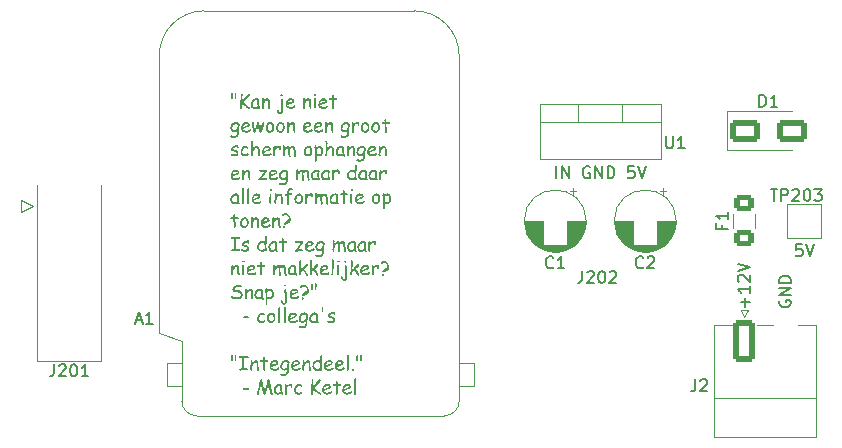
<source format=gto>
G04 #@! TF.GenerationSoftware,KiCad,Pcbnew,8.0.2*
G04 #@! TF.CreationDate,2024-05-11T15:04:56+02:00*
G04 #@! TF.ProjectId,WiFi-2-OIP-UI,57694669-2d32-42d4-9f49-502d55492e6b,V1.0*
G04 #@! TF.SameCoordinates,Original*
G04 #@! TF.FileFunction,Legend,Top*
G04 #@! TF.FilePolarity,Positive*
%FSLAX46Y46*%
G04 Gerber Fmt 4.6, Leading zero omitted, Abs format (unit mm)*
G04 Created by KiCad (PCBNEW 8.0.2) date 2024-05-11 15:04:56*
%MOMM*%
%LPD*%
G01*
G04 APERTURE LIST*
G04 Aperture macros list*
%AMRoundRect*
0 Rectangle with rounded corners*
0 $1 Rounding radius*
0 $2 $3 $4 $5 $6 $7 $8 $9 X,Y pos of 4 corners*
0 Add a 4 corners polygon primitive as box body*
4,1,4,$2,$3,$4,$5,$6,$7,$8,$9,$2,$3,0*
0 Add four circle primitives for the rounded corners*
1,1,$1+$1,$2,$3*
1,1,$1+$1,$4,$5*
1,1,$1+$1,$6,$7*
1,1,$1+$1,$8,$9*
0 Add four rect primitives between the rounded corners*
20,1,$1+$1,$2,$3,$4,$5,0*
20,1,$1+$1,$4,$5,$6,$7,0*
20,1,$1+$1,$6,$7,$8,$9,0*
20,1,$1+$1,$8,$9,$2,$3,0*%
G04 Aperture macros list end*
%ADD10C,0.150000*%
%ADD11C,0.120000*%
%ADD12C,0.100000*%
%ADD13R,2.500000X2.500000*%
%ADD14C,0.900000*%
%ADD15C,9.000000*%
%ADD16R,2.100000X1.700000*%
%ADD17O,2.100000X1.700000*%
%ADD18O,1.905000X2.000000*%
%ADD19R,1.905000X2.000000*%
%ADD20C,1.600000*%
%ADD21R,1.600000X1.600000*%
%ADD22O,1.800000X3.600000*%
%ADD23RoundRect,0.250000X-0.650000X-1.550000X0.650000X-1.550000X0.650000X1.550000X-0.650000X1.550000X0*%
%ADD24RoundRect,0.250001X0.624999X-0.462499X0.624999X0.462499X-0.624999X0.462499X-0.624999X-0.462499X0*%
%ADD25RoundRect,0.250000X-1.000000X-0.650000X1.000000X-0.650000X1.000000X0.650000X-1.000000X0.650000X0*%
%ADD26C,1.500000*%
%ADD27R,1.300000X1.300000*%
%ADD28C,1.300000*%
G04 APERTURE END LIST*
D10*
X156813714Y-92910819D02*
X156813714Y-91910819D01*
X157289904Y-92910819D02*
X157289904Y-91910819D01*
X157289904Y-91910819D02*
X157861332Y-92910819D01*
X157861332Y-92910819D02*
X157861332Y-91910819D01*
X159623237Y-91958438D02*
X159527999Y-91910819D01*
X159527999Y-91910819D02*
X159385142Y-91910819D01*
X159385142Y-91910819D02*
X159242285Y-91958438D01*
X159242285Y-91958438D02*
X159147047Y-92053676D01*
X159147047Y-92053676D02*
X159099428Y-92148914D01*
X159099428Y-92148914D02*
X159051809Y-92339390D01*
X159051809Y-92339390D02*
X159051809Y-92482247D01*
X159051809Y-92482247D02*
X159099428Y-92672723D01*
X159099428Y-92672723D02*
X159147047Y-92767961D01*
X159147047Y-92767961D02*
X159242285Y-92863200D01*
X159242285Y-92863200D02*
X159385142Y-92910819D01*
X159385142Y-92910819D02*
X159480380Y-92910819D01*
X159480380Y-92910819D02*
X159623237Y-92863200D01*
X159623237Y-92863200D02*
X159670856Y-92815580D01*
X159670856Y-92815580D02*
X159670856Y-92482247D01*
X159670856Y-92482247D02*
X159480380Y-92482247D01*
X160099428Y-92910819D02*
X160099428Y-91910819D01*
X160099428Y-91910819D02*
X160670856Y-92910819D01*
X160670856Y-92910819D02*
X160670856Y-91910819D01*
X161147047Y-92910819D02*
X161147047Y-91910819D01*
X161147047Y-91910819D02*
X161385142Y-91910819D01*
X161385142Y-91910819D02*
X161527999Y-91958438D01*
X161527999Y-91958438D02*
X161623237Y-92053676D01*
X161623237Y-92053676D02*
X161670856Y-92148914D01*
X161670856Y-92148914D02*
X161718475Y-92339390D01*
X161718475Y-92339390D02*
X161718475Y-92482247D01*
X161718475Y-92482247D02*
X161670856Y-92672723D01*
X161670856Y-92672723D02*
X161623237Y-92767961D01*
X161623237Y-92767961D02*
X161527999Y-92863200D01*
X161527999Y-92863200D02*
X161385142Y-92910819D01*
X161385142Y-92910819D02*
X161147047Y-92910819D01*
X163385142Y-91910819D02*
X162908952Y-91910819D01*
X162908952Y-91910819D02*
X162861333Y-92387009D01*
X162861333Y-92387009D02*
X162908952Y-92339390D01*
X162908952Y-92339390D02*
X163004190Y-92291771D01*
X163004190Y-92291771D02*
X163242285Y-92291771D01*
X163242285Y-92291771D02*
X163337523Y-92339390D01*
X163337523Y-92339390D02*
X163385142Y-92387009D01*
X163385142Y-92387009D02*
X163432761Y-92482247D01*
X163432761Y-92482247D02*
X163432761Y-92720342D01*
X163432761Y-92720342D02*
X163385142Y-92815580D01*
X163385142Y-92815580D02*
X163337523Y-92863200D01*
X163337523Y-92863200D02*
X163242285Y-92910819D01*
X163242285Y-92910819D02*
X163004190Y-92910819D01*
X163004190Y-92910819D02*
X162908952Y-92863200D01*
X162908952Y-92863200D02*
X162861333Y-92815580D01*
X163718476Y-91910819D02*
X164051809Y-92910819D01*
X164051809Y-92910819D02*
X164385142Y-91910819D01*
G36*
X129412386Y-86077727D02*
G01*
X129416489Y-86119053D01*
X129420593Y-86159206D01*
X129398318Y-86210204D01*
X129344682Y-86230428D01*
X129290586Y-86203275D01*
X129269334Y-86143845D01*
X129265547Y-86088571D01*
X129266063Y-86025210D01*
X129267095Y-85963520D01*
X129267892Y-85924440D01*
X129269283Y-85861437D01*
X129270272Y-85799888D01*
X129270530Y-85760309D01*
X129291046Y-85707259D01*
X129343803Y-85686450D01*
X129396559Y-85707259D01*
X129417369Y-85760309D01*
X129416789Y-85821635D01*
X129415627Y-85881342D01*
X129414731Y-85919165D01*
X129413494Y-85979987D01*
X129412615Y-86039448D01*
X129412386Y-86077727D01*
G37*
G36*
X129736252Y-85760309D02*
G01*
X129733614Y-85797532D01*
X129731270Y-85832409D01*
X129723942Y-86155689D01*
X129704672Y-86211743D01*
X129650376Y-86230428D01*
X129597913Y-86209911D01*
X129577103Y-86157448D01*
X129584724Y-85828306D01*
X129588660Y-85769635D01*
X129595568Y-85736275D01*
X129634861Y-85691316D01*
X129662979Y-85686450D01*
X129715736Y-85707553D01*
X129736252Y-85760309D01*
G37*
G36*
X130833293Y-87037015D02*
G01*
X130773335Y-87026328D01*
X130713860Y-87000156D01*
X130658599Y-86966350D01*
X130610661Y-86931454D01*
X130559406Y-86889579D01*
X130504836Y-86840724D01*
X130476308Y-86813680D01*
X130229818Y-86561621D01*
X130229818Y-86573345D01*
X130228939Y-87010637D01*
X130213161Y-87069962D01*
X130157131Y-87093289D01*
X130101656Y-87073617D01*
X130082393Y-87051670D01*
X130060686Y-86996935D01*
X130059239Y-86977225D01*
X130059518Y-86911502D01*
X130060143Y-86852124D01*
X130061125Y-86786700D01*
X130062465Y-86715232D01*
X130064162Y-86637718D01*
X130065669Y-86575616D01*
X130067376Y-86510114D01*
X130069285Y-86441211D01*
X130070669Y-86393386D01*
X130072765Y-86322170D01*
X130074654Y-86254368D01*
X130076337Y-86189983D01*
X130077814Y-86129013D01*
X130079462Y-86053034D01*
X130080744Y-85983127D01*
X130081660Y-85919293D01*
X130082290Y-85848039D01*
X130082393Y-85809841D01*
X130101650Y-85753938D01*
X130105840Y-85749172D01*
X130159593Y-85724064D01*
X130163872Y-85723966D01*
X130219806Y-85746119D01*
X130222784Y-85749172D01*
X130246025Y-85803232D01*
X130246231Y-85809841D01*
X130245287Y-85869215D01*
X130243171Y-85929409D01*
X130240328Y-85991335D01*
X130237154Y-86051290D01*
X130236559Y-86061900D01*
X130233203Y-86121158D01*
X130230252Y-86183391D01*
X130228150Y-86245412D01*
X130227429Y-86309285D01*
X130227473Y-86314838D01*
X130269919Y-86272114D01*
X130314384Y-86225495D01*
X130360869Y-86174982D01*
X130401149Y-86129912D01*
X130442831Y-86082137D01*
X130477187Y-86041970D01*
X130713712Y-85757378D01*
X130763691Y-85725140D01*
X130776434Y-85723966D01*
X130831543Y-85746377D01*
X130834759Y-85749465D01*
X130860148Y-85802615D01*
X130860551Y-85811600D01*
X130835407Y-85872418D01*
X130800497Y-85924248D01*
X130759977Y-85977498D01*
X130720080Y-86026682D01*
X130673533Y-86081719D01*
X130647766Y-86111433D01*
X130601643Y-86163108D01*
X130555048Y-86214455D01*
X130507980Y-86265473D01*
X130460440Y-86316161D01*
X130412427Y-86366521D01*
X130363943Y-86416551D01*
X130344417Y-86436471D01*
X130385502Y-86479263D01*
X130434460Y-86528506D01*
X130481272Y-86574469D01*
X130533550Y-86624911D01*
X130579309Y-86668491D01*
X130628567Y-86714936D01*
X130654508Y-86739234D01*
X130740969Y-86812800D01*
X130792946Y-86846827D01*
X130842379Y-86868195D01*
X130893149Y-86902323D01*
X130907445Y-86950846D01*
X130890153Y-87005361D01*
X130839819Y-87036737D01*
X130833293Y-87037015D01*
G37*
G36*
X131476863Y-86142782D02*
G01*
X131538419Y-86159357D01*
X131576573Y-86173861D01*
X131630695Y-86201440D01*
X131675304Y-86242972D01*
X131688534Y-86285822D01*
X131671828Y-86325389D01*
X131662571Y-86384354D01*
X131658932Y-86429144D01*
X131656170Y-86488728D01*
X131654580Y-86553413D01*
X131653949Y-86613498D01*
X131654945Y-86673559D01*
X131660221Y-86734449D01*
X131668018Y-86775871D01*
X131686746Y-86835082D01*
X131709531Y-86895347D01*
X131719895Y-86921537D01*
X131738653Y-86965501D01*
X131743635Y-86979569D01*
X131720481Y-87034084D01*
X131666845Y-87055773D01*
X131617507Y-87021110D01*
X131609986Y-87013568D01*
X131571151Y-86967543D01*
X131554884Y-86943226D01*
X131502696Y-86972396D01*
X131446734Y-86999994D01*
X131415373Y-87013275D01*
X131357076Y-87031799D01*
X131314842Y-87037015D01*
X131246201Y-87033213D01*
X131184916Y-87021807D01*
X131122716Y-86998888D01*
X131070529Y-86965619D01*
X131033768Y-86928864D01*
X131001334Y-86879194D01*
X130976867Y-86819174D01*
X130962235Y-86759490D01*
X130953456Y-86692201D01*
X130950611Y-86630319D01*
X130950552Y-86620825D01*
X131113196Y-86620825D01*
X131116975Y-86685506D01*
X131130038Y-86745899D01*
X131158030Y-86802427D01*
X131160969Y-86806352D01*
X131207719Y-86846393D01*
X131264954Y-86865235D01*
X131304584Y-86868195D01*
X131364915Y-86863841D01*
X131424669Y-86847999D01*
X131438820Y-86841816D01*
X131490883Y-86808493D01*
X131522058Y-86784370D01*
X131514459Y-86724360D01*
X131507040Y-86658826D01*
X131501476Y-86600361D01*
X131497329Y-86541086D01*
X131495680Y-86485124D01*
X131498810Y-86426260D01*
X131500076Y-86414489D01*
X131509309Y-86354534D01*
X131513558Y-86333303D01*
X131461388Y-86312200D01*
X131426510Y-86305459D01*
X131364796Y-86311431D01*
X131307442Y-86329346D01*
X131254447Y-86359205D01*
X131205812Y-86401007D01*
X131165293Y-86450466D01*
X131136350Y-86503589D01*
X131118984Y-86560375D01*
X131113196Y-86620825D01*
X130950552Y-86620825D01*
X130950530Y-86617308D01*
X130953879Y-86556619D01*
X130963925Y-86498749D01*
X130984822Y-86433027D01*
X131015363Y-86371365D01*
X131055548Y-86313762D01*
X131087697Y-86277615D01*
X131131948Y-86237002D01*
X131188469Y-86197352D01*
X131248720Y-86167615D01*
X131312701Y-86147790D01*
X131380412Y-86137877D01*
X131415666Y-86136638D01*
X131476863Y-86142782D01*
G37*
G36*
X132514759Y-87037015D02*
G01*
X132456851Y-87016336D01*
X132434745Y-86963742D01*
X132411591Y-86792870D01*
X132405083Y-86731554D01*
X132401276Y-86672940D01*
X132400160Y-86621998D01*
X132402404Y-86560705D01*
X132403091Y-86548139D01*
X132405790Y-86488621D01*
X132406022Y-86473987D01*
X132402866Y-86408320D01*
X132389535Y-86347591D01*
X132348062Y-86306117D01*
X132340076Y-86305459D01*
X132277573Y-86318031D01*
X132222436Y-86351278D01*
X132179479Y-86392838D01*
X132163635Y-86411851D01*
X132127750Y-86463417D01*
X132096004Y-86521394D01*
X132071623Y-86577383D01*
X132050411Y-86638282D01*
X132044933Y-86656583D01*
X132039650Y-86717709D01*
X132037606Y-86734838D01*
X132032935Y-86793310D01*
X132032623Y-86812214D01*
X132036438Y-86872673D01*
X132037606Y-86884315D01*
X132042350Y-86944571D01*
X132042588Y-86956122D01*
X132022496Y-87011609D01*
X132019727Y-87014447D01*
X131963899Y-87036993D01*
X131961695Y-87037015D01*
X131905916Y-87017180D01*
X131903077Y-87014447D01*
X131881181Y-86960025D01*
X131881095Y-86955536D01*
X131876832Y-86894852D01*
X131875526Y-86883142D01*
X131870580Y-86824121D01*
X131870251Y-86810456D01*
X131871636Y-86745846D01*
X131874830Y-86681701D01*
X131879227Y-86616159D01*
X131881974Y-86580379D01*
X131886657Y-86519066D01*
X131890600Y-86456482D01*
X131893240Y-86395621D01*
X131893991Y-86350009D01*
X131891905Y-86288749D01*
X131891060Y-86273512D01*
X131888631Y-86213494D01*
X131888422Y-86197015D01*
X131910427Y-86141542D01*
X131911870Y-86140155D01*
X131967751Y-86117902D01*
X131969902Y-86117881D01*
X132026063Y-86141773D01*
X132050461Y-86201132D01*
X132053433Y-86226617D01*
X132055778Y-86324217D01*
X132099195Y-86270178D01*
X132142984Y-86225299D01*
X132196022Y-86183533D01*
X132249596Y-86154957D01*
X132312776Y-86138287D01*
X132340076Y-86136638D01*
X132401021Y-86143599D01*
X132457629Y-86168071D01*
X132501578Y-86210163D01*
X132523845Y-86248013D01*
X132544417Y-86307408D01*
X132555581Y-86368524D01*
X132561223Y-86432308D01*
X132562533Y-86467539D01*
X132562533Y-86547259D01*
X132561653Y-86620825D01*
X132564556Y-86680456D01*
X132571545Y-86740736D01*
X132579239Y-86790232D01*
X132588667Y-86851272D01*
X132595005Y-86909622D01*
X132597117Y-86958760D01*
X132575113Y-87013958D01*
X132573670Y-87015326D01*
X132519145Y-87036930D01*
X132514759Y-87037015D01*
G37*
G36*
X133533838Y-85949060D02*
G01*
X133476893Y-85932614D01*
X133465840Y-85924147D01*
X133437660Y-85871290D01*
X133437411Y-85864943D01*
X133460760Y-85809911D01*
X133465840Y-85805152D01*
X133519391Y-85781115D01*
X133533838Y-85780239D01*
X133590976Y-85796686D01*
X133602128Y-85805152D01*
X133630691Y-85856379D01*
X133631144Y-85864943D01*
X133607313Y-85919394D01*
X133602128Y-85924147D01*
X133548294Y-85948184D01*
X133533838Y-85949060D01*
G37*
G36*
X133527390Y-87182389D02*
G01*
X133525961Y-87115930D01*
X133523170Y-87055417D01*
X133519887Y-86996496D01*
X133515669Y-86928234D01*
X133510517Y-86850629D01*
X133506040Y-86786294D01*
X133501037Y-86716704D01*
X133499253Y-86692340D01*
X133471409Y-86241272D01*
X133485720Y-86182983D01*
X133494856Y-86168585D01*
X133545763Y-86137138D01*
X133554647Y-86136638D01*
X133610334Y-86157155D01*
X133640230Y-86199067D01*
X133667487Y-86672703D01*
X133689762Y-87178871D01*
X133684360Y-87241476D01*
X133668155Y-87300696D01*
X133641145Y-87356530D01*
X133621472Y-87386087D01*
X133582253Y-87430326D01*
X133533358Y-87464986D01*
X133473102Y-87484735D01*
X133440635Y-87487204D01*
X133376269Y-87477590D01*
X133315942Y-87448749D01*
X133268756Y-87410028D01*
X133224374Y-87357954D01*
X133190889Y-87306681D01*
X133159198Y-87246863D01*
X133144026Y-87213749D01*
X133134061Y-87174182D01*
X133156730Y-87120069D01*
X133159853Y-87117029D01*
X133214945Y-87093381D01*
X133219057Y-87093289D01*
X133271909Y-87122985D01*
X133307342Y-87173848D01*
X133320467Y-87198509D01*
X133349571Y-87250680D01*
X133366482Y-87277936D01*
X133413089Y-87313604D01*
X133440928Y-87318383D01*
X133490995Y-87285467D01*
X133502770Y-87264454D01*
X133522844Y-87208034D01*
X133527390Y-87182389D01*
G37*
G36*
X134369075Y-86139551D02*
G01*
X134428060Y-86148289D01*
X134486885Y-86165082D01*
X134527124Y-86183240D01*
X134578554Y-86220587D01*
X134615958Y-86273503D01*
X134631854Y-86331407D01*
X134633517Y-86360267D01*
X134620410Y-86420772D01*
X134585368Y-86472470D01*
X134540314Y-86512088D01*
X134486682Y-86542030D01*
X134433483Y-86567439D01*
X134373894Y-86594074D01*
X134365631Y-86597671D01*
X134050851Y-86736010D01*
X134092153Y-86784032D01*
X134140807Y-86821412D01*
X134165743Y-86835075D01*
X134225429Y-86856519D01*
X134287137Y-86866610D01*
X134326064Y-86868195D01*
X134387906Y-86863065D01*
X134445490Y-86851345D01*
X134459713Y-86847678D01*
X134518404Y-86827840D01*
X134569358Y-86797081D01*
X134584863Y-86779388D01*
X134629377Y-86739546D01*
X134645240Y-86736890D01*
X134696531Y-86759751D01*
X134719392Y-86813093D01*
X134704995Y-86870389D01*
X134667419Y-86917502D01*
X134614438Y-86955837D01*
X134571967Y-86978104D01*
X134517038Y-87001059D01*
X134455086Y-87020389D01*
X134394013Y-87032355D01*
X134333819Y-87036958D01*
X134326357Y-87037015D01*
X134258948Y-87033739D01*
X134196526Y-87023909D01*
X134139092Y-87007525D01*
X134078388Y-86980129D01*
X134024473Y-86943812D01*
X133981642Y-86902218D01*
X133942874Y-86846347D01*
X133919243Y-86792162D01*
X133904474Y-86732165D01*
X133898566Y-86666357D01*
X133898443Y-86654824D01*
X133900749Y-86595326D01*
X134036782Y-86595326D01*
X134289720Y-86483659D01*
X134350893Y-86455122D01*
X134403875Y-86428240D01*
X134459960Y-86396110D01*
X134502505Y-86366715D01*
X134452622Y-86334412D01*
X134391634Y-86314073D01*
X134327249Y-86305997D01*
X134303789Y-86305459D01*
X134244249Y-86312529D01*
X134186358Y-86336636D01*
X134140643Y-86373399D01*
X134136434Y-86377853D01*
X134097988Y-86430071D01*
X134069065Y-86489303D01*
X134047871Y-86551686D01*
X134036782Y-86595326D01*
X133900749Y-86595326D01*
X133900976Y-86589475D01*
X133908576Y-86527518D01*
X133921241Y-86468953D01*
X133943127Y-86403151D01*
X133972308Y-86342234D01*
X134002198Y-86295201D01*
X134039314Y-86249521D01*
X134088745Y-86204926D01*
X134143514Y-86171479D01*
X134203621Y-86149181D01*
X134269065Y-86138032D01*
X134303789Y-86136638D01*
X134369075Y-86139551D01*
G37*
G36*
X135995512Y-87037015D02*
G01*
X135937605Y-87016336D01*
X135915498Y-86963742D01*
X135892344Y-86792870D01*
X135885836Y-86731554D01*
X135882030Y-86672940D01*
X135880914Y-86621998D01*
X135883158Y-86560705D01*
X135883845Y-86548139D01*
X135886544Y-86488621D01*
X135886775Y-86473987D01*
X135883620Y-86408320D01*
X135870289Y-86347591D01*
X135828816Y-86306117D01*
X135820830Y-86305459D01*
X135758327Y-86318031D01*
X135703189Y-86351278D01*
X135660233Y-86392838D01*
X135644389Y-86411851D01*
X135608504Y-86463417D01*
X135576758Y-86521394D01*
X135552377Y-86577383D01*
X135531165Y-86638282D01*
X135525687Y-86656583D01*
X135520403Y-86717709D01*
X135518360Y-86734838D01*
X135513688Y-86793310D01*
X135513377Y-86812214D01*
X135517192Y-86872673D01*
X135518360Y-86884315D01*
X135523104Y-86944571D01*
X135523342Y-86956122D01*
X135503249Y-87011609D01*
X135500481Y-87014447D01*
X135444653Y-87036993D01*
X135442449Y-87037015D01*
X135386670Y-87017180D01*
X135383831Y-87014447D01*
X135361935Y-86960025D01*
X135361849Y-86955536D01*
X135357585Y-86894852D01*
X135356280Y-86883142D01*
X135351334Y-86824121D01*
X135351004Y-86810456D01*
X135352390Y-86745846D01*
X135355584Y-86681701D01*
X135359980Y-86616159D01*
X135362728Y-86580379D01*
X135367410Y-86519066D01*
X135371353Y-86456482D01*
X135373994Y-86395621D01*
X135374745Y-86350009D01*
X135372658Y-86288749D01*
X135371814Y-86273512D01*
X135369385Y-86213494D01*
X135369176Y-86197015D01*
X135391181Y-86141542D01*
X135392623Y-86140155D01*
X135448505Y-86117902D01*
X135450655Y-86117881D01*
X135506817Y-86141773D01*
X135531214Y-86201132D01*
X135534187Y-86226617D01*
X135536531Y-86324217D01*
X135579948Y-86270178D01*
X135623737Y-86225299D01*
X135676775Y-86183533D01*
X135730349Y-86154957D01*
X135793529Y-86138287D01*
X135820830Y-86136638D01*
X135881775Y-86143599D01*
X135938382Y-86168071D01*
X135982331Y-86210163D01*
X136004598Y-86248013D01*
X136025170Y-86307408D01*
X136036335Y-86368524D01*
X136041977Y-86432308D01*
X136043286Y-86467539D01*
X136043286Y-86547259D01*
X136042407Y-86620825D01*
X136045309Y-86680456D01*
X136052299Y-86740736D01*
X136059993Y-86790232D01*
X136069421Y-86851272D01*
X136075758Y-86909622D01*
X136077871Y-86958760D01*
X136055866Y-87013958D01*
X136054424Y-87015326D01*
X135999898Y-87036930D01*
X135995512Y-87037015D01*
G37*
G36*
X136399979Y-85930302D02*
G01*
X136342647Y-85914049D01*
X136331395Y-85905682D01*
X136302925Y-85852344D01*
X136302672Y-85845892D01*
X136326262Y-85791100D01*
X136331395Y-85786394D01*
X136385512Y-85762357D01*
X136399979Y-85761481D01*
X136456923Y-85777928D01*
X136467976Y-85786394D01*
X136496156Y-85839442D01*
X136496406Y-85845892D01*
X136473057Y-85900924D01*
X136467976Y-85905682D01*
X136412071Y-85929701D01*
X136399979Y-85930302D01*
G37*
G36*
X136437201Y-86614670D02*
G01*
X136437861Y-86677319D01*
X136439221Y-86740750D01*
X136439839Y-86765026D01*
X136441508Y-86828052D01*
X136442587Y-86887355D01*
X136442770Y-86915675D01*
X136424476Y-86971537D01*
X136420495Y-86976052D01*
X136366365Y-86999408D01*
X136361877Y-86999500D01*
X136306750Y-86978892D01*
X136303845Y-86976052D01*
X136281365Y-86920239D01*
X136281277Y-86915675D01*
X136280544Y-86852807D01*
X136279033Y-86789307D01*
X136278346Y-86765026D01*
X136276677Y-86702035D01*
X136275598Y-86642862D01*
X136275415Y-86614670D01*
X136276384Y-86555861D01*
X136278949Y-86494403D01*
X136282628Y-86432582D01*
X136283621Y-86418006D01*
X136287730Y-86354814D01*
X136290718Y-86291834D01*
X136292088Y-86231349D01*
X136292121Y-86221342D01*
X136310656Y-86164608D01*
X136314689Y-86160086D01*
X136370535Y-86136661D01*
X136372721Y-86136638D01*
X136427882Y-86157246D01*
X136430753Y-86160086D01*
X136453413Y-86214379D01*
X136453614Y-86221342D01*
X136452645Y-86280152D01*
X136450080Y-86341609D01*
X136446401Y-86403431D01*
X136445408Y-86418006D01*
X136441441Y-86481198D01*
X136438556Y-86544178D01*
X136437233Y-86604663D01*
X136437201Y-86614670D01*
G37*
G36*
X137140547Y-86139551D02*
G01*
X137199532Y-86148289D01*
X137258357Y-86165082D01*
X137298597Y-86183240D01*
X137350027Y-86220587D01*
X137387430Y-86273503D01*
X137403327Y-86331407D01*
X137404989Y-86360267D01*
X137391882Y-86420772D01*
X137356840Y-86472470D01*
X137311786Y-86512088D01*
X137258155Y-86542030D01*
X137204955Y-86567439D01*
X137145366Y-86594074D01*
X137137103Y-86597671D01*
X136822323Y-86736010D01*
X136863625Y-86784032D01*
X136912279Y-86821412D01*
X136937215Y-86835075D01*
X136996902Y-86856519D01*
X137058609Y-86866610D01*
X137097536Y-86868195D01*
X137159378Y-86863065D01*
X137216963Y-86851345D01*
X137231186Y-86847678D01*
X137289876Y-86827840D01*
X137340830Y-86797081D01*
X137356336Y-86779388D01*
X137400849Y-86739546D01*
X137416713Y-86736890D01*
X137468004Y-86759751D01*
X137490865Y-86813093D01*
X137476468Y-86870389D01*
X137438892Y-86917502D01*
X137385911Y-86955837D01*
X137343440Y-86978104D01*
X137288510Y-87001059D01*
X137226558Y-87020389D01*
X137165485Y-87032355D01*
X137105292Y-87036958D01*
X137097829Y-87037015D01*
X137030420Y-87033739D01*
X136967999Y-87023909D01*
X136910564Y-87007525D01*
X136849861Y-86980129D01*
X136795945Y-86943812D01*
X136753115Y-86902218D01*
X136714346Y-86846347D01*
X136690716Y-86792162D01*
X136675946Y-86732165D01*
X136670039Y-86666357D01*
X136669916Y-86654824D01*
X136672222Y-86595326D01*
X136808255Y-86595326D01*
X137061193Y-86483659D01*
X137122365Y-86455122D01*
X137175347Y-86428240D01*
X137231432Y-86396110D01*
X137273977Y-86366715D01*
X137224094Y-86334412D01*
X137163106Y-86314073D01*
X137098722Y-86305997D01*
X137075261Y-86305459D01*
X137015721Y-86312529D01*
X136957831Y-86336636D01*
X136912115Y-86373399D01*
X136907906Y-86377853D01*
X136869461Y-86430071D01*
X136840537Y-86489303D01*
X136819343Y-86551686D01*
X136808255Y-86595326D01*
X136672222Y-86595326D01*
X136672449Y-86589475D01*
X136680048Y-86527518D01*
X136692713Y-86468953D01*
X136714599Y-86403151D01*
X136743780Y-86342234D01*
X136773670Y-86295201D01*
X136810786Y-86249521D01*
X136860218Y-86204926D01*
X136914987Y-86171479D01*
X136975093Y-86149181D01*
X137040538Y-86138032D01*
X137075261Y-86136638D01*
X137140547Y-86139551D01*
G37*
G36*
X138184612Y-86296080D02*
G01*
X138143579Y-86294615D01*
X138102840Y-86292856D01*
X138041861Y-86298813D01*
X137990879Y-86305459D01*
X138006413Y-86783198D01*
X138007292Y-86818662D01*
X138008171Y-86859988D01*
X138006114Y-86920150D01*
X137993209Y-86981003D01*
X137956501Y-87028544D01*
X137921709Y-87037015D01*
X137865792Y-87017211D01*
X137864263Y-87015913D01*
X137839937Y-86963156D01*
X137841148Y-86903019D01*
X137842281Y-86870832D01*
X137844414Y-86811327D01*
X137844919Y-86778509D01*
X137828506Y-86305459D01*
X137769288Y-86301816D01*
X137709582Y-86296973D01*
X137645324Y-86291098D01*
X137590369Y-86265379D01*
X137572051Y-86208153D01*
X137590345Y-86151519D01*
X137594326Y-86146897D01*
X137649036Y-86122594D01*
X137651186Y-86122570D01*
X137824110Y-86136638D01*
X137822621Y-86075799D01*
X137820300Y-86029074D01*
X137817555Y-85968038D01*
X137816782Y-85931767D01*
X137840523Y-85876959D01*
X137896990Y-85855292D01*
X137899141Y-85855271D01*
X137955281Y-85880773D01*
X137980532Y-85937898D01*
X137985896Y-85971335D01*
X137988204Y-86031602D01*
X137988241Y-86041677D01*
X137986775Y-86087692D01*
X137985896Y-86136638D01*
X138045865Y-86129129D01*
X138102840Y-86123449D01*
X138162794Y-86124804D01*
X138215094Y-86131656D01*
X138259290Y-86173274D01*
X138265212Y-86210790D01*
X138246437Y-86267424D01*
X138242351Y-86272047D01*
X138186798Y-86296057D01*
X138184612Y-86296080D01*
G37*
G36*
X129769073Y-88156509D02*
G01*
X129828735Y-88170413D01*
X129835317Y-88172862D01*
X129888242Y-88203762D01*
X129914452Y-88233239D01*
X129971571Y-88250816D01*
X130000518Y-88304800D01*
X130002672Y-88332890D01*
X129999362Y-88392692D01*
X129991257Y-88456274D01*
X129985380Y-88492331D01*
X129975916Y-88551610D01*
X129967192Y-88612472D01*
X129963105Y-88650015D01*
X129944054Y-88931675D01*
X129941351Y-88992490D01*
X129936088Y-89057970D01*
X129928552Y-89117559D01*
X129917158Y-89178449D01*
X129910348Y-89206009D01*
X129891946Y-89262084D01*
X129865728Y-89317790D01*
X129829620Y-89369774D01*
X129791646Y-89406483D01*
X129736618Y-89440592D01*
X129679453Y-89462443D01*
X129613873Y-89476832D01*
X129550963Y-89483228D01*
X129505589Y-89484446D01*
X129446712Y-89483101D01*
X129387819Y-89478453D01*
X129326215Y-89468492D01*
X129321528Y-89467446D01*
X129262457Y-89445064D01*
X129222738Y-89399047D01*
X129217773Y-89368675D01*
X129233551Y-89311032D01*
X129289581Y-89288368D01*
X129348986Y-89295156D01*
X129388353Y-89302729D01*
X129447020Y-89311927D01*
X129505553Y-89315609D01*
X129541639Y-89315625D01*
X129606198Y-89307290D01*
X129661388Y-89284594D01*
X129707209Y-89247536D01*
X129743662Y-89196117D01*
X129760286Y-89160287D01*
X129777743Y-89102438D01*
X129789201Y-89040580D01*
X129796187Y-88979209D01*
X129800556Y-88910131D01*
X129802198Y-88846679D01*
X129772694Y-88900718D01*
X129736405Y-88949581D01*
X129696099Y-88987363D01*
X129643377Y-89017725D01*
X129584755Y-89032609D01*
X129555708Y-89034257D01*
X129493105Y-89029293D01*
X129435831Y-89014398D01*
X129376901Y-88985217D01*
X129324933Y-88943067D01*
X129313028Y-88930503D01*
X129276597Y-88882151D01*
X129249115Y-88827881D01*
X129230580Y-88767692D01*
X129220993Y-88701585D01*
X129219532Y-88661152D01*
X129220210Y-88646204D01*
X129379267Y-88646204D01*
X129383703Y-88709236D01*
X129398831Y-88766339D01*
X129424696Y-88810629D01*
X129473086Y-88848095D01*
X129533491Y-88864099D01*
X129560690Y-88865437D01*
X129622459Y-88853360D01*
X129677922Y-88821073D01*
X129722477Y-88779561D01*
X129760825Y-88730245D01*
X129789189Y-88676328D01*
X129803077Y-88622757D01*
X129814142Y-88562942D01*
X129823366Y-88502025D01*
X129831706Y-88439196D01*
X129839057Y-88378265D01*
X129840300Y-88367474D01*
X129787120Y-88338351D01*
X129771716Y-88332890D01*
X129712539Y-88321861D01*
X129698443Y-88321459D01*
X129633250Y-88326185D01*
X129574872Y-88340365D01*
X129516501Y-88368144D01*
X129467033Y-88408270D01*
X129456057Y-88420231D01*
X129418937Y-88474010D01*
X129396140Y-88528236D01*
X129382941Y-88588508D01*
X129379267Y-88646204D01*
X129220210Y-88646204D01*
X129222652Y-88592407D01*
X129232011Y-88527956D01*
X129247610Y-88467798D01*
X129269449Y-88411933D01*
X129297527Y-88360361D01*
X129339458Y-88304143D01*
X129347320Y-88295374D01*
X129390868Y-88254254D01*
X129439083Y-88220103D01*
X129491962Y-88192922D01*
X129549507Y-88172711D01*
X129611717Y-88159468D01*
X129678593Y-88153196D01*
X129706650Y-88152638D01*
X129769073Y-88156509D01*
G37*
G36*
X130603436Y-88155551D02*
G01*
X130662421Y-88164289D01*
X130721247Y-88181082D01*
X130761486Y-88199240D01*
X130812916Y-88236587D01*
X130850319Y-88289503D01*
X130866216Y-88347407D01*
X130867878Y-88376267D01*
X130854771Y-88436772D01*
X130819729Y-88488470D01*
X130774675Y-88528088D01*
X130721044Y-88558030D01*
X130667844Y-88583439D01*
X130608255Y-88610074D01*
X130599993Y-88613671D01*
X130285212Y-88752010D01*
X130326514Y-88800032D01*
X130375169Y-88837412D01*
X130400104Y-88851075D01*
X130459791Y-88872519D01*
X130521498Y-88882610D01*
X130560425Y-88884195D01*
X130622267Y-88879065D01*
X130679852Y-88867345D01*
X130694075Y-88863678D01*
X130752765Y-88843840D01*
X130803719Y-88813081D01*
X130819225Y-88795388D01*
X130863738Y-88755546D01*
X130879602Y-88752890D01*
X130930893Y-88775751D01*
X130953754Y-88829093D01*
X130939357Y-88886389D01*
X130901781Y-88933502D01*
X130848800Y-88971837D01*
X130806329Y-88994104D01*
X130751399Y-89017059D01*
X130689447Y-89036389D01*
X130628374Y-89048355D01*
X130568181Y-89052958D01*
X130560718Y-89053015D01*
X130493310Y-89049739D01*
X130430888Y-89039909D01*
X130373453Y-89023525D01*
X130312750Y-88996129D01*
X130258834Y-88959812D01*
X130216004Y-88918218D01*
X130177235Y-88862347D01*
X130153605Y-88808162D01*
X130138836Y-88748165D01*
X130132928Y-88682357D01*
X130132805Y-88670824D01*
X130135111Y-88611326D01*
X130271144Y-88611326D01*
X130524082Y-88499659D01*
X130585254Y-88471122D01*
X130638236Y-88444240D01*
X130694321Y-88412110D01*
X130736866Y-88382715D01*
X130686983Y-88350412D01*
X130625995Y-88330073D01*
X130561611Y-88321997D01*
X130538150Y-88321459D01*
X130478610Y-88328529D01*
X130420720Y-88352636D01*
X130375005Y-88389399D01*
X130370795Y-88393853D01*
X130332350Y-88446071D01*
X130303426Y-88505303D01*
X130282232Y-88567686D01*
X130271144Y-88611326D01*
X130135111Y-88611326D01*
X130135338Y-88605475D01*
X130142937Y-88543518D01*
X130155602Y-88484953D01*
X130177488Y-88419151D01*
X130206669Y-88358234D01*
X130236559Y-88311201D01*
X130273675Y-88265521D01*
X130323107Y-88220926D01*
X130377876Y-88187479D01*
X130437983Y-88165181D01*
X130503427Y-88154032D01*
X130538150Y-88152638D01*
X130603436Y-88155551D01*
G37*
G36*
X132082742Y-88267530D02*
G01*
X132066072Y-88334621D01*
X132048157Y-88403854D01*
X132028996Y-88475231D01*
X132008590Y-88548751D01*
X131992468Y-88605298D01*
X131975645Y-88663050D01*
X131958121Y-88722008D01*
X131939897Y-88782171D01*
X131920972Y-88843540D01*
X131914508Y-88864264D01*
X131892855Y-88921115D01*
X131865477Y-88974242D01*
X131837718Y-89018430D01*
X131791057Y-89056562D01*
X131759462Y-89061222D01*
X131702444Y-89034107D01*
X131666806Y-88981846D01*
X131643299Y-88924665D01*
X131625819Y-88865240D01*
X131619364Y-88838472D01*
X131606931Y-88779108D01*
X131596381Y-88718869D01*
X131586739Y-88656285D01*
X131585659Y-88648842D01*
X131558401Y-88468298D01*
X131490697Y-88623050D01*
X131365547Y-88957467D01*
X131334187Y-89005241D01*
X131291734Y-89046297D01*
X131255052Y-89053015D01*
X131204768Y-89014337D01*
X131178253Y-88959890D01*
X131155838Y-88894491D01*
X131137380Y-88826783D01*
X131133712Y-88811801D01*
X131120761Y-88752642D01*
X131107810Y-88684928D01*
X131096709Y-88620078D01*
X131087459Y-88561235D01*
X131078208Y-88498027D01*
X131074508Y-88471522D01*
X131054577Y-88350182D01*
X131047365Y-88291838D01*
X131044036Y-88233060D01*
X131044026Y-88230015D01*
X131066856Y-88175988D01*
X131068353Y-88174620D01*
X131122981Y-88152724D01*
X131127264Y-88152638D01*
X131182473Y-88172855D01*
X131204640Y-88216532D01*
X131215449Y-88277419D01*
X131221933Y-88334648D01*
X131234242Y-88453936D01*
X131282896Y-88817370D01*
X131305862Y-88753828D01*
X131329039Y-88687915D01*
X131352427Y-88619629D01*
X131376025Y-88548971D01*
X131399834Y-88475941D01*
X131417829Y-88419612D01*
X131435943Y-88361948D01*
X131454175Y-88302950D01*
X131472526Y-88242617D01*
X131498657Y-88187786D01*
X131547317Y-88154835D01*
X131567487Y-88152638D01*
X131622076Y-88177771D01*
X131650998Y-88235203D01*
X131655708Y-88253169D01*
X131668601Y-88314488D01*
X131679815Y-88373336D01*
X131690253Y-88431547D01*
X131701453Y-88496929D01*
X131709344Y-88544502D01*
X131719423Y-88606137D01*
X131731046Y-88674280D01*
X131742153Y-88736077D01*
X131754461Y-88800151D01*
X131767669Y-88862799D01*
X131827752Y-88642687D01*
X131934145Y-88201292D01*
X131975763Y-88156487D01*
X132005073Y-88152638D01*
X132061934Y-88172731D01*
X132065157Y-88175500D01*
X132090923Y-88228595D01*
X132090949Y-88230601D01*
X132082742Y-88267530D01*
G37*
G36*
X132673083Y-88157924D02*
G01*
X132734793Y-88177453D01*
X132788872Y-88211371D01*
X132835323Y-88259679D01*
X132863831Y-88302994D01*
X132890085Y-88358565D01*
X132909608Y-88418848D01*
X132922399Y-88483843D01*
X132928004Y-88543304D01*
X132928897Y-88595500D01*
X132924823Y-88661988D01*
X132914361Y-88724725D01*
X132897511Y-88783712D01*
X132874272Y-88838949D01*
X132844645Y-88890434D01*
X132833349Y-88906763D01*
X132791371Y-88956466D01*
X132744570Y-88995885D01*
X132692947Y-89025022D01*
X132636502Y-89043874D01*
X132575234Y-89052444D01*
X132553740Y-89053015D01*
X132495054Y-89048135D01*
X132432483Y-89030604D01*
X132374712Y-89000324D01*
X132328100Y-88963370D01*
X132315457Y-88951019D01*
X132277500Y-88905843D01*
X132246942Y-88855165D01*
X132223782Y-88798984D01*
X132208020Y-88737301D01*
X132199657Y-88670115D01*
X132198513Y-88646497D01*
X132198537Y-88645618D01*
X132361179Y-88645618D01*
X132366326Y-88707932D01*
X132384117Y-88767489D01*
X132418366Y-88821233D01*
X132426245Y-88829680D01*
X132473634Y-88864976D01*
X132531593Y-88882864D01*
X132554033Y-88884195D01*
X132614882Y-88875498D01*
X132669053Y-88849408D01*
X132701458Y-88822352D01*
X132738799Y-88774822D01*
X132763259Y-88717961D01*
X132774261Y-88658809D01*
X132775610Y-88637412D01*
X132775482Y-88563553D01*
X132769235Y-88499512D01*
X132752823Y-88433269D01*
X132720510Y-88374028D01*
X132674431Y-88336878D01*
X132614585Y-88321821D01*
X132603272Y-88321459D01*
X132539426Y-88330241D01*
X132484065Y-88357245D01*
X132437190Y-88402472D01*
X132414815Y-88435472D01*
X132388887Y-88489302D01*
X132371445Y-88547260D01*
X132362488Y-88609344D01*
X132361179Y-88645618D01*
X132198537Y-88645618D01*
X132200392Y-88578381D01*
X132209545Y-88513397D01*
X132225973Y-88451546D01*
X132249676Y-88392827D01*
X132280653Y-88337240D01*
X132292595Y-88319407D01*
X132330816Y-88271364D01*
X132382556Y-88224460D01*
X132440705Y-88189282D01*
X132505263Y-88165830D01*
X132563957Y-88155244D01*
X132614117Y-88152638D01*
X132673083Y-88157924D01*
G37*
G36*
X133555874Y-88157924D02*
G01*
X133617584Y-88177453D01*
X133671664Y-88211371D01*
X133718114Y-88259679D01*
X133746622Y-88302994D01*
X133772877Y-88358565D01*
X133792399Y-88418848D01*
X133805190Y-88483843D01*
X133810795Y-88543304D01*
X133811688Y-88595500D01*
X133807615Y-88661988D01*
X133797153Y-88724725D01*
X133780302Y-88783712D01*
X133757063Y-88838949D01*
X133727436Y-88890434D01*
X133716140Y-88906763D01*
X133674162Y-88956466D01*
X133627361Y-88995885D01*
X133575738Y-89025022D01*
X133519293Y-89043874D01*
X133458025Y-89052444D01*
X133436531Y-89053015D01*
X133377845Y-89048135D01*
X133315275Y-89030604D01*
X133257504Y-89000324D01*
X133210891Y-88963370D01*
X133198248Y-88951019D01*
X133160291Y-88905843D01*
X133129733Y-88855165D01*
X133106573Y-88798984D01*
X133090812Y-88737301D01*
X133082448Y-88670115D01*
X133081304Y-88646497D01*
X133081328Y-88645618D01*
X133243970Y-88645618D01*
X133249117Y-88707932D01*
X133266909Y-88767489D01*
X133301157Y-88821233D01*
X133309036Y-88829680D01*
X133356426Y-88864976D01*
X133414385Y-88882864D01*
X133436824Y-88884195D01*
X133497673Y-88875498D01*
X133551844Y-88849408D01*
X133584249Y-88822352D01*
X133621590Y-88774822D01*
X133646050Y-88717961D01*
X133657052Y-88658809D01*
X133658401Y-88637412D01*
X133658273Y-88563553D01*
X133652027Y-88499512D01*
X133635615Y-88433269D01*
X133603301Y-88374028D01*
X133557222Y-88336878D01*
X133497376Y-88321821D01*
X133486064Y-88321459D01*
X133422218Y-88330241D01*
X133366857Y-88357245D01*
X133319981Y-88402472D01*
X133297606Y-88435472D01*
X133271678Y-88489302D01*
X133254236Y-88547260D01*
X133245280Y-88609344D01*
X133243970Y-88645618D01*
X133081328Y-88645618D01*
X133083183Y-88578381D01*
X133092337Y-88513397D01*
X133108765Y-88451546D01*
X133132467Y-88392827D01*
X133163444Y-88337240D01*
X133175387Y-88319407D01*
X133213607Y-88271364D01*
X133265347Y-88224460D01*
X133323496Y-88189282D01*
X133388054Y-88165830D01*
X133446748Y-88155244D01*
X133496908Y-88152638D01*
X133555874Y-88157924D01*
G37*
G36*
X134642602Y-89053015D02*
G01*
X134584695Y-89032336D01*
X134562588Y-88979742D01*
X134539434Y-88808870D01*
X134532926Y-88747554D01*
X134529120Y-88688940D01*
X134528004Y-88637998D01*
X134530248Y-88576705D01*
X134530935Y-88564139D01*
X134533634Y-88504621D01*
X134533866Y-88489987D01*
X134530710Y-88424320D01*
X134517379Y-88363591D01*
X134475906Y-88322117D01*
X134467920Y-88321459D01*
X134405417Y-88334031D01*
X134350279Y-88367278D01*
X134307323Y-88408838D01*
X134291479Y-88427851D01*
X134255594Y-88479417D01*
X134223848Y-88537394D01*
X134199467Y-88593383D01*
X134178255Y-88654282D01*
X134172777Y-88672583D01*
X134167493Y-88733709D01*
X134165450Y-88750838D01*
X134160778Y-88809310D01*
X134160467Y-88828214D01*
X134164282Y-88888673D01*
X134165450Y-88900315D01*
X134170194Y-88960571D01*
X134170432Y-88972122D01*
X134150339Y-89027609D01*
X134147571Y-89030447D01*
X134091743Y-89052993D01*
X134089539Y-89053015D01*
X134033760Y-89033180D01*
X134030921Y-89030447D01*
X134009025Y-88976025D01*
X134008939Y-88971536D01*
X134004675Y-88910852D01*
X134003370Y-88899142D01*
X133998424Y-88840121D01*
X133998094Y-88826456D01*
X133999480Y-88761846D01*
X134002674Y-88697701D01*
X134007070Y-88632159D01*
X134009818Y-88596379D01*
X134014500Y-88535066D01*
X134018443Y-88472482D01*
X134021084Y-88411621D01*
X134021835Y-88366009D01*
X134019748Y-88304749D01*
X134018904Y-88289512D01*
X134016475Y-88229494D01*
X134016266Y-88213015D01*
X134038271Y-88157542D01*
X134039713Y-88156155D01*
X134095595Y-88133902D01*
X134097745Y-88133881D01*
X134153907Y-88157773D01*
X134178304Y-88217132D01*
X134181277Y-88242617D01*
X134183621Y-88340217D01*
X134227038Y-88286178D01*
X134270827Y-88241299D01*
X134323866Y-88199533D01*
X134377439Y-88170957D01*
X134440620Y-88154287D01*
X134467920Y-88152638D01*
X134528865Y-88159599D01*
X134585472Y-88184071D01*
X134629421Y-88226163D01*
X134651688Y-88264013D01*
X134672260Y-88323408D01*
X134683425Y-88384524D01*
X134689067Y-88448308D01*
X134690376Y-88483539D01*
X134690376Y-88563259D01*
X134689497Y-88636825D01*
X134692399Y-88696456D01*
X134699389Y-88756736D01*
X134707083Y-88806232D01*
X134716511Y-88867272D01*
X134722849Y-88925622D01*
X134724961Y-88974760D01*
X134702956Y-89029958D01*
X134701514Y-89031326D01*
X134646988Y-89052930D01*
X134642602Y-89053015D01*
G37*
G36*
X135819291Y-88155551D02*
G01*
X135878276Y-88164289D01*
X135937101Y-88181082D01*
X135977341Y-88199240D01*
X136028771Y-88236587D01*
X136066174Y-88289503D01*
X136082071Y-88347407D01*
X136083733Y-88376267D01*
X136070626Y-88436772D01*
X136035584Y-88488470D01*
X135990530Y-88528088D01*
X135936899Y-88558030D01*
X135883699Y-88583439D01*
X135824110Y-88610074D01*
X135815847Y-88613671D01*
X135501067Y-88752010D01*
X135542369Y-88800032D01*
X135591023Y-88837412D01*
X135615959Y-88851075D01*
X135675646Y-88872519D01*
X135737353Y-88882610D01*
X135776280Y-88884195D01*
X135838122Y-88879065D01*
X135895707Y-88867345D01*
X135909930Y-88863678D01*
X135968620Y-88843840D01*
X136019574Y-88813081D01*
X136035080Y-88795388D01*
X136079593Y-88755546D01*
X136095457Y-88752890D01*
X136146748Y-88775751D01*
X136169609Y-88829093D01*
X136155212Y-88886389D01*
X136117636Y-88933502D01*
X136064655Y-88971837D01*
X136022184Y-88994104D01*
X135967254Y-89017059D01*
X135905302Y-89036389D01*
X135844229Y-89048355D01*
X135784036Y-89052958D01*
X135776573Y-89053015D01*
X135709164Y-89049739D01*
X135646743Y-89039909D01*
X135589308Y-89023525D01*
X135528605Y-88996129D01*
X135474689Y-88959812D01*
X135431859Y-88918218D01*
X135393090Y-88862347D01*
X135369459Y-88808162D01*
X135354690Y-88748165D01*
X135348783Y-88682357D01*
X135348660Y-88670824D01*
X135350966Y-88611326D01*
X135486999Y-88611326D01*
X135739937Y-88499659D01*
X135801109Y-88471122D01*
X135854091Y-88444240D01*
X135910176Y-88412110D01*
X135952721Y-88382715D01*
X135902838Y-88350412D01*
X135841850Y-88330073D01*
X135777466Y-88321997D01*
X135754005Y-88321459D01*
X135694465Y-88328529D01*
X135636575Y-88352636D01*
X135590859Y-88389399D01*
X135586650Y-88393853D01*
X135548205Y-88446071D01*
X135519281Y-88505303D01*
X135498087Y-88567686D01*
X135486999Y-88611326D01*
X135350966Y-88611326D01*
X135351193Y-88605475D01*
X135358792Y-88543518D01*
X135371457Y-88484953D01*
X135393343Y-88419151D01*
X135422524Y-88358234D01*
X135452414Y-88311201D01*
X135489530Y-88265521D01*
X135538962Y-88220926D01*
X135593731Y-88187479D01*
X135653837Y-88165181D01*
X135719281Y-88154032D01*
X135754005Y-88152638D01*
X135819291Y-88155551D01*
G37*
G36*
X136739598Y-88155551D02*
G01*
X136798583Y-88164289D01*
X136857408Y-88181082D01*
X136897648Y-88199240D01*
X136949078Y-88236587D01*
X136986481Y-88289503D01*
X137002378Y-88347407D01*
X137004040Y-88376267D01*
X136990933Y-88436772D01*
X136955891Y-88488470D01*
X136910837Y-88528088D01*
X136857206Y-88558030D01*
X136804006Y-88583439D01*
X136744417Y-88610074D01*
X136736154Y-88613671D01*
X136421374Y-88752010D01*
X136462676Y-88800032D01*
X136511330Y-88837412D01*
X136536266Y-88851075D01*
X136595953Y-88872519D01*
X136657660Y-88882610D01*
X136696587Y-88884195D01*
X136758429Y-88879065D01*
X136816014Y-88867345D01*
X136830237Y-88863678D01*
X136888927Y-88843840D01*
X136939881Y-88813081D01*
X136955387Y-88795388D01*
X136999900Y-88755546D01*
X137015764Y-88752890D01*
X137067055Y-88775751D01*
X137089916Y-88829093D01*
X137075519Y-88886389D01*
X137037943Y-88933502D01*
X136984962Y-88971837D01*
X136942491Y-88994104D01*
X136887561Y-89017059D01*
X136825609Y-89036389D01*
X136764536Y-89048355D01*
X136704343Y-89052958D01*
X136696880Y-89053015D01*
X136629471Y-89049739D01*
X136567050Y-89039909D01*
X136509615Y-89023525D01*
X136448912Y-88996129D01*
X136394996Y-88959812D01*
X136352166Y-88918218D01*
X136313397Y-88862347D01*
X136289766Y-88808162D01*
X136274997Y-88748165D01*
X136269090Y-88682357D01*
X136268967Y-88670824D01*
X136271273Y-88611326D01*
X136407306Y-88611326D01*
X136660244Y-88499659D01*
X136721416Y-88471122D01*
X136774398Y-88444240D01*
X136830483Y-88412110D01*
X136873028Y-88382715D01*
X136823145Y-88350412D01*
X136762157Y-88330073D01*
X136697773Y-88321997D01*
X136674312Y-88321459D01*
X136614772Y-88328529D01*
X136556882Y-88352636D01*
X136511166Y-88389399D01*
X136506957Y-88393853D01*
X136468512Y-88446071D01*
X136439588Y-88505303D01*
X136418394Y-88567686D01*
X136407306Y-88611326D01*
X136271273Y-88611326D01*
X136271500Y-88605475D01*
X136279099Y-88543518D01*
X136291764Y-88484953D01*
X136313650Y-88419151D01*
X136342831Y-88358234D01*
X136372721Y-88311201D01*
X136409837Y-88265521D01*
X136459269Y-88220926D01*
X136514038Y-88187479D01*
X136574144Y-88165181D01*
X136639589Y-88154032D01*
X136674312Y-88152638D01*
X136739598Y-88155551D01*
G37*
G36*
X137864263Y-89053015D02*
G01*
X137806356Y-89032336D01*
X137784249Y-88979742D01*
X137761095Y-88808870D01*
X137754587Y-88747554D01*
X137750781Y-88688940D01*
X137749665Y-88637998D01*
X137751909Y-88576705D01*
X137752595Y-88564139D01*
X137755295Y-88504621D01*
X137755526Y-88489987D01*
X137752371Y-88424320D01*
X137739040Y-88363591D01*
X137697566Y-88322117D01*
X137689581Y-88321459D01*
X137627078Y-88334031D01*
X137571940Y-88367278D01*
X137528984Y-88408838D01*
X137513140Y-88427851D01*
X137477254Y-88479417D01*
X137445509Y-88537394D01*
X137421128Y-88593383D01*
X137399916Y-88654282D01*
X137394438Y-88672583D01*
X137389154Y-88733709D01*
X137387110Y-88750838D01*
X137382439Y-88809310D01*
X137382128Y-88828214D01*
X137385943Y-88888673D01*
X137387110Y-88900315D01*
X137391855Y-88960571D01*
X137392093Y-88972122D01*
X137372000Y-89027609D01*
X137369232Y-89030447D01*
X137313404Y-89052993D01*
X137311200Y-89053015D01*
X137255421Y-89033180D01*
X137252581Y-89030447D01*
X137230686Y-88976025D01*
X137230600Y-88971536D01*
X137226336Y-88910852D01*
X137225031Y-88899142D01*
X137220085Y-88840121D01*
X137219755Y-88826456D01*
X137221141Y-88761846D01*
X137224335Y-88697701D01*
X137228731Y-88632159D01*
X137231479Y-88596379D01*
X137236161Y-88535066D01*
X137240104Y-88472482D01*
X137242745Y-88411621D01*
X137243496Y-88366009D01*
X137241409Y-88304749D01*
X137240565Y-88289512D01*
X137238136Y-88229494D01*
X137237927Y-88213015D01*
X137259932Y-88157542D01*
X137261374Y-88156155D01*
X137317256Y-88133902D01*
X137319406Y-88133881D01*
X137375567Y-88157773D01*
X137399965Y-88217132D01*
X137402937Y-88242617D01*
X137405282Y-88340217D01*
X137448699Y-88286178D01*
X137492488Y-88241299D01*
X137545526Y-88199533D01*
X137599100Y-88170957D01*
X137662280Y-88154287D01*
X137689581Y-88152638D01*
X137750525Y-88159599D01*
X137807133Y-88184071D01*
X137851082Y-88226163D01*
X137873349Y-88264013D01*
X137893921Y-88323408D01*
X137905085Y-88384524D01*
X137910727Y-88448308D01*
X137912037Y-88483539D01*
X137912037Y-88563259D01*
X137911158Y-88636825D01*
X137914060Y-88696456D01*
X137921050Y-88756736D01*
X137928743Y-88806232D01*
X137938172Y-88867272D01*
X137944509Y-88925622D01*
X137946622Y-88974760D01*
X137924617Y-89029958D01*
X137923175Y-89031326D01*
X137868649Y-89052930D01*
X137864263Y-89053015D01*
G37*
G36*
X139097586Y-88156509D02*
G01*
X139157249Y-88170413D01*
X139163831Y-88172862D01*
X139216755Y-88203762D01*
X139242965Y-88233239D01*
X139300085Y-88250816D01*
X139329032Y-88304800D01*
X139331186Y-88332890D01*
X139327876Y-88392692D01*
X139319770Y-88456274D01*
X139313893Y-88492331D01*
X139304429Y-88551610D01*
X139295705Y-88612472D01*
X139291618Y-88650015D01*
X139272568Y-88931675D01*
X139269864Y-88992490D01*
X139264601Y-89057970D01*
X139257066Y-89117559D01*
X139245672Y-89178449D01*
X139238862Y-89206009D01*
X139220459Y-89262084D01*
X139194241Y-89317790D01*
X139158134Y-89369774D01*
X139120160Y-89406483D01*
X139065132Y-89440592D01*
X139007967Y-89462443D01*
X138942386Y-89476832D01*
X138879477Y-89483228D01*
X138834103Y-89484446D01*
X138775226Y-89483101D01*
X138716333Y-89478453D01*
X138654729Y-89468492D01*
X138650041Y-89467446D01*
X138590970Y-89445064D01*
X138551252Y-89399047D01*
X138546287Y-89368675D01*
X138562065Y-89311032D01*
X138618094Y-89288368D01*
X138677499Y-89295156D01*
X138716866Y-89302729D01*
X138775533Y-89311927D01*
X138834067Y-89315609D01*
X138870153Y-89315625D01*
X138934712Y-89307290D01*
X138989901Y-89284594D01*
X139035723Y-89247536D01*
X139072175Y-89196117D01*
X139088799Y-89160287D01*
X139106256Y-89102438D01*
X139117715Y-89040580D01*
X139124701Y-88979209D01*
X139129070Y-88910131D01*
X139130711Y-88846679D01*
X139101208Y-88900718D01*
X139064919Y-88949581D01*
X139024612Y-88987363D01*
X138971891Y-89017725D01*
X138913268Y-89032609D01*
X138884221Y-89034257D01*
X138821618Y-89029293D01*
X138764345Y-89014398D01*
X138705415Y-88985217D01*
X138653446Y-88943067D01*
X138641542Y-88930503D01*
X138605111Y-88882151D01*
X138577628Y-88827881D01*
X138559093Y-88767692D01*
X138549506Y-88701585D01*
X138548046Y-88661152D01*
X138548724Y-88646204D01*
X138707780Y-88646204D01*
X138712217Y-88709236D01*
X138727345Y-88766339D01*
X138753210Y-88810629D01*
X138801599Y-88848095D01*
X138862004Y-88864099D01*
X138889204Y-88865437D01*
X138950973Y-88853360D01*
X139006436Y-88821073D01*
X139050990Y-88779561D01*
X139089338Y-88730245D01*
X139117703Y-88676328D01*
X139131591Y-88622757D01*
X139142656Y-88562942D01*
X139151879Y-88502025D01*
X139160220Y-88439196D01*
X139167570Y-88378265D01*
X139168813Y-88367474D01*
X139115633Y-88338351D01*
X139100230Y-88332890D01*
X139041053Y-88321861D01*
X139026957Y-88321459D01*
X138961763Y-88326185D01*
X138903386Y-88340365D01*
X138845015Y-88368144D01*
X138795546Y-88408270D01*
X138784570Y-88420231D01*
X138747450Y-88474010D01*
X138724653Y-88528236D01*
X138711455Y-88588508D01*
X138707780Y-88646204D01*
X138548724Y-88646204D01*
X138551165Y-88592407D01*
X138560525Y-88527956D01*
X138576124Y-88467798D01*
X138597963Y-88411933D01*
X138626041Y-88360361D01*
X138667971Y-88304143D01*
X138675833Y-88295374D01*
X138719382Y-88254254D01*
X138767596Y-88220103D01*
X138820476Y-88192922D01*
X138878021Y-88172711D01*
X138940231Y-88159468D01*
X139007107Y-88153196D01*
X139035163Y-88152638D01*
X139097586Y-88156509D01*
G37*
G36*
X140145394Y-88389163D02*
G01*
X140133017Y-88446732D01*
X140089238Y-88486725D01*
X140063035Y-88490280D01*
X140007692Y-88467532D01*
X139992107Y-88409680D01*
X139989469Y-88352527D01*
X139987124Y-88283943D01*
X139925282Y-88294348D01*
X139863417Y-88312359D01*
X139809713Y-88337048D01*
X139778443Y-88357216D01*
X139730977Y-88400498D01*
X139692876Y-88450965D01*
X139662695Y-88505439D01*
X139656517Y-88518710D01*
X139658276Y-88969777D01*
X139642680Y-89026678D01*
X139586663Y-89052690D01*
X139576796Y-89053015D01*
X139520081Y-89029689D01*
X139504110Y-88970363D01*
X139504110Y-88397077D01*
X139505464Y-88335459D01*
X139506161Y-88316183D01*
X139507971Y-88257014D01*
X139508213Y-88235290D01*
X139524184Y-88175965D01*
X139580900Y-88152638D01*
X139636166Y-88177490D01*
X139658180Y-88231886D01*
X139662379Y-88282478D01*
X139712683Y-88239669D01*
X139764675Y-88204116D01*
X139818356Y-88175819D01*
X139873726Y-88154777D01*
X139930784Y-88140991D01*
X139989531Y-88134461D01*
X140013503Y-88133881D01*
X140071828Y-88146264D01*
X140113154Y-88183413D01*
X140136926Y-88240652D01*
X140145464Y-88302393D01*
X140146273Y-88332303D01*
X140145394Y-88389163D01*
G37*
G36*
X140738959Y-88157924D02*
G01*
X140800668Y-88177453D01*
X140854748Y-88211371D01*
X140901199Y-88259679D01*
X140929706Y-88302994D01*
X140955961Y-88358565D01*
X140975484Y-88418848D01*
X140988274Y-88483843D01*
X140993880Y-88543304D01*
X140994773Y-88595500D01*
X140990699Y-88661988D01*
X140980237Y-88724725D01*
X140963387Y-88783712D01*
X140940148Y-88838949D01*
X140910520Y-88890434D01*
X140899225Y-88906763D01*
X140857246Y-88956466D01*
X140810446Y-88995885D01*
X140758823Y-89025022D01*
X140702377Y-89043874D01*
X140641110Y-89052444D01*
X140619616Y-89053015D01*
X140560930Y-89048135D01*
X140498359Y-89030604D01*
X140440588Y-89000324D01*
X140393975Y-88963370D01*
X140381332Y-88951019D01*
X140343376Y-88905843D01*
X140312818Y-88855165D01*
X140289658Y-88798984D01*
X140273896Y-88737301D01*
X140265533Y-88670115D01*
X140264389Y-88646497D01*
X140264413Y-88645618D01*
X140427055Y-88645618D01*
X140432201Y-88707932D01*
X140449993Y-88767489D01*
X140484242Y-88821233D01*
X140492121Y-88829680D01*
X140539510Y-88864976D01*
X140597469Y-88882864D01*
X140619909Y-88884195D01*
X140680757Y-88875498D01*
X140734929Y-88849408D01*
X140767334Y-88822352D01*
X140804674Y-88774822D01*
X140829135Y-88717961D01*
X140840137Y-88658809D01*
X140841486Y-88637412D01*
X140841358Y-88563553D01*
X140835111Y-88499512D01*
X140818699Y-88433269D01*
X140786386Y-88374028D01*
X140740306Y-88336878D01*
X140680461Y-88321821D01*
X140669148Y-88321459D01*
X140605302Y-88330241D01*
X140549941Y-88357245D01*
X140503066Y-88402472D01*
X140480690Y-88435472D01*
X140454763Y-88489302D01*
X140437321Y-88547260D01*
X140428364Y-88609344D01*
X140427055Y-88645618D01*
X140264413Y-88645618D01*
X140266268Y-88578381D01*
X140275421Y-88513397D01*
X140291849Y-88451546D01*
X140315552Y-88392827D01*
X140346529Y-88337240D01*
X140358471Y-88319407D01*
X140396692Y-88271364D01*
X140448432Y-88224460D01*
X140506581Y-88189282D01*
X140571139Y-88165830D01*
X140629833Y-88155244D01*
X140679993Y-88152638D01*
X140738959Y-88157924D01*
G37*
G36*
X141621750Y-88157924D02*
G01*
X141683460Y-88177453D01*
X141737540Y-88211371D01*
X141783990Y-88259679D01*
X141812498Y-88302994D01*
X141838752Y-88358565D01*
X141858275Y-88418848D01*
X141871066Y-88483843D01*
X141876671Y-88543304D01*
X141877564Y-88595500D01*
X141873491Y-88661988D01*
X141863029Y-88724725D01*
X141846178Y-88783712D01*
X141822939Y-88838949D01*
X141793312Y-88890434D01*
X141782016Y-88906763D01*
X141740038Y-88956466D01*
X141693237Y-88995885D01*
X141641614Y-89025022D01*
X141585169Y-89043874D01*
X141523901Y-89052444D01*
X141502407Y-89053015D01*
X141443721Y-89048135D01*
X141381150Y-89030604D01*
X141323379Y-89000324D01*
X141276767Y-88963370D01*
X141264124Y-88951019D01*
X141226167Y-88905843D01*
X141195609Y-88855165D01*
X141172449Y-88798984D01*
X141156687Y-88737301D01*
X141148324Y-88670115D01*
X141147180Y-88646497D01*
X141147204Y-88645618D01*
X141309846Y-88645618D01*
X141314993Y-88707932D01*
X141332784Y-88767489D01*
X141367033Y-88821233D01*
X141374912Y-88829680D01*
X141422301Y-88864976D01*
X141480260Y-88882864D01*
X141502700Y-88884195D01*
X141563549Y-88875498D01*
X141617720Y-88849408D01*
X141650125Y-88822352D01*
X141687466Y-88774822D01*
X141711926Y-88717961D01*
X141722928Y-88658809D01*
X141724277Y-88637412D01*
X141724149Y-88563553D01*
X141717903Y-88499512D01*
X141701491Y-88433269D01*
X141669177Y-88374028D01*
X141623098Y-88336878D01*
X141563252Y-88321821D01*
X141551939Y-88321459D01*
X141488093Y-88330241D01*
X141432733Y-88357245D01*
X141385857Y-88402472D01*
X141363482Y-88435472D01*
X141337554Y-88489302D01*
X141320112Y-88547260D01*
X141311155Y-88609344D01*
X141309846Y-88645618D01*
X141147204Y-88645618D01*
X141149059Y-88578381D01*
X141158212Y-88513397D01*
X141174640Y-88451546D01*
X141198343Y-88392827D01*
X141229320Y-88337240D01*
X141241263Y-88319407D01*
X141279483Y-88271364D01*
X141331223Y-88224460D01*
X141389372Y-88189282D01*
X141453930Y-88165830D01*
X141512624Y-88155244D01*
X141562784Y-88152638D01*
X141621750Y-88157924D01*
G37*
G36*
X142627878Y-88312080D02*
G01*
X142586845Y-88310615D01*
X142546106Y-88308856D01*
X142485127Y-88314813D01*
X142434145Y-88321459D01*
X142449678Y-88799198D01*
X142450558Y-88834662D01*
X142451437Y-88875988D01*
X142449380Y-88936150D01*
X142436474Y-88997003D01*
X142399767Y-89044544D01*
X142364975Y-89053015D01*
X142309058Y-89033211D01*
X142307529Y-89031913D01*
X142283203Y-88979156D01*
X142284414Y-88919019D01*
X142285547Y-88886832D01*
X142287680Y-88827327D01*
X142288185Y-88794509D01*
X142271772Y-88321459D01*
X142212554Y-88317816D01*
X142152848Y-88312973D01*
X142088590Y-88307098D01*
X142033635Y-88281379D01*
X142015317Y-88224153D01*
X142033611Y-88167519D01*
X142037592Y-88162897D01*
X142092302Y-88138594D01*
X142094452Y-88138570D01*
X142267376Y-88152638D01*
X142265887Y-88091799D01*
X142263565Y-88045074D01*
X142260821Y-87984038D01*
X142260048Y-87947767D01*
X142283789Y-87892959D01*
X142340256Y-87871292D01*
X142342407Y-87871271D01*
X142398547Y-87896773D01*
X142423798Y-87953898D01*
X142429162Y-87987335D01*
X142431470Y-88047602D01*
X142431507Y-88057677D01*
X142430041Y-88103692D01*
X142429162Y-88152638D01*
X142489130Y-88145129D01*
X142546106Y-88139449D01*
X142606060Y-88140804D01*
X142658360Y-88147656D01*
X142702556Y-88189274D01*
X142708478Y-88226790D01*
X142689703Y-88283424D01*
X142685617Y-88288047D01*
X142630064Y-88312057D01*
X142627878Y-88312080D01*
G37*
G36*
X129841179Y-90393733D02*
G01*
X129785351Y-90371675D01*
X129777578Y-90360320D01*
X129761548Y-90300151D01*
X129756182Y-90262428D01*
X129694907Y-90279451D01*
X129632762Y-90298536D01*
X129573649Y-90317555D01*
X129565673Y-90320167D01*
X129507531Y-90348102D01*
X129458037Y-90387400D01*
X129432648Y-90440981D01*
X129432023Y-90450592D01*
X129480676Y-90463781D01*
X129548367Y-90477427D01*
X129609215Y-90492866D01*
X129671558Y-90513144D01*
X129731404Y-90539307D01*
X129762630Y-90557278D01*
X129815049Y-90599078D01*
X129854594Y-90648311D01*
X129881263Y-90704978D01*
X129895057Y-90769077D01*
X129897159Y-90809043D01*
X129889887Y-90872333D01*
X129868070Y-90927379D01*
X129831708Y-90974182D01*
X129780802Y-91012742D01*
X129722528Y-91039944D01*
X129663955Y-91056650D01*
X129599008Y-91066322D01*
X129536950Y-91069015D01*
X129476903Y-91066187D01*
X129418433Y-91057701D01*
X129361540Y-91043559D01*
X129330614Y-91033258D01*
X129275091Y-91008290D01*
X129227996Y-90970744D01*
X129204201Y-90916394D01*
X129203705Y-90906349D01*
X129227910Y-90851018D01*
X129229497Y-90849490D01*
X129284589Y-90825258D01*
X129288702Y-90825163D01*
X129342372Y-90851245D01*
X129354647Y-90861800D01*
X129411965Y-90884881D01*
X129443454Y-90891109D01*
X129503035Y-90898695D01*
X129536657Y-90900195D01*
X129597897Y-90896588D01*
X129658583Y-90883781D01*
X129711076Y-90857423D01*
X129735373Y-90807871D01*
X129722993Y-90750477D01*
X129685852Y-90704584D01*
X129632051Y-90673443D01*
X129578862Y-90656049D01*
X129492986Y-90637585D01*
X129430687Y-90622340D01*
X129372325Y-90602007D01*
X129337355Y-90583363D01*
X129294088Y-90539430D01*
X129272879Y-90480503D01*
X129270530Y-90448248D01*
X129276238Y-90389068D01*
X129297328Y-90328517D01*
X129333957Y-90277110D01*
X129386125Y-90234847D01*
X129432903Y-90210257D01*
X129492348Y-90188121D01*
X129552477Y-90169595D01*
X129591172Y-90158673D01*
X129647586Y-90142576D01*
X129707514Y-90123349D01*
X129747096Y-90107968D01*
X129805738Y-90094112D01*
X129820369Y-90093607D01*
X129875530Y-90113442D01*
X129878401Y-90116175D01*
X129901173Y-90170597D01*
X129901263Y-90175086D01*
X129909688Y-90235397D01*
X129911521Y-90243670D01*
X129921418Y-90302698D01*
X129921779Y-90312253D01*
X129901686Y-90368290D01*
X129898918Y-90371165D01*
X129843365Y-90393711D01*
X129841179Y-90393733D01*
G37*
G36*
X130474256Y-91069015D02*
G01*
X130412817Y-91065532D01*
X130346139Y-91052666D01*
X130284846Y-91030318D01*
X130228939Y-90998490D01*
X130192302Y-90969950D01*
X130146050Y-90921260D01*
X130111158Y-90866230D01*
X130087627Y-90804861D01*
X130076498Y-90747214D01*
X130073600Y-90695617D01*
X130077516Y-90634366D01*
X130089262Y-90572395D01*
X130108840Y-90509702D01*
X130136249Y-90446288D01*
X130165071Y-90392891D01*
X130184975Y-90360613D01*
X130224392Y-90305308D01*
X130265341Y-90259376D01*
X130316500Y-90216632D01*
X130369864Y-90187386D01*
X130434910Y-90170326D01*
X130463705Y-90168638D01*
X130526875Y-90174120D01*
X130589561Y-90188776D01*
X130644249Y-90207620D01*
X130699387Y-90234071D01*
X130746156Y-90271051D01*
X130770156Y-90325629D01*
X130770279Y-90330132D01*
X130750749Y-90385995D01*
X130749469Y-90387578D01*
X130698471Y-90412490D01*
X130656852Y-90399301D01*
X130622854Y-90373216D01*
X130568445Y-90348773D01*
X130509088Y-90339170D01*
X130463705Y-90337459D01*
X130406082Y-90353598D01*
X130359245Y-90390811D01*
X130317846Y-90442029D01*
X130297229Y-90474040D01*
X130267993Y-90527194D01*
X130243374Y-90584026D01*
X130226887Y-90642970D01*
X130222198Y-90690927D01*
X130230960Y-90754047D01*
X130257246Y-90807193D01*
X130296350Y-90846852D01*
X130348579Y-90877222D01*
X130410160Y-90894985D01*
X130474256Y-90900195D01*
X130535349Y-90890585D01*
X130579769Y-90872937D01*
X130675317Y-90820181D01*
X130710781Y-90806405D01*
X130763538Y-90832490D01*
X130785725Y-90887806D01*
X130785812Y-90891988D01*
X130761521Y-90947366D01*
X130714426Y-90985960D01*
X130658904Y-91016259D01*
X130599270Y-91041761D01*
X130540079Y-91060308D01*
X130478873Y-91068964D01*
X130474256Y-91069015D01*
G37*
G36*
X131654535Y-91069015D02*
G01*
X131599185Y-91047110D01*
X131577745Y-91006880D01*
X131564089Y-90948408D01*
X131553339Y-90887592D01*
X131544153Y-90823460D01*
X131543161Y-90815784D01*
X131536077Y-90752376D01*
X131530925Y-90689808D01*
X131528563Y-90630570D01*
X131528506Y-90620878D01*
X131530309Y-90561442D01*
X131530558Y-90556105D01*
X131532577Y-90497024D01*
X131532609Y-90491332D01*
X131528907Y-90431376D01*
X131510772Y-90371269D01*
X131459994Y-90337609D01*
X131455233Y-90337459D01*
X131391858Y-90346761D01*
X131332891Y-90374668D01*
X131283588Y-90415691D01*
X131267948Y-90432714D01*
X131231925Y-90481692D01*
X131199174Y-90534817D01*
X131170303Y-90585849D01*
X131152470Y-90618827D01*
X131152058Y-90694829D01*
X131150821Y-90762661D01*
X131148760Y-90822324D01*
X131145025Y-90885413D01*
X131138843Y-90944269D01*
X131126092Y-90998087D01*
X131087188Y-91042921D01*
X131054284Y-91050257D01*
X130998299Y-91030165D01*
X130995080Y-91027396D01*
X130969606Y-90973458D01*
X130969581Y-90971416D01*
X130976908Y-90935366D01*
X130983862Y-90874610D01*
X130985994Y-90815784D01*
X130988632Y-90694444D01*
X130990976Y-90091555D01*
X130994314Y-90029496D01*
X130996632Y-89970210D01*
X130996838Y-89954682D01*
X130992387Y-89894451D01*
X130988925Y-89875547D01*
X130981390Y-89815419D01*
X130981011Y-89797878D01*
X131003291Y-89742440D01*
X131004752Y-89741018D01*
X131059346Y-89718538D01*
X131063663Y-89718450D01*
X131119717Y-89738054D01*
X131142798Y-89787913D01*
X131151147Y-89847789D01*
X131155379Y-89906646D01*
X131155694Y-89926252D01*
X131154911Y-89989450D01*
X131152817Y-90049119D01*
X131150125Y-90099176D01*
X131147392Y-90159437D01*
X131146045Y-90220529D01*
X131146022Y-90276789D01*
X131146901Y-90349183D01*
X131185703Y-90301856D01*
X131230503Y-90257755D01*
X131281832Y-90219558D01*
X131291395Y-90213774D01*
X131345498Y-90188077D01*
X131407047Y-90172209D01*
X131454940Y-90168638D01*
X131518010Y-90174189D01*
X131576132Y-90193702D01*
X131624778Y-90231861D01*
X131642812Y-90257445D01*
X131665659Y-90316480D01*
X131677006Y-90376498D01*
X131682928Y-90441175D01*
X131684138Y-90468178D01*
X131690879Y-90625275D01*
X131707292Y-90796733D01*
X131715774Y-90860124D01*
X131725502Y-90918112D01*
X131735429Y-90966140D01*
X131738653Y-90989881D01*
X131715273Y-91045025D01*
X131713740Y-91046447D01*
X131658820Y-91068927D01*
X131654535Y-91069015D01*
G37*
G36*
X132361985Y-90171551D02*
G01*
X132420969Y-90180289D01*
X132479795Y-90197082D01*
X132520034Y-90215240D01*
X132571464Y-90252587D01*
X132608868Y-90305503D01*
X132624764Y-90363407D01*
X132626427Y-90392267D01*
X132613320Y-90452772D01*
X132578278Y-90504470D01*
X132533224Y-90544088D01*
X132479592Y-90574030D01*
X132426393Y-90599439D01*
X132366804Y-90626074D01*
X132358541Y-90629671D01*
X132043761Y-90768010D01*
X132085063Y-90816032D01*
X132133717Y-90853412D01*
X132158653Y-90867075D01*
X132218339Y-90888519D01*
X132280047Y-90898610D01*
X132318974Y-90900195D01*
X132380816Y-90895065D01*
X132438400Y-90883345D01*
X132452623Y-90879678D01*
X132511313Y-90859840D01*
X132562268Y-90829081D01*
X132577773Y-90811388D01*
X132622287Y-90771546D01*
X132638150Y-90768890D01*
X132689441Y-90791751D01*
X132712302Y-90845093D01*
X132697905Y-90902389D01*
X132660329Y-90949502D01*
X132607348Y-90987837D01*
X132564877Y-91010104D01*
X132509948Y-91033059D01*
X132447996Y-91052389D01*
X132386923Y-91064355D01*
X132326729Y-91068958D01*
X132319267Y-91069015D01*
X132251858Y-91065739D01*
X132189436Y-91055909D01*
X132132002Y-91039525D01*
X132071298Y-91012129D01*
X132017383Y-90975812D01*
X131974552Y-90934218D01*
X131935784Y-90878347D01*
X131912153Y-90824162D01*
X131897384Y-90764165D01*
X131891476Y-90698357D01*
X131891353Y-90686824D01*
X131893659Y-90627326D01*
X132029692Y-90627326D01*
X132282630Y-90515659D01*
X132343803Y-90487122D01*
X132396785Y-90460240D01*
X132452870Y-90428110D01*
X132495415Y-90398715D01*
X132445532Y-90366412D01*
X132384544Y-90346073D01*
X132320159Y-90337997D01*
X132296699Y-90337459D01*
X132237159Y-90344529D01*
X132179268Y-90368636D01*
X132133553Y-90405399D01*
X132129344Y-90409853D01*
X132090898Y-90462071D01*
X132061975Y-90521303D01*
X132040781Y-90583686D01*
X132029692Y-90627326D01*
X131893659Y-90627326D01*
X131893886Y-90621475D01*
X131901486Y-90559518D01*
X131914151Y-90500953D01*
X131936037Y-90435151D01*
X131965217Y-90374234D01*
X131995108Y-90327201D01*
X132032224Y-90281521D01*
X132081655Y-90236926D01*
X132136424Y-90203479D01*
X132196531Y-90181181D01*
X132261975Y-90170032D01*
X132296699Y-90168638D01*
X132361985Y-90171551D01*
G37*
G36*
X133495736Y-90405163D02*
G01*
X133483359Y-90462732D01*
X133439580Y-90502725D01*
X133413377Y-90506280D01*
X133358034Y-90483532D01*
X133342449Y-90425680D01*
X133339811Y-90368527D01*
X133337466Y-90299943D01*
X133275624Y-90310348D01*
X133213759Y-90328359D01*
X133160054Y-90353048D01*
X133128785Y-90373216D01*
X133081319Y-90416498D01*
X133043217Y-90466965D01*
X133013037Y-90521439D01*
X133006859Y-90534710D01*
X133008618Y-90985777D01*
X132993022Y-91042678D01*
X132937005Y-91068690D01*
X132927138Y-91069015D01*
X132870423Y-91045689D01*
X132854452Y-90986363D01*
X132854452Y-90413077D01*
X132855806Y-90351459D01*
X132856503Y-90332183D01*
X132858313Y-90273014D01*
X132858555Y-90251290D01*
X132874526Y-90191965D01*
X132931242Y-90168638D01*
X132986508Y-90193490D01*
X133008522Y-90247886D01*
X133012721Y-90298478D01*
X133063025Y-90255669D01*
X133115017Y-90220116D01*
X133168698Y-90191819D01*
X133224067Y-90170777D01*
X133281126Y-90156991D01*
X133339873Y-90150461D01*
X133363845Y-90149881D01*
X133422170Y-90162264D01*
X133463496Y-90199413D01*
X133487268Y-90256652D01*
X133495806Y-90318393D01*
X133496615Y-90348303D01*
X133495736Y-90405163D01*
G37*
G36*
X134707962Y-91106531D02*
G01*
X134651908Y-91086265D01*
X134628827Y-91034724D01*
X134619513Y-90970696D01*
X134612104Y-90909046D01*
X134605650Y-90847498D01*
X134600141Y-90789095D01*
X134599225Y-90778855D01*
X134571088Y-90522986D01*
X134559143Y-90463234D01*
X134543244Y-90411611D01*
X134515771Y-90358387D01*
X134481988Y-90337459D01*
X134423278Y-90357380D01*
X134368269Y-90388457D01*
X134316584Y-90421031D01*
X134269610Y-90458289D01*
X134264515Y-90463781D01*
X134264768Y-90525649D01*
X134266955Y-90587419D01*
X134268618Y-90615896D01*
X134293531Y-90832197D01*
X134300327Y-90893325D01*
X134305651Y-90955481D01*
X134308685Y-91016332D01*
X134309064Y-91043516D01*
X134288972Y-91099227D01*
X134286203Y-91102135D01*
X134230375Y-91125266D01*
X134228171Y-91125289D01*
X134172753Y-91105196D01*
X134169846Y-91102428D01*
X134147300Y-91046307D01*
X134147278Y-91044102D01*
X134145678Y-90982183D01*
X134141570Y-90914804D01*
X134135902Y-90846321D01*
X134129504Y-90780543D01*
X134127055Y-90757166D01*
X134120281Y-90689201D01*
X134114910Y-90627748D01*
X134110414Y-90564283D01*
X134107611Y-90502606D01*
X134107124Y-90469936D01*
X134103061Y-90407068D01*
X134088275Y-90349915D01*
X134082505Y-90337459D01*
X134027842Y-90368723D01*
X133980051Y-90407279D01*
X133965268Y-90421283D01*
X133867962Y-90527675D01*
X133829322Y-90574507D01*
X133825757Y-90578380D01*
X133823485Y-90638244D01*
X133818800Y-90698241D01*
X133816671Y-90721116D01*
X133811498Y-90780014D01*
X133807904Y-90841687D01*
X133807585Y-90860334D01*
X133814084Y-90920072D01*
X133815498Y-90928038D01*
X133823342Y-90986922D01*
X133823412Y-90990760D01*
X133799757Y-91045026D01*
X133798206Y-91046447D01*
X133743475Y-91068927D01*
X133739295Y-91069015D01*
X133686231Y-91043976D01*
X133659198Y-90986240D01*
X133648367Y-90918157D01*
X133646092Y-90857110D01*
X133648363Y-90795707D01*
X133653048Y-90733691D01*
X133655177Y-90709978D01*
X133660350Y-90648225D01*
X133663829Y-90586259D01*
X133664263Y-90562260D01*
X133662030Y-90503535D01*
X133657308Y-90441995D01*
X133656350Y-90431248D01*
X133651706Y-90371760D01*
X133648849Y-90311163D01*
X133648729Y-90299357D01*
X133651687Y-90235809D01*
X133664830Y-90171530D01*
X133700071Y-90121313D01*
X133732847Y-90112365D01*
X133786708Y-90140528D01*
X133791758Y-90146657D01*
X133817153Y-90199522D01*
X133818429Y-90214068D01*
X133814326Y-90262721D01*
X133810223Y-90312839D01*
X133811981Y-90399594D01*
X133842676Y-90346117D01*
X133881270Y-90295959D01*
X133922759Y-90253656D01*
X133938011Y-90240153D01*
X133987630Y-90202440D01*
X134040826Y-90175622D01*
X134079867Y-90168638D01*
X134139456Y-90176167D01*
X134194451Y-90202636D01*
X134236695Y-90248161D01*
X134257773Y-90289099D01*
X134297490Y-90245215D01*
X134346537Y-90208991D01*
X134365631Y-90198827D01*
X134423991Y-90178190D01*
X134484410Y-90169375D01*
X134509246Y-90168638D01*
X134572535Y-90177981D01*
X134624944Y-90206008D01*
X134666471Y-90252719D01*
X134693882Y-90308919D01*
X134697117Y-90318115D01*
X134708474Y-90377428D01*
X134717330Y-90441093D01*
X134725103Y-90503051D01*
X134730823Y-90551123D01*
X134739969Y-90611425D01*
X134748300Y-90671862D01*
X134757274Y-90741559D01*
X134764918Y-90803983D01*
X134772973Y-90872333D01*
X134781441Y-90946608D01*
X134788062Y-91006204D01*
X134790321Y-91026810D01*
X134768046Y-91083084D01*
X134712352Y-91106439D01*
X134707962Y-91106531D01*
G37*
G36*
X135895916Y-90173924D02*
G01*
X135957626Y-90193453D01*
X136011706Y-90227371D01*
X136058156Y-90275679D01*
X136086664Y-90318994D01*
X136112918Y-90374565D01*
X136132441Y-90434848D01*
X136145232Y-90499843D01*
X136150837Y-90559304D01*
X136151730Y-90611500D01*
X136147657Y-90677988D01*
X136137195Y-90740725D01*
X136120344Y-90799712D01*
X136097105Y-90854949D01*
X136067478Y-90906434D01*
X136056182Y-90922763D01*
X136014204Y-90972466D01*
X135967403Y-91011885D01*
X135915780Y-91041022D01*
X135859335Y-91059874D01*
X135798067Y-91068444D01*
X135776573Y-91069015D01*
X135717887Y-91064135D01*
X135655317Y-91046604D01*
X135597545Y-91016324D01*
X135550933Y-90979370D01*
X135538290Y-90967019D01*
X135500333Y-90921843D01*
X135469775Y-90871165D01*
X135446615Y-90814984D01*
X135430853Y-90753301D01*
X135422490Y-90686115D01*
X135421346Y-90662497D01*
X135421370Y-90661618D01*
X135584012Y-90661618D01*
X135589159Y-90723932D01*
X135606950Y-90783489D01*
X135641199Y-90837233D01*
X135649078Y-90845680D01*
X135696468Y-90880976D01*
X135754426Y-90898864D01*
X135776866Y-90900195D01*
X135837715Y-90891498D01*
X135891886Y-90865408D01*
X135924291Y-90838352D01*
X135961632Y-90790822D01*
X135986092Y-90733961D01*
X135997094Y-90674809D01*
X135998443Y-90653412D01*
X135998315Y-90579553D01*
X135992069Y-90515512D01*
X135975657Y-90449269D01*
X135943343Y-90390028D01*
X135897264Y-90352878D01*
X135837418Y-90337821D01*
X135826106Y-90337459D01*
X135762259Y-90346241D01*
X135706899Y-90373245D01*
X135660023Y-90418472D01*
X135637648Y-90451472D01*
X135611720Y-90505302D01*
X135594278Y-90563260D01*
X135585322Y-90625344D01*
X135584012Y-90661618D01*
X135421370Y-90661618D01*
X135423225Y-90594381D01*
X135432378Y-90529397D01*
X135448806Y-90467546D01*
X135472509Y-90408827D01*
X135503486Y-90353240D01*
X135515429Y-90335407D01*
X135553649Y-90287364D01*
X135605389Y-90240460D01*
X135663538Y-90205282D01*
X135728096Y-90181830D01*
X135786790Y-90171244D01*
X135836950Y-90168638D01*
X135895916Y-90173924D01*
G37*
G36*
X136480872Y-90135519D02*
G01*
X136502854Y-90191793D01*
X136500509Y-90219050D01*
X136494647Y-90265945D01*
X136547143Y-90232876D01*
X136602431Y-90204772D01*
X136631521Y-90192965D01*
X136688101Y-90176335D01*
X136750017Y-90168733D01*
X136757550Y-90168638D01*
X136817774Y-90174038D01*
X136879960Y-90193985D01*
X136933451Y-90228631D01*
X136978246Y-90277974D01*
X137004919Y-90322218D01*
X137029016Y-90379177D01*
X137047194Y-90443626D01*
X137058065Y-90504828D01*
X137064587Y-90571533D01*
X137066701Y-90631323D01*
X137066762Y-90643740D01*
X137063402Y-90709847D01*
X137053325Y-90771440D01*
X137036530Y-90828521D01*
X137008444Y-90889411D01*
X136971214Y-90944158D01*
X136923607Y-90992809D01*
X136869521Y-91029510D01*
X136808956Y-91054262D01*
X136741911Y-91067064D01*
X136700690Y-91069015D01*
X136642129Y-91065898D01*
X136579689Y-91056547D01*
X136519560Y-91042637D01*
X136517801Y-91436845D01*
X136497709Y-91493105D01*
X136494940Y-91496049D01*
X136439112Y-91519181D01*
X136436908Y-91519204D01*
X136381782Y-91498596D01*
X136378876Y-91495756D01*
X136356396Y-91439943D01*
X136356308Y-91435379D01*
X136358653Y-91100376D01*
X136358653Y-90766252D01*
X136357505Y-90698692D01*
X136355823Y-90633399D01*
X136353604Y-90570373D01*
X136350849Y-90509614D01*
X136348110Y-90461730D01*
X136510474Y-90461730D01*
X136513514Y-90522110D01*
X136516038Y-90583449D01*
X136518047Y-90645746D01*
X136519542Y-90709003D01*
X136520520Y-90773218D01*
X136520984Y-90838392D01*
X136521025Y-90864730D01*
X136577234Y-90883432D01*
X136638997Y-90896004D01*
X136700690Y-90900195D01*
X136760419Y-90892524D01*
X136815145Y-90866367D01*
X136858374Y-90821646D01*
X136886950Y-90764521D01*
X136901559Y-90702163D01*
X136905268Y-90644033D01*
X136903515Y-90580530D01*
X136897218Y-90516989D01*
X136884660Y-90457022D01*
X136868632Y-90413956D01*
X136832673Y-90364427D01*
X136775795Y-90338654D01*
X136757843Y-90337459D01*
X136698633Y-90343167D01*
X136640385Y-90362080D01*
X136620969Y-90372044D01*
X136571510Y-90406775D01*
X136526818Y-90446095D01*
X136510474Y-90461730D01*
X136348110Y-90461730D01*
X136346958Y-90441593D01*
X136346343Y-90432128D01*
X136334033Y-90262135D01*
X136340803Y-90201279D01*
X136355429Y-90161897D01*
X136397461Y-90118218D01*
X136427236Y-90112365D01*
X136480872Y-90135519D01*
G37*
G36*
X137938415Y-91069015D02*
G01*
X137883065Y-91047110D01*
X137861625Y-91006880D01*
X137847969Y-90948408D01*
X137837219Y-90887592D01*
X137828033Y-90823460D01*
X137827041Y-90815784D01*
X137819957Y-90752376D01*
X137814805Y-90689808D01*
X137812443Y-90630570D01*
X137812386Y-90620878D01*
X137814189Y-90561442D01*
X137814438Y-90556105D01*
X137816457Y-90497024D01*
X137816489Y-90491332D01*
X137812787Y-90431376D01*
X137794652Y-90371269D01*
X137743874Y-90337609D01*
X137739113Y-90337459D01*
X137675738Y-90346761D01*
X137616770Y-90374668D01*
X137567468Y-90415691D01*
X137551828Y-90432714D01*
X137515805Y-90481692D01*
X137483054Y-90534817D01*
X137454183Y-90585849D01*
X137436350Y-90618827D01*
X137435938Y-90694829D01*
X137434701Y-90762661D01*
X137432640Y-90822324D01*
X137428905Y-90885413D01*
X137422723Y-90944269D01*
X137409972Y-90998087D01*
X137371068Y-91042921D01*
X137338164Y-91050257D01*
X137282179Y-91030165D01*
X137278960Y-91027396D01*
X137253486Y-90973458D01*
X137253461Y-90971416D01*
X137260788Y-90935366D01*
X137267742Y-90874610D01*
X137269874Y-90815784D01*
X137272512Y-90694444D01*
X137274856Y-90091555D01*
X137278194Y-90029496D01*
X137280512Y-89970210D01*
X137280718Y-89954682D01*
X137276267Y-89894451D01*
X137272805Y-89875547D01*
X137265270Y-89815419D01*
X137264891Y-89797878D01*
X137287171Y-89742440D01*
X137288632Y-89741018D01*
X137343226Y-89718538D01*
X137347543Y-89718450D01*
X137403597Y-89738054D01*
X137426678Y-89787913D01*
X137435027Y-89847789D01*
X137439259Y-89906646D01*
X137439574Y-89926252D01*
X137438791Y-89989450D01*
X137436697Y-90049119D01*
X137434005Y-90099176D01*
X137431272Y-90159437D01*
X137429925Y-90220529D01*
X137429902Y-90276789D01*
X137430781Y-90349183D01*
X137469583Y-90301856D01*
X137514383Y-90257755D01*
X137565712Y-90219558D01*
X137575275Y-90213774D01*
X137629378Y-90188077D01*
X137690927Y-90172209D01*
X137738820Y-90168638D01*
X137801890Y-90174189D01*
X137860012Y-90193702D01*
X137908658Y-90231861D01*
X137926692Y-90257445D01*
X137949539Y-90316480D01*
X137960886Y-90376498D01*
X137966808Y-90441175D01*
X137968018Y-90468178D01*
X137974759Y-90625275D01*
X137991172Y-90796733D01*
X137999654Y-90860124D01*
X138009382Y-90918112D01*
X138019309Y-90966140D01*
X138022533Y-90989881D01*
X137999153Y-91045025D01*
X137997620Y-91046447D01*
X137942700Y-91068927D01*
X137938415Y-91069015D01*
G37*
G36*
X138671671Y-90174782D02*
G01*
X138733228Y-90191357D01*
X138771381Y-90205861D01*
X138825503Y-90233440D01*
X138870112Y-90274972D01*
X138883342Y-90317822D01*
X138866636Y-90357389D01*
X138857380Y-90416354D01*
X138853740Y-90461144D01*
X138850978Y-90520728D01*
X138849388Y-90585413D01*
X138848757Y-90645498D01*
X138849753Y-90705559D01*
X138855029Y-90766449D01*
X138862826Y-90807871D01*
X138881554Y-90867082D01*
X138904339Y-90927347D01*
X138914703Y-90953537D01*
X138933461Y-90997501D01*
X138938443Y-91011569D01*
X138915289Y-91066084D01*
X138861653Y-91087773D01*
X138812316Y-91053110D01*
X138804794Y-91045568D01*
X138765959Y-90999543D01*
X138749692Y-90975226D01*
X138697504Y-91004396D01*
X138641542Y-91031994D01*
X138610181Y-91045275D01*
X138551884Y-91063799D01*
X138509651Y-91069015D01*
X138441009Y-91065213D01*
X138379724Y-91053807D01*
X138317524Y-91030888D01*
X138265337Y-90997619D01*
X138228576Y-90960864D01*
X138196142Y-90911194D01*
X138171675Y-90851174D01*
X138157043Y-90791490D01*
X138148264Y-90724201D01*
X138145419Y-90662319D01*
X138145360Y-90652825D01*
X138308004Y-90652825D01*
X138311783Y-90717506D01*
X138324846Y-90777899D01*
X138352838Y-90834427D01*
X138355778Y-90838352D01*
X138402527Y-90878393D01*
X138459762Y-90897235D01*
X138499392Y-90900195D01*
X138559723Y-90895841D01*
X138619477Y-90879999D01*
X138633628Y-90873816D01*
X138685691Y-90840493D01*
X138716866Y-90816370D01*
X138709267Y-90756360D01*
X138701848Y-90690826D01*
X138696284Y-90632361D01*
X138692137Y-90573086D01*
X138690488Y-90517124D01*
X138693618Y-90458260D01*
X138694884Y-90446489D01*
X138704117Y-90386534D01*
X138708367Y-90365303D01*
X138656196Y-90344200D01*
X138621318Y-90337459D01*
X138559604Y-90343431D01*
X138502250Y-90361346D01*
X138449255Y-90391205D01*
X138400621Y-90433007D01*
X138360101Y-90482466D01*
X138331158Y-90535589D01*
X138313792Y-90592375D01*
X138308004Y-90652825D01*
X138145360Y-90652825D01*
X138145338Y-90649308D01*
X138148687Y-90588619D01*
X138158733Y-90530749D01*
X138179630Y-90465027D01*
X138210171Y-90403365D01*
X138250356Y-90345762D01*
X138282505Y-90309615D01*
X138326756Y-90269002D01*
X138383277Y-90229352D01*
X138443528Y-90199615D01*
X138507509Y-90179790D01*
X138575220Y-90169877D01*
X138610474Y-90168638D01*
X138671671Y-90174782D01*
G37*
G36*
X139709567Y-91069015D02*
G01*
X139651659Y-91048336D01*
X139629553Y-90995742D01*
X139606399Y-90824870D01*
X139599891Y-90763554D01*
X139596084Y-90704940D01*
X139594968Y-90653998D01*
X139597212Y-90592705D01*
X139597899Y-90580139D01*
X139600598Y-90520621D01*
X139600830Y-90505987D01*
X139597674Y-90440320D01*
X139584344Y-90379591D01*
X139542870Y-90338117D01*
X139534884Y-90337459D01*
X139472381Y-90350031D01*
X139417244Y-90383278D01*
X139374287Y-90424838D01*
X139358443Y-90443851D01*
X139322558Y-90495417D01*
X139290812Y-90553394D01*
X139266431Y-90609383D01*
X139245220Y-90670282D01*
X139239741Y-90688583D01*
X139234458Y-90749709D01*
X139232414Y-90766838D01*
X139227743Y-90825310D01*
X139227431Y-90844214D01*
X139231246Y-90904673D01*
X139232414Y-90916315D01*
X139237158Y-90976571D01*
X139237397Y-90988122D01*
X139217304Y-91043609D01*
X139214535Y-91046447D01*
X139158707Y-91068993D01*
X139156503Y-91069015D01*
X139100724Y-91049180D01*
X139097885Y-91046447D01*
X139075989Y-90992025D01*
X139075903Y-90987536D01*
X139071640Y-90926852D01*
X139070334Y-90915142D01*
X139065389Y-90856121D01*
X139065059Y-90842456D01*
X139066444Y-90777846D01*
X139069638Y-90713701D01*
X139074035Y-90648159D01*
X139076782Y-90612379D01*
X139081465Y-90551066D01*
X139085408Y-90488482D01*
X139088048Y-90427621D01*
X139088799Y-90382009D01*
X139086713Y-90320749D01*
X139085868Y-90305512D01*
X139083439Y-90245494D01*
X139083230Y-90229015D01*
X139105235Y-90173542D01*
X139106678Y-90172155D01*
X139162559Y-90149902D01*
X139164710Y-90149881D01*
X139220871Y-90173773D01*
X139245269Y-90233132D01*
X139248241Y-90258617D01*
X139250586Y-90356217D01*
X139294003Y-90302178D01*
X139337792Y-90257299D01*
X139390830Y-90215533D01*
X139444404Y-90186957D01*
X139507584Y-90170287D01*
X139534884Y-90168638D01*
X139595829Y-90175599D01*
X139652437Y-90200071D01*
X139696386Y-90242163D01*
X139718653Y-90280013D01*
X139739225Y-90339408D01*
X139750389Y-90400524D01*
X139756031Y-90464308D01*
X139757341Y-90499539D01*
X139757341Y-90579259D01*
X139756461Y-90652825D01*
X139759364Y-90712456D01*
X139766353Y-90772736D01*
X139774047Y-90822232D01*
X139783475Y-90883272D01*
X139789813Y-90941622D01*
X139791926Y-90990760D01*
X139769921Y-91045958D01*
X139768478Y-91047326D01*
X139713953Y-91068930D01*
X139709567Y-91069015D01*
G37*
G36*
X140441117Y-90172509D02*
G01*
X140500780Y-90186413D01*
X140507362Y-90188862D01*
X140560286Y-90219762D01*
X140586496Y-90249239D01*
X140643616Y-90266816D01*
X140672563Y-90320800D01*
X140674717Y-90348890D01*
X140671407Y-90408692D01*
X140663301Y-90472274D01*
X140657424Y-90508331D01*
X140647960Y-90567610D01*
X140639236Y-90628472D01*
X140635150Y-90666015D01*
X140616099Y-90947675D01*
X140613396Y-91008490D01*
X140608132Y-91073970D01*
X140600597Y-91133559D01*
X140589203Y-91194449D01*
X140582393Y-91222009D01*
X140563990Y-91278084D01*
X140537772Y-91333790D01*
X140501665Y-91385774D01*
X140463691Y-91422483D01*
X140408663Y-91456592D01*
X140351498Y-91478443D01*
X140285917Y-91492832D01*
X140223008Y-91499228D01*
X140177634Y-91500446D01*
X140118757Y-91499101D01*
X140059864Y-91494453D01*
X139998260Y-91484492D01*
X139993572Y-91483446D01*
X139934501Y-91461064D01*
X139894783Y-91415047D01*
X139889818Y-91384675D01*
X139905596Y-91327032D01*
X139961625Y-91304368D01*
X140021030Y-91311156D01*
X140060397Y-91318729D01*
X140119064Y-91327927D01*
X140177598Y-91331609D01*
X140213684Y-91331625D01*
X140278243Y-91323290D01*
X140333433Y-91300594D01*
X140379254Y-91263536D01*
X140415706Y-91212117D01*
X140432330Y-91176287D01*
X140449788Y-91118438D01*
X140461246Y-91056580D01*
X140468232Y-90995209D01*
X140472601Y-90926131D01*
X140474242Y-90862679D01*
X140444739Y-90916718D01*
X140408450Y-90965581D01*
X140368143Y-91003363D01*
X140315422Y-91033725D01*
X140256799Y-91048609D01*
X140227752Y-91050257D01*
X140165149Y-91045293D01*
X140107876Y-91030398D01*
X140048946Y-91001217D01*
X139996977Y-90959067D01*
X139985073Y-90946503D01*
X139948642Y-90898151D01*
X139921159Y-90843881D01*
X139902624Y-90783692D01*
X139893037Y-90717585D01*
X139891577Y-90677152D01*
X139892255Y-90662204D01*
X140051311Y-90662204D01*
X140055748Y-90725236D01*
X140070876Y-90782339D01*
X140096741Y-90826629D01*
X140145130Y-90864095D01*
X140205535Y-90880099D01*
X140232735Y-90881437D01*
X140294504Y-90869360D01*
X140349967Y-90837073D01*
X140394521Y-90795561D01*
X140432870Y-90746245D01*
X140461234Y-90692328D01*
X140475122Y-90638757D01*
X140486187Y-90578942D01*
X140495410Y-90518025D01*
X140503751Y-90455196D01*
X140511101Y-90394265D01*
X140512344Y-90383474D01*
X140459164Y-90354351D01*
X140443761Y-90348890D01*
X140384584Y-90337861D01*
X140370488Y-90337459D01*
X140305294Y-90342185D01*
X140246917Y-90356365D01*
X140188546Y-90384144D01*
X140139077Y-90424270D01*
X140128101Y-90436231D01*
X140090981Y-90490010D01*
X140068184Y-90544236D01*
X140054986Y-90604508D01*
X140051311Y-90662204D01*
X139892255Y-90662204D01*
X139894696Y-90608407D01*
X139904056Y-90543956D01*
X139919655Y-90483798D01*
X139941494Y-90427933D01*
X139969572Y-90376361D01*
X140011503Y-90320143D01*
X140019364Y-90311374D01*
X140062913Y-90270254D01*
X140111127Y-90236103D01*
X140164007Y-90208922D01*
X140221552Y-90188711D01*
X140283762Y-90175468D01*
X140350638Y-90169196D01*
X140378695Y-90168638D01*
X140441117Y-90172509D01*
G37*
G36*
X141275481Y-90171551D02*
G01*
X141334466Y-90180289D01*
X141393291Y-90197082D01*
X141433531Y-90215240D01*
X141484960Y-90252587D01*
X141522364Y-90305503D01*
X141538260Y-90363407D01*
X141539923Y-90392267D01*
X141526816Y-90452772D01*
X141491774Y-90504470D01*
X141446720Y-90544088D01*
X141393089Y-90574030D01*
X141339889Y-90599439D01*
X141280300Y-90626074D01*
X141272037Y-90629671D01*
X140957257Y-90768010D01*
X140998559Y-90816032D01*
X141047213Y-90853412D01*
X141072149Y-90867075D01*
X141131836Y-90888519D01*
X141193543Y-90898610D01*
X141232470Y-90900195D01*
X141294312Y-90895065D01*
X141351897Y-90883345D01*
X141366120Y-90879678D01*
X141424810Y-90859840D01*
X141475764Y-90829081D01*
X141491270Y-90811388D01*
X141535783Y-90771546D01*
X141551646Y-90768890D01*
X141602937Y-90791751D01*
X141625799Y-90845093D01*
X141611402Y-90902389D01*
X141573825Y-90949502D01*
X141520845Y-90987837D01*
X141478374Y-91010104D01*
X141423444Y-91033059D01*
X141361492Y-91052389D01*
X141300419Y-91064355D01*
X141240225Y-91068958D01*
X141232763Y-91069015D01*
X141165354Y-91065739D01*
X141102933Y-91055909D01*
X141045498Y-91039525D01*
X140984794Y-91012129D01*
X140930879Y-90975812D01*
X140888049Y-90934218D01*
X140849280Y-90878347D01*
X140825649Y-90824162D01*
X140810880Y-90764165D01*
X140804973Y-90698357D01*
X140804849Y-90686824D01*
X140807156Y-90627326D01*
X140943189Y-90627326D01*
X141196127Y-90515659D01*
X141257299Y-90487122D01*
X141310281Y-90460240D01*
X141366366Y-90428110D01*
X141408911Y-90398715D01*
X141359028Y-90366412D01*
X141298040Y-90346073D01*
X141233655Y-90337997D01*
X141210195Y-90337459D01*
X141150655Y-90344529D01*
X141092765Y-90368636D01*
X141047049Y-90405399D01*
X141042840Y-90409853D01*
X141004394Y-90462071D01*
X140975471Y-90521303D01*
X140954277Y-90583686D01*
X140943189Y-90627326D01*
X140807156Y-90627326D01*
X140807383Y-90621475D01*
X140814982Y-90559518D01*
X140827647Y-90500953D01*
X140849533Y-90435151D01*
X140878714Y-90374234D01*
X140908604Y-90327201D01*
X140945720Y-90281521D01*
X140995151Y-90236926D01*
X141049921Y-90203479D01*
X141110027Y-90181181D01*
X141175471Y-90170032D01*
X141210195Y-90168638D01*
X141275481Y-90171551D01*
G37*
G36*
X142400146Y-91069015D02*
G01*
X142342238Y-91048336D01*
X142320132Y-90995742D01*
X142296978Y-90824870D01*
X142290470Y-90763554D01*
X142286664Y-90704940D01*
X142285547Y-90653998D01*
X142287791Y-90592705D01*
X142288478Y-90580139D01*
X142291177Y-90520621D01*
X142291409Y-90505987D01*
X142288254Y-90440320D01*
X142274923Y-90379591D01*
X142233449Y-90338117D01*
X142225464Y-90337459D01*
X142162961Y-90350031D01*
X142107823Y-90383278D01*
X142064867Y-90424838D01*
X142049023Y-90443851D01*
X142013137Y-90495417D01*
X141981392Y-90553394D01*
X141957010Y-90609383D01*
X141935799Y-90670282D01*
X141930321Y-90688583D01*
X141925037Y-90749709D01*
X141922993Y-90766838D01*
X141918322Y-90825310D01*
X141918011Y-90844214D01*
X141921825Y-90904673D01*
X141922993Y-90916315D01*
X141927737Y-90976571D01*
X141927976Y-90988122D01*
X141907883Y-91043609D01*
X141905115Y-91046447D01*
X141849286Y-91068993D01*
X141847083Y-91069015D01*
X141791304Y-91049180D01*
X141788464Y-91046447D01*
X141766568Y-90992025D01*
X141766482Y-90987536D01*
X141762219Y-90926852D01*
X141760914Y-90915142D01*
X141755968Y-90856121D01*
X141755638Y-90842456D01*
X141757023Y-90777846D01*
X141760218Y-90713701D01*
X141764614Y-90648159D01*
X141767362Y-90612379D01*
X141772044Y-90551066D01*
X141775987Y-90488482D01*
X141778627Y-90427621D01*
X141779378Y-90382009D01*
X141777292Y-90320749D01*
X141776448Y-90305512D01*
X141774018Y-90245494D01*
X141773810Y-90229015D01*
X141795814Y-90173542D01*
X141797257Y-90172155D01*
X141853138Y-90149902D01*
X141855289Y-90149881D01*
X141911450Y-90173773D01*
X141935848Y-90233132D01*
X141938820Y-90258617D01*
X141941165Y-90356217D01*
X141984582Y-90302178D01*
X142028371Y-90257299D01*
X142081409Y-90215533D01*
X142134983Y-90186957D01*
X142198163Y-90170287D01*
X142225464Y-90168638D01*
X142286408Y-90175599D01*
X142343016Y-90200071D01*
X142386965Y-90242163D01*
X142409232Y-90280013D01*
X142429804Y-90339408D01*
X142440968Y-90400524D01*
X142446610Y-90464308D01*
X142447920Y-90499539D01*
X142447920Y-90579259D01*
X142447041Y-90652825D01*
X142449943Y-90712456D01*
X142456933Y-90772736D01*
X142464626Y-90822232D01*
X142474054Y-90883272D01*
X142480392Y-90941622D01*
X142482505Y-90990760D01*
X142460500Y-91045958D01*
X142459057Y-91047326D01*
X142404532Y-91068930D01*
X142400146Y-91069015D01*
G37*
G36*
X129712438Y-92187551D02*
G01*
X129771423Y-92196289D01*
X129830249Y-92213082D01*
X129870488Y-92231240D01*
X129921918Y-92268587D01*
X129959321Y-92321503D01*
X129975218Y-92379407D01*
X129976880Y-92408267D01*
X129963773Y-92468772D01*
X129928731Y-92520470D01*
X129883677Y-92560088D01*
X129830046Y-92590030D01*
X129776846Y-92615439D01*
X129717257Y-92642074D01*
X129708995Y-92645671D01*
X129394214Y-92784010D01*
X129435516Y-92832032D01*
X129484171Y-92869412D01*
X129509106Y-92883075D01*
X129568793Y-92904519D01*
X129630500Y-92914610D01*
X129669427Y-92916195D01*
X129731270Y-92911065D01*
X129788854Y-92899345D01*
X129803077Y-92895678D01*
X129861767Y-92875840D01*
X129912721Y-92845081D01*
X129928227Y-92827388D01*
X129972740Y-92787546D01*
X129988604Y-92784890D01*
X130039895Y-92807751D01*
X130062756Y-92861093D01*
X130048359Y-92918389D01*
X130010783Y-92965502D01*
X129957802Y-93003837D01*
X129915331Y-93026104D01*
X129860402Y-93049059D01*
X129798449Y-93068389D01*
X129737376Y-93080355D01*
X129677183Y-93084958D01*
X129669720Y-93085015D01*
X129602312Y-93081739D01*
X129539890Y-93071909D01*
X129482456Y-93055525D01*
X129421752Y-93028129D01*
X129367836Y-92991812D01*
X129325006Y-92950218D01*
X129286237Y-92894347D01*
X129262607Y-92840162D01*
X129247838Y-92780165D01*
X129241930Y-92714357D01*
X129241807Y-92702824D01*
X129244113Y-92643326D01*
X129380146Y-92643326D01*
X129633084Y-92531659D01*
X129694256Y-92503122D01*
X129747238Y-92476240D01*
X129803323Y-92444110D01*
X129845868Y-92414715D01*
X129795986Y-92382412D01*
X129734997Y-92362073D01*
X129670613Y-92353997D01*
X129647152Y-92353459D01*
X129587612Y-92360529D01*
X129529722Y-92384636D01*
X129484007Y-92421399D01*
X129479797Y-92425853D01*
X129441352Y-92478071D01*
X129412428Y-92537303D01*
X129391234Y-92599686D01*
X129380146Y-92643326D01*
X129244113Y-92643326D01*
X129244340Y-92637475D01*
X129251939Y-92575518D01*
X129264604Y-92516953D01*
X129286490Y-92451151D01*
X129315671Y-92390234D01*
X129345561Y-92343201D01*
X129382677Y-92297521D01*
X129432109Y-92252926D01*
X129486878Y-92219479D01*
X129546985Y-92197181D01*
X129612429Y-92186032D01*
X129647152Y-92184638D01*
X129712438Y-92187551D01*
G37*
G36*
X130837103Y-93085015D02*
G01*
X130779196Y-93064336D01*
X130757090Y-93011742D01*
X130733935Y-92840870D01*
X130727427Y-92779554D01*
X130723621Y-92720940D01*
X130722505Y-92669998D01*
X130724749Y-92608705D01*
X130725436Y-92596139D01*
X130728135Y-92536621D01*
X130728367Y-92521987D01*
X130725211Y-92456320D01*
X130711880Y-92395591D01*
X130670407Y-92354117D01*
X130662421Y-92353459D01*
X130599918Y-92366031D01*
X130544780Y-92399278D01*
X130501824Y-92440838D01*
X130485980Y-92459851D01*
X130450095Y-92511417D01*
X130418349Y-92569394D01*
X130393968Y-92625383D01*
X130372756Y-92686282D01*
X130367278Y-92704583D01*
X130361994Y-92765709D01*
X130359951Y-92782838D01*
X130355280Y-92841310D01*
X130354968Y-92860214D01*
X130358783Y-92920673D01*
X130359951Y-92932315D01*
X130364695Y-92992571D01*
X130364933Y-93004122D01*
X130344840Y-93059609D01*
X130342072Y-93062447D01*
X130286244Y-93084993D01*
X130284040Y-93085015D01*
X130228261Y-93065180D01*
X130225422Y-93062447D01*
X130203526Y-93008025D01*
X130203440Y-93003536D01*
X130199176Y-92942852D01*
X130197871Y-92931142D01*
X130192925Y-92872121D01*
X130192595Y-92858456D01*
X130193981Y-92793846D01*
X130197175Y-92729701D01*
X130201571Y-92664159D01*
X130204319Y-92628379D01*
X130209001Y-92567066D01*
X130212944Y-92504482D01*
X130215585Y-92443621D01*
X130216336Y-92398009D01*
X130214249Y-92336749D01*
X130213405Y-92321512D01*
X130210976Y-92261494D01*
X130210767Y-92245015D01*
X130232772Y-92189542D01*
X130234214Y-92188155D01*
X130290096Y-92165902D01*
X130292247Y-92165881D01*
X130348408Y-92189773D01*
X130372805Y-92249132D01*
X130375778Y-92274617D01*
X130378122Y-92372217D01*
X130421539Y-92318178D01*
X130465328Y-92273299D01*
X130518367Y-92231533D01*
X130571940Y-92202957D01*
X130635121Y-92186287D01*
X130662421Y-92184638D01*
X130723366Y-92191599D01*
X130779973Y-92216071D01*
X130823922Y-92258163D01*
X130846189Y-92296013D01*
X130866761Y-92355408D01*
X130877926Y-92416524D01*
X130883568Y-92480308D01*
X130884877Y-92515539D01*
X130884877Y-92595259D01*
X130883998Y-92668825D01*
X130886900Y-92728456D01*
X130893890Y-92788736D01*
X130901584Y-92838232D01*
X130911012Y-92899272D01*
X130917350Y-92957622D01*
X130919462Y-93006760D01*
X130897457Y-93061958D01*
X130896015Y-93063326D01*
X130841490Y-93084930D01*
X130837103Y-93085015D01*
G37*
G36*
X132265924Y-92371045D02*
G01*
X132226705Y-92417976D01*
X132188150Y-92466794D01*
X132151956Y-92514399D01*
X132112856Y-92567320D01*
X132078053Y-92615483D01*
X132038293Y-92670904D01*
X132001998Y-92721030D01*
X131963014Y-92774192D01*
X131923837Y-92826577D01*
X131887374Y-92873737D01*
X131883440Y-92878679D01*
X131945195Y-92878679D01*
X132005120Y-92878679D01*
X132034382Y-92878679D01*
X132093396Y-92883112D01*
X132129930Y-92888058D01*
X132188572Y-92895376D01*
X132225478Y-92897437D01*
X132281514Y-92918560D01*
X132284389Y-92921470D01*
X132307161Y-92977318D01*
X132307250Y-92981847D01*
X132288474Y-93038290D01*
X132284389Y-93042810D01*
X132230224Y-93066166D01*
X132225771Y-93066257D01*
X132166618Y-93066257D01*
X132129930Y-93066257D01*
X132068539Y-93066257D01*
X132034382Y-93066257D01*
X131965479Y-93066855D01*
X131897916Y-93068648D01*
X131831692Y-93071636D01*
X131766808Y-93075819D01*
X131703263Y-93081198D01*
X131682379Y-93083257D01*
X131651898Y-93085015D01*
X131594466Y-93069302D01*
X131571884Y-93013501D01*
X131591417Y-92957396D01*
X131613210Y-92932901D01*
X131667583Y-92883135D01*
X131709138Y-92841561D01*
X131751358Y-92796344D01*
X131794242Y-92747485D01*
X131837791Y-92694984D01*
X131882004Y-92638840D01*
X131926883Y-92579054D01*
X131972425Y-92515625D01*
X132018633Y-92448553D01*
X132065505Y-92377840D01*
X132081277Y-92353459D01*
X132018634Y-92353459D01*
X131958953Y-92353459D01*
X131922128Y-92353459D01*
X131860744Y-92352287D01*
X131798517Y-92348770D01*
X131735447Y-92342908D01*
X131671535Y-92334701D01*
X131616580Y-92311474D01*
X131598262Y-92261135D01*
X131620537Y-92206620D01*
X131676517Y-92184638D01*
X131739013Y-92187945D01*
X131798443Y-92194017D01*
X131858305Y-92200090D01*
X131919469Y-92203387D01*
X131922128Y-92203396D01*
X131982026Y-92201601D01*
X132044044Y-92197672D01*
X132090362Y-92194017D01*
X132149054Y-92189484D01*
X132208698Y-92185957D01*
X132258597Y-92184638D01*
X132315238Y-92201609D01*
X132328646Y-92238274D01*
X132314864Y-92298394D01*
X132283993Y-92349179D01*
X132265924Y-92371045D01*
G37*
G36*
X132917686Y-92187551D02*
G01*
X132976671Y-92196289D01*
X133035496Y-92213082D01*
X133075736Y-92231240D01*
X133127166Y-92268587D01*
X133164569Y-92321503D01*
X133180466Y-92379407D01*
X133182128Y-92408267D01*
X133169021Y-92468772D01*
X133133979Y-92520470D01*
X133088925Y-92560088D01*
X133035294Y-92590030D01*
X132982094Y-92615439D01*
X132922505Y-92642074D01*
X132914242Y-92645671D01*
X132599462Y-92784010D01*
X132640764Y-92832032D01*
X132689418Y-92869412D01*
X132714354Y-92883075D01*
X132774041Y-92904519D01*
X132835748Y-92914610D01*
X132874675Y-92916195D01*
X132936517Y-92911065D01*
X132994102Y-92899345D01*
X133008325Y-92895678D01*
X133067015Y-92875840D01*
X133117969Y-92845081D01*
X133133475Y-92827388D01*
X133177988Y-92787546D01*
X133193852Y-92784890D01*
X133245143Y-92807751D01*
X133268004Y-92861093D01*
X133253607Y-92918389D01*
X133216031Y-92965502D01*
X133163050Y-93003837D01*
X133120579Y-93026104D01*
X133065649Y-93049059D01*
X133003697Y-93068389D01*
X132942624Y-93080355D01*
X132882430Y-93084958D01*
X132874968Y-93085015D01*
X132807559Y-93081739D01*
X132745138Y-93071909D01*
X132687703Y-93055525D01*
X132627000Y-93028129D01*
X132573084Y-92991812D01*
X132530254Y-92950218D01*
X132491485Y-92894347D01*
X132467854Y-92840162D01*
X132453085Y-92780165D01*
X132447178Y-92714357D01*
X132447055Y-92702824D01*
X132449361Y-92643326D01*
X132585394Y-92643326D01*
X132838332Y-92531659D01*
X132899504Y-92503122D01*
X132952486Y-92476240D01*
X133008571Y-92444110D01*
X133051116Y-92414715D01*
X133001233Y-92382412D01*
X132940245Y-92362073D01*
X132875861Y-92353997D01*
X132852400Y-92353459D01*
X132792860Y-92360529D01*
X132734970Y-92384636D01*
X132689254Y-92421399D01*
X132685045Y-92425853D01*
X132646600Y-92478071D01*
X132617676Y-92537303D01*
X132596482Y-92599686D01*
X132585394Y-92643326D01*
X132449361Y-92643326D01*
X132449588Y-92637475D01*
X132457187Y-92575518D01*
X132469852Y-92516953D01*
X132491738Y-92451151D01*
X132520919Y-92390234D01*
X132550809Y-92343201D01*
X132587925Y-92297521D01*
X132637357Y-92252926D01*
X132692126Y-92219479D01*
X132752232Y-92197181D01*
X132817676Y-92186032D01*
X132852400Y-92184638D01*
X132917686Y-92187551D01*
G37*
G36*
X133894627Y-92188509D02*
G01*
X133954290Y-92202413D01*
X133960872Y-92204862D01*
X134013797Y-92235762D01*
X134040006Y-92265239D01*
X134097126Y-92282816D01*
X134126073Y-92336800D01*
X134128227Y-92364890D01*
X134124917Y-92424692D01*
X134116811Y-92488274D01*
X134110935Y-92524331D01*
X134101470Y-92583610D01*
X134092746Y-92644472D01*
X134088660Y-92682015D01*
X134069609Y-92963675D01*
X134066906Y-93024490D01*
X134061642Y-93089970D01*
X134054107Y-93149559D01*
X134042713Y-93210449D01*
X134035903Y-93238009D01*
X134017501Y-93294084D01*
X133991283Y-93349790D01*
X133955175Y-93401774D01*
X133917201Y-93438483D01*
X133862173Y-93472592D01*
X133805008Y-93494443D01*
X133739427Y-93508832D01*
X133676518Y-93515228D01*
X133631144Y-93516446D01*
X133572267Y-93515101D01*
X133513374Y-93510453D01*
X133451770Y-93500492D01*
X133447083Y-93499446D01*
X133388011Y-93477064D01*
X133348293Y-93431047D01*
X133343328Y-93400675D01*
X133359106Y-93343032D01*
X133415136Y-93320368D01*
X133474540Y-93327156D01*
X133513907Y-93334729D01*
X133572575Y-93343927D01*
X133631108Y-93347609D01*
X133667194Y-93347625D01*
X133731753Y-93339290D01*
X133786943Y-93316594D01*
X133832764Y-93279536D01*
X133869217Y-93228117D01*
X133885840Y-93192287D01*
X133903298Y-93134438D01*
X133914756Y-93072580D01*
X133921742Y-93011209D01*
X133926111Y-92942131D01*
X133927752Y-92878679D01*
X133898249Y-92932718D01*
X133861960Y-92981581D01*
X133821653Y-93019363D01*
X133768932Y-93049725D01*
X133710310Y-93064609D01*
X133681263Y-93066257D01*
X133618660Y-93061293D01*
X133561386Y-93046398D01*
X133502456Y-93017217D01*
X133450487Y-92975067D01*
X133438583Y-92962503D01*
X133402152Y-92914151D01*
X133374669Y-92859881D01*
X133356135Y-92799692D01*
X133346548Y-92733585D01*
X133345087Y-92693152D01*
X133345765Y-92678204D01*
X133504822Y-92678204D01*
X133509258Y-92741236D01*
X133524386Y-92798339D01*
X133550251Y-92842629D01*
X133598641Y-92880095D01*
X133659045Y-92896099D01*
X133686245Y-92897437D01*
X133748014Y-92885360D01*
X133803477Y-92853073D01*
X133848032Y-92811561D01*
X133886380Y-92762245D01*
X133914744Y-92708328D01*
X133928632Y-92654757D01*
X133939697Y-92594942D01*
X133948920Y-92534025D01*
X133957261Y-92471196D01*
X133964611Y-92410265D01*
X133965854Y-92399474D01*
X133912674Y-92370351D01*
X133897271Y-92364890D01*
X133838094Y-92353861D01*
X133823998Y-92353459D01*
X133758804Y-92358185D01*
X133700427Y-92372365D01*
X133642056Y-92400144D01*
X133592588Y-92440270D01*
X133581612Y-92452231D01*
X133544491Y-92506010D01*
X133521694Y-92560236D01*
X133508496Y-92620508D01*
X133504822Y-92678204D01*
X133345765Y-92678204D01*
X133348207Y-92624407D01*
X133357566Y-92559956D01*
X133373165Y-92499798D01*
X133395004Y-92443933D01*
X133423082Y-92392361D01*
X133465013Y-92336143D01*
X133472875Y-92327374D01*
X133516423Y-92286254D01*
X133564637Y-92252103D01*
X133617517Y-92224922D01*
X133675062Y-92204711D01*
X133737272Y-92191468D01*
X133804148Y-92185196D01*
X133832205Y-92184638D01*
X133894627Y-92188509D01*
G37*
G36*
X135849846Y-93122531D02*
G01*
X135793792Y-93102265D01*
X135770711Y-93050724D01*
X135761398Y-92986696D01*
X135753988Y-92925046D01*
X135747534Y-92863498D01*
X135742025Y-92805095D01*
X135741109Y-92794855D01*
X135712972Y-92538986D01*
X135701027Y-92479234D01*
X135685129Y-92427611D01*
X135657656Y-92374387D01*
X135623872Y-92353459D01*
X135565163Y-92373380D01*
X135510153Y-92404457D01*
X135458468Y-92437031D01*
X135411494Y-92474289D01*
X135406399Y-92479781D01*
X135406652Y-92541649D01*
X135408840Y-92603419D01*
X135410502Y-92631896D01*
X135435415Y-92848197D01*
X135442211Y-92909325D01*
X135447535Y-92971481D01*
X135450569Y-93032332D01*
X135450949Y-93059516D01*
X135430856Y-93115227D01*
X135428087Y-93118135D01*
X135372259Y-93141266D01*
X135370055Y-93141289D01*
X135314637Y-93121196D01*
X135311730Y-93118428D01*
X135289184Y-93062307D01*
X135289162Y-93060102D01*
X135287562Y-92998183D01*
X135283455Y-92930804D01*
X135277786Y-92862321D01*
X135271388Y-92796543D01*
X135268939Y-92773166D01*
X135262166Y-92705201D01*
X135256794Y-92643748D01*
X135252298Y-92580283D01*
X135249495Y-92518606D01*
X135249009Y-92485936D01*
X135244945Y-92423068D01*
X135230159Y-92365915D01*
X135224389Y-92353459D01*
X135169726Y-92384723D01*
X135121935Y-92423279D01*
X135107152Y-92437283D01*
X135009846Y-92543675D01*
X134971206Y-92590507D01*
X134967641Y-92594380D01*
X134965369Y-92654244D01*
X134960684Y-92714241D01*
X134958555Y-92737116D01*
X134953382Y-92796014D01*
X134949789Y-92857687D01*
X134949469Y-92876334D01*
X134955968Y-92936072D01*
X134957383Y-92944038D01*
X134965227Y-93002922D01*
X134965296Y-93006760D01*
X134941641Y-93061026D01*
X134940090Y-93062447D01*
X134885359Y-93084927D01*
X134881179Y-93085015D01*
X134828115Y-93059976D01*
X134801082Y-93002240D01*
X134790251Y-92934157D01*
X134787976Y-92873110D01*
X134790247Y-92811707D01*
X134794932Y-92749691D01*
X134797062Y-92725978D01*
X134802234Y-92664225D01*
X134805713Y-92602259D01*
X134806147Y-92578260D01*
X134803914Y-92519535D01*
X134799192Y-92457995D01*
X134798234Y-92447248D01*
X134793590Y-92387760D01*
X134790733Y-92327163D01*
X134790614Y-92315357D01*
X134793571Y-92251809D01*
X134806714Y-92187530D01*
X134841955Y-92137313D01*
X134874731Y-92128365D01*
X134928592Y-92156528D01*
X134933642Y-92162657D01*
X134959037Y-92215522D01*
X134960314Y-92230068D01*
X134956210Y-92278721D01*
X134952107Y-92328839D01*
X134953866Y-92415594D01*
X134984560Y-92362117D01*
X135023154Y-92311959D01*
X135064643Y-92269656D01*
X135079895Y-92256153D01*
X135129514Y-92218440D01*
X135182710Y-92191622D01*
X135221751Y-92184638D01*
X135281340Y-92192167D01*
X135336335Y-92218636D01*
X135378579Y-92264161D01*
X135399658Y-92305099D01*
X135439374Y-92261215D01*
X135488421Y-92224991D01*
X135507515Y-92214827D01*
X135565875Y-92194190D01*
X135626295Y-92185375D01*
X135651130Y-92184638D01*
X135714419Y-92193981D01*
X135766828Y-92222008D01*
X135808355Y-92268719D01*
X135835766Y-92324919D01*
X135839002Y-92334115D01*
X135850358Y-92393428D01*
X135859215Y-92457093D01*
X135866987Y-92519051D01*
X135872707Y-92567123D01*
X135881854Y-92627425D01*
X135890184Y-92687862D01*
X135899159Y-92757559D01*
X135906802Y-92819983D01*
X135914857Y-92888333D01*
X135923325Y-92962608D01*
X135929946Y-93022204D01*
X135932205Y-93042810D01*
X135909930Y-93099084D01*
X135854237Y-93122439D01*
X135849846Y-93122531D01*
G37*
G36*
X136561413Y-92190782D02*
G01*
X136622969Y-92207357D01*
X136661123Y-92221861D01*
X136715245Y-92249440D01*
X136759854Y-92290972D01*
X136773084Y-92333822D01*
X136756378Y-92373389D01*
X136747121Y-92432354D01*
X136743482Y-92477144D01*
X136740720Y-92536728D01*
X136739130Y-92601413D01*
X136738499Y-92661498D01*
X136739495Y-92721559D01*
X136744771Y-92782449D01*
X136752568Y-92823871D01*
X136771296Y-92883082D01*
X136794081Y-92943347D01*
X136804445Y-92969537D01*
X136823203Y-93013501D01*
X136828185Y-93027569D01*
X136805031Y-93082084D01*
X136751395Y-93103773D01*
X136702057Y-93069110D01*
X136694535Y-93061568D01*
X136655701Y-93015543D01*
X136639434Y-92991226D01*
X136587246Y-93020396D01*
X136531284Y-93047994D01*
X136499923Y-93061275D01*
X136441626Y-93079799D01*
X136399392Y-93085015D01*
X136330751Y-93081213D01*
X136269466Y-93069807D01*
X136207266Y-93046888D01*
X136155079Y-93013619D01*
X136118318Y-92976864D01*
X136085884Y-92927194D01*
X136061417Y-92867174D01*
X136046785Y-92807490D01*
X136038006Y-92740201D01*
X136035161Y-92678319D01*
X136035102Y-92668825D01*
X136197745Y-92668825D01*
X136201524Y-92733506D01*
X136214588Y-92793899D01*
X136242580Y-92850427D01*
X136245519Y-92854352D01*
X136292269Y-92894393D01*
X136349504Y-92913235D01*
X136389134Y-92916195D01*
X136449465Y-92911841D01*
X136509219Y-92895999D01*
X136523370Y-92889816D01*
X136575433Y-92856493D01*
X136606608Y-92832370D01*
X136599009Y-92772360D01*
X136591590Y-92706826D01*
X136586026Y-92648361D01*
X136581878Y-92589086D01*
X136580230Y-92533124D01*
X136583360Y-92474260D01*
X136584626Y-92462489D01*
X136593859Y-92402534D01*
X136598108Y-92381303D01*
X136545938Y-92360200D01*
X136511060Y-92353459D01*
X136449346Y-92359431D01*
X136391992Y-92377346D01*
X136338997Y-92407205D01*
X136290362Y-92449007D01*
X136249842Y-92498466D01*
X136220900Y-92551589D01*
X136203534Y-92608375D01*
X136197745Y-92668825D01*
X136035102Y-92668825D01*
X136035080Y-92665308D01*
X136038429Y-92604619D01*
X136048475Y-92546749D01*
X136069371Y-92481027D01*
X136099912Y-92419365D01*
X136140098Y-92361762D01*
X136172247Y-92325615D01*
X136216498Y-92285002D01*
X136273019Y-92245352D01*
X136333270Y-92215615D01*
X136397251Y-92195790D01*
X136464962Y-92185877D01*
X136500216Y-92184638D01*
X136561413Y-92190782D01*
G37*
G36*
X137420757Y-92190782D02*
G01*
X137482313Y-92207357D01*
X137520467Y-92221861D01*
X137574589Y-92249440D01*
X137619198Y-92290972D01*
X137632428Y-92333822D01*
X137615722Y-92373389D01*
X137606465Y-92432354D01*
X137602826Y-92477144D01*
X137600064Y-92536728D01*
X137598474Y-92601413D01*
X137597843Y-92661498D01*
X137598839Y-92721559D01*
X137604115Y-92782449D01*
X137611912Y-92823871D01*
X137630640Y-92883082D01*
X137653425Y-92943347D01*
X137663789Y-92969537D01*
X137682547Y-93013501D01*
X137687529Y-93027569D01*
X137664375Y-93082084D01*
X137610739Y-93103773D01*
X137561401Y-93069110D01*
X137553879Y-93061568D01*
X137515045Y-93015543D01*
X137498778Y-92991226D01*
X137446590Y-93020396D01*
X137390628Y-93047994D01*
X137359267Y-93061275D01*
X137300970Y-93079799D01*
X137258736Y-93085015D01*
X137190095Y-93081213D01*
X137128810Y-93069807D01*
X137066610Y-93046888D01*
X137014423Y-93013619D01*
X136977662Y-92976864D01*
X136945228Y-92927194D01*
X136920761Y-92867174D01*
X136906129Y-92807490D01*
X136897350Y-92740201D01*
X136894505Y-92678319D01*
X136894446Y-92668825D01*
X137057090Y-92668825D01*
X137060869Y-92733506D01*
X137073932Y-92793899D01*
X137101924Y-92850427D01*
X137104863Y-92854352D01*
X137151613Y-92894393D01*
X137208848Y-92913235D01*
X137248478Y-92916195D01*
X137308809Y-92911841D01*
X137368563Y-92895999D01*
X137382714Y-92889816D01*
X137434777Y-92856493D01*
X137465952Y-92832370D01*
X137458353Y-92772360D01*
X137450934Y-92706826D01*
X137445370Y-92648361D01*
X137441222Y-92589086D01*
X137439574Y-92533124D01*
X137442704Y-92474260D01*
X137443970Y-92462489D01*
X137453203Y-92402534D01*
X137457452Y-92381303D01*
X137405282Y-92360200D01*
X137370404Y-92353459D01*
X137308690Y-92359431D01*
X137251336Y-92377346D01*
X137198341Y-92407205D01*
X137149706Y-92449007D01*
X137109187Y-92498466D01*
X137080244Y-92551589D01*
X137062878Y-92608375D01*
X137057090Y-92668825D01*
X136894446Y-92668825D01*
X136894424Y-92665308D01*
X136897773Y-92604619D01*
X136907819Y-92546749D01*
X136928715Y-92481027D01*
X136959257Y-92419365D01*
X136999442Y-92361762D01*
X137031591Y-92325615D01*
X137075842Y-92285002D01*
X137132363Y-92245352D01*
X137192614Y-92215615D01*
X137256595Y-92195790D01*
X137324306Y-92185877D01*
X137359560Y-92184638D01*
X137420757Y-92190782D01*
G37*
G36*
X138467739Y-92421163D02*
G01*
X138455362Y-92478732D01*
X138411583Y-92518725D01*
X138385380Y-92522280D01*
X138330036Y-92499532D01*
X138314452Y-92441680D01*
X138311814Y-92384527D01*
X138309469Y-92315943D01*
X138247627Y-92326348D01*
X138185762Y-92344359D01*
X138132057Y-92369048D01*
X138100788Y-92389216D01*
X138053322Y-92432498D01*
X138015220Y-92482965D01*
X137985040Y-92537439D01*
X137978862Y-92550710D01*
X137980621Y-93001777D01*
X137965025Y-93058678D01*
X137909008Y-93084690D01*
X137899141Y-93085015D01*
X137842426Y-93061689D01*
X137826454Y-93002363D01*
X137826454Y-92429077D01*
X137827809Y-92367459D01*
X137828506Y-92348183D01*
X137830315Y-92289014D01*
X137830558Y-92267290D01*
X137846529Y-92207965D01*
X137903244Y-92184638D01*
X137958510Y-92209490D01*
X137980524Y-92263886D01*
X137984724Y-92314478D01*
X138035027Y-92271669D01*
X138087020Y-92236116D01*
X138140701Y-92207819D01*
X138196070Y-92186777D01*
X138253129Y-92172991D01*
X138311876Y-92166461D01*
X138335847Y-92165881D01*
X138394173Y-92178264D01*
X138435498Y-92215413D01*
X138459271Y-92272652D01*
X138467809Y-92334393D01*
X138468618Y-92364303D01*
X138467739Y-92421163D01*
G37*
G36*
X139908283Y-91754380D02*
G01*
X139927041Y-91814171D01*
X139925470Y-91877249D01*
X139922424Y-91938464D01*
X139918834Y-91997133D01*
X139914218Y-92064421D01*
X139908576Y-92140327D01*
X139903671Y-92202912D01*
X139898189Y-92270346D01*
X139894214Y-92317995D01*
X139889855Y-92378244D01*
X139886741Y-92438529D01*
X139884872Y-92498851D01*
X139884249Y-92559209D01*
X139884648Y-92625411D01*
X139885843Y-92687437D01*
X139888458Y-92759095D01*
X139892317Y-92824228D01*
X139897422Y-92882835D01*
X139905191Y-92944549D01*
X139909748Y-92971882D01*
X139911214Y-92990640D01*
X139888060Y-93044862D01*
X139834717Y-93066257D01*
X139781502Y-93037177D01*
X139759685Y-92991812D01*
X139706984Y-93026377D01*
X139652487Y-93053650D01*
X139636587Y-93060102D01*
X139579614Y-93077133D01*
X139520509Y-93084626D01*
X139503230Y-93085015D01*
X139441324Y-93081007D01*
X139383539Y-93068982D01*
X139321333Y-93044821D01*
X139264737Y-93009749D01*
X139220690Y-92971003D01*
X139181446Y-92924940D01*
X139150321Y-92874241D01*
X139127316Y-92818905D01*
X139112430Y-92758933D01*
X139105663Y-92694323D01*
X139105212Y-92671756D01*
X139105374Y-92667946D01*
X139251172Y-92667946D01*
X139258528Y-92728734D01*
X139280595Y-92783969D01*
X139317375Y-92833652D01*
X139326496Y-92842922D01*
X139376247Y-92881562D01*
X139430979Y-92905891D01*
X139490691Y-92915908D01*
X139503230Y-92916195D01*
X139563586Y-92910849D01*
X139620467Y-92891868D01*
X139672411Y-92857114D01*
X139711912Y-92826215D01*
X139735652Y-92801889D01*
X139733307Y-92665601D01*
X139734187Y-92574157D01*
X139735652Y-92481247D01*
X139704429Y-92431455D01*
X139658853Y-92389524D01*
X139652414Y-92385406D01*
X139595408Y-92361446D01*
X139537112Y-92353584D01*
X139528143Y-92353459D01*
X139463169Y-92358368D01*
X139400451Y-92375627D01*
X139348722Y-92405313D01*
X139320341Y-92432008D01*
X139286905Y-92482309D01*
X139266370Y-92537571D01*
X139254482Y-92602760D01*
X139251172Y-92667946D01*
X139105374Y-92667946D01*
X139108060Y-92604843D01*
X139116604Y-92542224D01*
X139130844Y-92483897D01*
X139155449Y-92419573D01*
X139188257Y-92361431D01*
X139221863Y-92317702D01*
X139268049Y-92272481D01*
X139319119Y-92236616D01*
X139375073Y-92210108D01*
X139435911Y-92192955D01*
X139501633Y-92185158D01*
X139524626Y-92184638D01*
X139585322Y-92188136D01*
X139643658Y-92201290D01*
X139672344Y-92214241D01*
X139749720Y-92271100D01*
X139751902Y-92208455D01*
X139754161Y-92149771D01*
X139757294Y-92077689D01*
X139760564Y-92012650D01*
X139764844Y-91941256D01*
X139769339Y-91880867D01*
X139775993Y-91814812D01*
X139776978Y-91807137D01*
X139801011Y-91752622D01*
X139852009Y-91734450D01*
X139908283Y-91754380D01*
G37*
G36*
X140574421Y-92190782D02*
G01*
X140635977Y-92207357D01*
X140674131Y-92221861D01*
X140728252Y-92249440D01*
X140772862Y-92290972D01*
X140786092Y-92333822D01*
X140769385Y-92373389D01*
X140760129Y-92432354D01*
X140756489Y-92477144D01*
X140753728Y-92536728D01*
X140752138Y-92601413D01*
X140751507Y-92661498D01*
X140752503Y-92721559D01*
X140757779Y-92782449D01*
X140765575Y-92823871D01*
X140784304Y-92883082D01*
X140807089Y-92943347D01*
X140817452Y-92969537D01*
X140836210Y-93013501D01*
X140841193Y-93027569D01*
X140818039Y-93082084D01*
X140764403Y-93103773D01*
X140715065Y-93069110D01*
X140707543Y-93061568D01*
X140668709Y-93015543D01*
X140652442Y-92991226D01*
X140600253Y-93020396D01*
X140544291Y-93047994D01*
X140512930Y-93061275D01*
X140454634Y-93079799D01*
X140412400Y-93085015D01*
X140343758Y-93081213D01*
X140282474Y-93069807D01*
X140220273Y-93046888D01*
X140168087Y-93013619D01*
X140131325Y-92976864D01*
X140098892Y-92927194D01*
X140074424Y-92867174D01*
X140059793Y-92807490D01*
X140051014Y-92740201D01*
X140048169Y-92678319D01*
X140048109Y-92668825D01*
X140210753Y-92668825D01*
X140214532Y-92733506D01*
X140227595Y-92793899D01*
X140255588Y-92850427D01*
X140258527Y-92854352D01*
X140305276Y-92894393D01*
X140362512Y-92913235D01*
X140402142Y-92916195D01*
X140462472Y-92911841D01*
X140522227Y-92895999D01*
X140536378Y-92889816D01*
X140588440Y-92856493D01*
X140619616Y-92832370D01*
X140612016Y-92772360D01*
X140604598Y-92706826D01*
X140599033Y-92648361D01*
X140594886Y-92589086D01*
X140593237Y-92533124D01*
X140596367Y-92474260D01*
X140597634Y-92462489D01*
X140606866Y-92402534D01*
X140611116Y-92381303D01*
X140558946Y-92360200D01*
X140524068Y-92353459D01*
X140462354Y-92359431D01*
X140405000Y-92377346D01*
X140352005Y-92407205D01*
X140303370Y-92449007D01*
X140262850Y-92498466D01*
X140233907Y-92551589D01*
X140216542Y-92608375D01*
X140210753Y-92668825D01*
X140048109Y-92668825D01*
X140048087Y-92665308D01*
X140051436Y-92604619D01*
X140061483Y-92546749D01*
X140082379Y-92481027D01*
X140112920Y-92419365D01*
X140153106Y-92361762D01*
X140185254Y-92325615D01*
X140229506Y-92285002D01*
X140286026Y-92245352D01*
X140346277Y-92215615D01*
X140410258Y-92195790D01*
X140477969Y-92185877D01*
X140513224Y-92184638D01*
X140574421Y-92190782D01*
G37*
G36*
X141433765Y-92190782D02*
G01*
X141495321Y-92207357D01*
X141533475Y-92221861D01*
X141587596Y-92249440D01*
X141632206Y-92290972D01*
X141645436Y-92333822D01*
X141628729Y-92373389D01*
X141619473Y-92432354D01*
X141615833Y-92477144D01*
X141613072Y-92536728D01*
X141611482Y-92601413D01*
X141610851Y-92661498D01*
X141611847Y-92721559D01*
X141617123Y-92782449D01*
X141624919Y-92823871D01*
X141643648Y-92883082D01*
X141666433Y-92943347D01*
X141676796Y-92969537D01*
X141695554Y-93013501D01*
X141700537Y-93027569D01*
X141677383Y-93082084D01*
X141623747Y-93103773D01*
X141574409Y-93069110D01*
X141566887Y-93061568D01*
X141528053Y-93015543D01*
X141511786Y-92991226D01*
X141459597Y-93020396D01*
X141403635Y-93047994D01*
X141372274Y-93061275D01*
X141313978Y-93079799D01*
X141271744Y-93085015D01*
X141203102Y-93081213D01*
X141141818Y-93069807D01*
X141079617Y-93046888D01*
X141027431Y-93013619D01*
X140990669Y-92976864D01*
X140958236Y-92927194D01*
X140933768Y-92867174D01*
X140919137Y-92807490D01*
X140910358Y-92740201D01*
X140907513Y-92678319D01*
X140907453Y-92668825D01*
X141070097Y-92668825D01*
X141073876Y-92733506D01*
X141086939Y-92793899D01*
X141114932Y-92850427D01*
X141117871Y-92854352D01*
X141164620Y-92894393D01*
X141221856Y-92913235D01*
X141261486Y-92916195D01*
X141321816Y-92911841D01*
X141381571Y-92895999D01*
X141395722Y-92889816D01*
X141447784Y-92856493D01*
X141478960Y-92832370D01*
X141471361Y-92772360D01*
X141463942Y-92706826D01*
X141458377Y-92648361D01*
X141454230Y-92589086D01*
X141452581Y-92533124D01*
X141455711Y-92474260D01*
X141456978Y-92462489D01*
X141466210Y-92402534D01*
X141470460Y-92381303D01*
X141418290Y-92360200D01*
X141383412Y-92353459D01*
X141321698Y-92359431D01*
X141264344Y-92377346D01*
X141211349Y-92407205D01*
X141162714Y-92449007D01*
X141122194Y-92498466D01*
X141093251Y-92551589D01*
X141075886Y-92608375D01*
X141070097Y-92668825D01*
X140907453Y-92668825D01*
X140907431Y-92665308D01*
X140910780Y-92604619D01*
X140920827Y-92546749D01*
X140941723Y-92481027D01*
X140972264Y-92419365D01*
X141012450Y-92361762D01*
X141044598Y-92325615D01*
X141088850Y-92285002D01*
X141145370Y-92245352D01*
X141205621Y-92215615D01*
X141269602Y-92195790D01*
X141337313Y-92185877D01*
X141372568Y-92184638D01*
X141433765Y-92190782D01*
G37*
G36*
X142480746Y-92421163D02*
G01*
X142468370Y-92478732D01*
X142424591Y-92518725D01*
X142398387Y-92522280D01*
X142343044Y-92499532D01*
X142327459Y-92441680D01*
X142324822Y-92384527D01*
X142322477Y-92315943D01*
X142260635Y-92326348D01*
X142198769Y-92344359D01*
X142145065Y-92369048D01*
X142113796Y-92389216D01*
X142066330Y-92432498D01*
X142028228Y-92482965D01*
X141998048Y-92537439D01*
X141991870Y-92550710D01*
X141993628Y-93001777D01*
X141978033Y-93058678D01*
X141922015Y-93084690D01*
X141912149Y-93085015D01*
X141855433Y-93061689D01*
X141839462Y-93002363D01*
X141839462Y-92429077D01*
X141840817Y-92367459D01*
X141841514Y-92348183D01*
X141843323Y-92289014D01*
X141843565Y-92267290D01*
X141859537Y-92207965D01*
X141916252Y-92184638D01*
X141971518Y-92209490D01*
X141993532Y-92263886D01*
X141997732Y-92314478D01*
X142048035Y-92271669D01*
X142100027Y-92236116D01*
X142153708Y-92207819D01*
X142209078Y-92186777D01*
X142266136Y-92172991D01*
X142324883Y-92166461D01*
X142348855Y-92165881D01*
X142407180Y-92178264D01*
X142448506Y-92215413D01*
X142472278Y-92272652D01*
X142480817Y-92334393D01*
X142481625Y-92364303D01*
X142480746Y-92421163D01*
G37*
G36*
X129738245Y-94206782D02*
G01*
X129799801Y-94223357D01*
X129837955Y-94237861D01*
X129892077Y-94265440D01*
X129936686Y-94306972D01*
X129949916Y-94349822D01*
X129933210Y-94389389D01*
X129923953Y-94448354D01*
X129920314Y-94493144D01*
X129917552Y-94552728D01*
X129915962Y-94617413D01*
X129915331Y-94677498D01*
X129916327Y-94737559D01*
X129921603Y-94798449D01*
X129929399Y-94839871D01*
X129948128Y-94899082D01*
X129970913Y-94959347D01*
X129981277Y-94985537D01*
X130000034Y-95029501D01*
X130005017Y-95043569D01*
X129981863Y-95098084D01*
X129928227Y-95119773D01*
X129878889Y-95085110D01*
X129871367Y-95077568D01*
X129832533Y-95031543D01*
X129816266Y-95007226D01*
X129764077Y-95036396D01*
X129708115Y-95063994D01*
X129676755Y-95077275D01*
X129618458Y-95095799D01*
X129576224Y-95101015D01*
X129507582Y-95097213D01*
X129446298Y-95085807D01*
X129384097Y-95062888D01*
X129331911Y-95029619D01*
X129295150Y-94992864D01*
X129262716Y-94943194D01*
X129238249Y-94883174D01*
X129223617Y-94823490D01*
X129214838Y-94756201D01*
X129211993Y-94694319D01*
X129211934Y-94684825D01*
X129374577Y-94684825D01*
X129378356Y-94749506D01*
X129391419Y-94809899D01*
X129419412Y-94866427D01*
X129422351Y-94870352D01*
X129469100Y-94910393D01*
X129526336Y-94929235D01*
X129565966Y-94932195D01*
X129626296Y-94927841D01*
X129686051Y-94911999D01*
X129700202Y-94905816D01*
X129752265Y-94872493D01*
X129783440Y-94848370D01*
X129775841Y-94788360D01*
X129768422Y-94722826D01*
X129762858Y-94664361D01*
X129758710Y-94605086D01*
X129757062Y-94549124D01*
X129760191Y-94490260D01*
X129761458Y-94478489D01*
X129770690Y-94418534D01*
X129774940Y-94397303D01*
X129722770Y-94376200D01*
X129687892Y-94369459D01*
X129626178Y-94375431D01*
X129568824Y-94393346D01*
X129515829Y-94423205D01*
X129467194Y-94465007D01*
X129426674Y-94514466D01*
X129397732Y-94567589D01*
X129380366Y-94624375D01*
X129374577Y-94684825D01*
X129211934Y-94684825D01*
X129211912Y-94681308D01*
X129215260Y-94620619D01*
X129225307Y-94562749D01*
X129246203Y-94497027D01*
X129276744Y-94435365D01*
X129316930Y-94377762D01*
X129349078Y-94341615D01*
X129393330Y-94301002D01*
X129449851Y-94261352D01*
X129510101Y-94231615D01*
X129574082Y-94211790D01*
X129641793Y-94201877D01*
X129677048Y-94200638D01*
X129738245Y-94206782D01*
G37*
G36*
X130353210Y-94404337D02*
G01*
X130340900Y-94821992D01*
X130339836Y-94886256D01*
X130337569Y-94949579D01*
X130334848Y-95008935D01*
X130334452Y-95016898D01*
X130314929Y-95074400D01*
X130262392Y-95100687D01*
X130253558Y-95101015D01*
X130195495Y-95082210D01*
X130172981Y-95025796D01*
X130172665Y-95015433D01*
X130173384Y-94950157D01*
X130174937Y-94888231D01*
X130176960Y-94827382D01*
X130179622Y-94759362D01*
X130181751Y-94710031D01*
X130184369Y-94648781D01*
X130186924Y-94581874D01*
X130188841Y-94522159D01*
X130190269Y-94461581D01*
X130190837Y-94404337D01*
X130191033Y-94344427D01*
X130191622Y-94280870D01*
X130192604Y-94213667D01*
X130193758Y-94153162D01*
X130194940Y-94100694D01*
X130196335Y-94037957D01*
X130197441Y-93977898D01*
X130198366Y-93911216D01*
X130198899Y-93848180D01*
X130199043Y-93797051D01*
X130214527Y-93739549D01*
X130270141Y-93713263D01*
X130279937Y-93712934D01*
X130338420Y-93731417D01*
X130361098Y-93786865D01*
X130361416Y-93797051D01*
X130361220Y-93856962D01*
X130360631Y-93920519D01*
X130359649Y-93987722D01*
X130358495Y-94048227D01*
X130357313Y-94100694D01*
X130355918Y-94163432D01*
X130354812Y-94223490D01*
X130353887Y-94290173D01*
X130353354Y-94353208D01*
X130353210Y-94404337D01*
G37*
G36*
X130812777Y-94404337D02*
G01*
X130800467Y-94821992D01*
X130799403Y-94886256D01*
X130797136Y-94949579D01*
X130794416Y-95008935D01*
X130794019Y-95016898D01*
X130774496Y-95074400D01*
X130721960Y-95100687D01*
X130713126Y-95101015D01*
X130655063Y-95082210D01*
X130632549Y-95025796D01*
X130632233Y-95015433D01*
X130632951Y-94950157D01*
X130634504Y-94888231D01*
X130636527Y-94827382D01*
X130639189Y-94759362D01*
X130641318Y-94710031D01*
X130643936Y-94648781D01*
X130646491Y-94581874D01*
X130648408Y-94522159D01*
X130649836Y-94461581D01*
X130650404Y-94404337D01*
X130650601Y-94344427D01*
X130651190Y-94280870D01*
X130652171Y-94213667D01*
X130653325Y-94153162D01*
X130654508Y-94100694D01*
X130655902Y-94037957D01*
X130657008Y-93977898D01*
X130657934Y-93911216D01*
X130658467Y-93848180D01*
X130658611Y-93797051D01*
X130674094Y-93739549D01*
X130729708Y-93713263D01*
X130739504Y-93712934D01*
X130797988Y-93731417D01*
X130820665Y-93786865D01*
X130820983Y-93797051D01*
X130820787Y-93856962D01*
X130820198Y-93920519D01*
X130819216Y-93987722D01*
X130818062Y-94048227D01*
X130816880Y-94100694D01*
X130815486Y-94163432D01*
X130814380Y-94223490D01*
X130813454Y-94290173D01*
X130812921Y-94353208D01*
X130812777Y-94404337D01*
G37*
G36*
X131490917Y-94203551D02*
G01*
X131549902Y-94212289D01*
X131608727Y-94229082D01*
X131648967Y-94247240D01*
X131700397Y-94284587D01*
X131737800Y-94337503D01*
X131753697Y-94395407D01*
X131755359Y-94424267D01*
X131742252Y-94484772D01*
X131707210Y-94536470D01*
X131662156Y-94576088D01*
X131608525Y-94606030D01*
X131555325Y-94631439D01*
X131495736Y-94658074D01*
X131487473Y-94661671D01*
X131172693Y-94800010D01*
X131213995Y-94848032D01*
X131262649Y-94885412D01*
X131287585Y-94899075D01*
X131347272Y-94920519D01*
X131408979Y-94930610D01*
X131447906Y-94932195D01*
X131509748Y-94927065D01*
X131567333Y-94915345D01*
X131581556Y-94911678D01*
X131640246Y-94891840D01*
X131691200Y-94861081D01*
X131706706Y-94843388D01*
X131751219Y-94803546D01*
X131767083Y-94800890D01*
X131818374Y-94823751D01*
X131841235Y-94877093D01*
X131826838Y-94934389D01*
X131789262Y-94981502D01*
X131736281Y-95019837D01*
X131693810Y-95042104D01*
X131638880Y-95065059D01*
X131576928Y-95084389D01*
X131515855Y-95096355D01*
X131455661Y-95100958D01*
X131448199Y-95101015D01*
X131380790Y-95097739D01*
X131318369Y-95087909D01*
X131260934Y-95071525D01*
X131200231Y-95044129D01*
X131146315Y-95007812D01*
X131103485Y-94966218D01*
X131064716Y-94910347D01*
X131041085Y-94856162D01*
X131026316Y-94796165D01*
X131020409Y-94730357D01*
X131020286Y-94718824D01*
X131022592Y-94659326D01*
X131158625Y-94659326D01*
X131411563Y-94547659D01*
X131472735Y-94519122D01*
X131525717Y-94492240D01*
X131581802Y-94460110D01*
X131624347Y-94430715D01*
X131574464Y-94398412D01*
X131513476Y-94378073D01*
X131449092Y-94369997D01*
X131425631Y-94369459D01*
X131366091Y-94376529D01*
X131308201Y-94400636D01*
X131262485Y-94437399D01*
X131258276Y-94441853D01*
X131219830Y-94494071D01*
X131190907Y-94553303D01*
X131169713Y-94615686D01*
X131158625Y-94659326D01*
X131022592Y-94659326D01*
X131022819Y-94653475D01*
X131030418Y-94591518D01*
X131043083Y-94532953D01*
X131064969Y-94467151D01*
X131094150Y-94406234D01*
X131124040Y-94359201D01*
X131161156Y-94313521D01*
X131210588Y-94268926D01*
X131265357Y-94235479D01*
X131325463Y-94213181D01*
X131390907Y-94202032D01*
X131425631Y-94200638D01*
X131490917Y-94203551D01*
G37*
G36*
X132642547Y-93994302D02*
G01*
X132585215Y-93978049D01*
X132573963Y-93969682D01*
X132545493Y-93916344D01*
X132545240Y-93909892D01*
X132568830Y-93855100D01*
X132573963Y-93850394D01*
X132628080Y-93826357D01*
X132642547Y-93825481D01*
X132699491Y-93841928D01*
X132710544Y-93850394D01*
X132738724Y-93903442D01*
X132738974Y-93909892D01*
X132715625Y-93964924D01*
X132710544Y-93969682D01*
X132654639Y-93993701D01*
X132642547Y-93994302D01*
G37*
G36*
X132679769Y-94678670D02*
G01*
X132680429Y-94741319D01*
X132681789Y-94804750D01*
X132682407Y-94829026D01*
X132684076Y-94892052D01*
X132685155Y-94951355D01*
X132685338Y-94979675D01*
X132667044Y-95035537D01*
X132663063Y-95040052D01*
X132608933Y-95063408D01*
X132604445Y-95063500D01*
X132549318Y-95042892D01*
X132546413Y-95040052D01*
X132523933Y-94984239D01*
X132523845Y-94979675D01*
X132523112Y-94916807D01*
X132521601Y-94853307D01*
X132520914Y-94829026D01*
X132519245Y-94766035D01*
X132518166Y-94706862D01*
X132517983Y-94678670D01*
X132518952Y-94619861D01*
X132521517Y-94558403D01*
X132525196Y-94496582D01*
X132526189Y-94482006D01*
X132530298Y-94418814D01*
X132533286Y-94355834D01*
X132534656Y-94295349D01*
X132534689Y-94285342D01*
X132553224Y-94228608D01*
X132557257Y-94224086D01*
X132613103Y-94200661D01*
X132615289Y-94200638D01*
X132670450Y-94221246D01*
X132673321Y-94224086D01*
X132695981Y-94278379D01*
X132696182Y-94285342D01*
X132695213Y-94344152D01*
X132692648Y-94405609D01*
X132688970Y-94467431D01*
X132687976Y-94482006D01*
X132684009Y-94545198D01*
X132681124Y-94608178D01*
X132679801Y-94668663D01*
X132679769Y-94678670D01*
G37*
G36*
X133587473Y-95101015D02*
G01*
X133529566Y-95080336D01*
X133507459Y-95027742D01*
X133484305Y-94856870D01*
X133477797Y-94795554D01*
X133473991Y-94736940D01*
X133472875Y-94685998D01*
X133475119Y-94624705D01*
X133475806Y-94612139D01*
X133478505Y-94552621D01*
X133478736Y-94537987D01*
X133475581Y-94472320D01*
X133462250Y-94411591D01*
X133420776Y-94370117D01*
X133412791Y-94369459D01*
X133350288Y-94382031D01*
X133295150Y-94415278D01*
X133252194Y-94456838D01*
X133236350Y-94475851D01*
X133200464Y-94527417D01*
X133168719Y-94585394D01*
X133144338Y-94641383D01*
X133123126Y-94702282D01*
X133117648Y-94720583D01*
X133112364Y-94781709D01*
X133110321Y-94798838D01*
X133105649Y-94857310D01*
X133105338Y-94876214D01*
X133109153Y-94936673D01*
X133110321Y-94948315D01*
X133115065Y-95008571D01*
X133115303Y-95020122D01*
X133095210Y-95075609D01*
X133092442Y-95078447D01*
X133036614Y-95100993D01*
X133034410Y-95101015D01*
X132978631Y-95081180D01*
X132975792Y-95078447D01*
X132953896Y-95024025D01*
X132953810Y-95019536D01*
X132949546Y-94958852D01*
X132948241Y-94947142D01*
X132943295Y-94888121D01*
X132942965Y-94874456D01*
X132944351Y-94809846D01*
X132947545Y-94745701D01*
X132951941Y-94680159D01*
X132954689Y-94644379D01*
X132959371Y-94583066D01*
X132963314Y-94520482D01*
X132965955Y-94459621D01*
X132966706Y-94414009D01*
X132964619Y-94352749D01*
X132963775Y-94337512D01*
X132961346Y-94277494D01*
X132961137Y-94261015D01*
X132983142Y-94205542D01*
X132984584Y-94204155D01*
X133040466Y-94181902D01*
X133042616Y-94181881D01*
X133098777Y-94205773D01*
X133123175Y-94265132D01*
X133126147Y-94290617D01*
X133128492Y-94388217D01*
X133171909Y-94334178D01*
X133215698Y-94289299D01*
X133268736Y-94247533D01*
X133322310Y-94218957D01*
X133385490Y-94202287D01*
X133412791Y-94200638D01*
X133473736Y-94207599D01*
X133530343Y-94232071D01*
X133574292Y-94274163D01*
X133596559Y-94312013D01*
X133617131Y-94371408D01*
X133628295Y-94432524D01*
X133633937Y-94496308D01*
X133635247Y-94531539D01*
X133635247Y-94611259D01*
X133634368Y-94684825D01*
X133637270Y-94744456D01*
X133644260Y-94804736D01*
X133651953Y-94854232D01*
X133661382Y-94915272D01*
X133667719Y-94973622D01*
X133669832Y-95022760D01*
X133647827Y-95077958D01*
X133646385Y-95079326D01*
X133591859Y-95100930D01*
X133587473Y-95101015D01*
G37*
G36*
X134388492Y-93919271D02*
G01*
X134319826Y-93927617D01*
X134263525Y-93952656D01*
X134219589Y-93994387D01*
X134188018Y-94052810D01*
X134171153Y-94114248D01*
X134165157Y-94156675D01*
X134162519Y-94200638D01*
X134226394Y-94196279D01*
X134288877Y-94192581D01*
X134343942Y-94190673D01*
X134407273Y-94197559D01*
X134459473Y-94228162D01*
X134474954Y-94277721D01*
X134454645Y-94333044D01*
X134410767Y-94353632D01*
X134352066Y-94357899D01*
X134345115Y-94357735D01*
X134284699Y-94359582D01*
X134224214Y-94363780D01*
X134164605Y-94368649D01*
X134155191Y-94369459D01*
X134148450Y-94562606D01*
X134149159Y-94623318D01*
X134150579Y-94682493D01*
X134151674Y-94719996D01*
X134153529Y-94780366D01*
X134154848Y-94839058D01*
X134155191Y-94876507D01*
X134154322Y-94943496D01*
X134151713Y-95003669D01*
X134146602Y-95064091D01*
X134137020Y-95127100D01*
X134108341Y-95179928D01*
X134060230Y-95194804D01*
X134004002Y-95173350D01*
X134002491Y-95171943D01*
X133978774Y-95116923D01*
X133978750Y-95114790D01*
X133980509Y-95097498D01*
X133988726Y-95032967D01*
X133993773Y-94972998D01*
X133996695Y-94910574D01*
X133997508Y-94853939D01*
X133995163Y-94619173D01*
X133995163Y-94369459D01*
X133933372Y-94374131D01*
X133873027Y-94377537D01*
X133865031Y-94377666D01*
X133808130Y-94363192D01*
X133781874Y-94306700D01*
X133781793Y-94302048D01*
X133809394Y-94249026D01*
X133869806Y-94226886D01*
X133925994Y-94221741D01*
X134005129Y-94219396D01*
X134010178Y-94160859D01*
X134017438Y-94101867D01*
X134027203Y-94040633D01*
X134042997Y-93977217D01*
X134066852Y-93915320D01*
X134096899Y-93864706D01*
X134109762Y-93848636D01*
X134158709Y-93805679D01*
X134211394Y-93778161D01*
X134273280Y-93760038D01*
X134333647Y-93751984D01*
X134377648Y-93750450D01*
X134439935Y-93758722D01*
X134488381Y-93798096D01*
X134495764Y-93835153D01*
X134475231Y-93892655D01*
X134419396Y-93917217D01*
X134388492Y-93919271D01*
G37*
G36*
X135116293Y-94205924D02*
G01*
X135178003Y-94225453D01*
X135232083Y-94259371D01*
X135278533Y-94307679D01*
X135307041Y-94350994D01*
X135333295Y-94406565D01*
X135352818Y-94466848D01*
X135365609Y-94531843D01*
X135371214Y-94591304D01*
X135372107Y-94643500D01*
X135368033Y-94709988D01*
X135357571Y-94772725D01*
X135340721Y-94831712D01*
X135317482Y-94886949D01*
X135287855Y-94938434D01*
X135276559Y-94954763D01*
X135234581Y-95004466D01*
X135187780Y-95043885D01*
X135136157Y-95073022D01*
X135079712Y-95091874D01*
X135018444Y-95100444D01*
X134996950Y-95101015D01*
X134938264Y-95096135D01*
X134875693Y-95078604D01*
X134817922Y-95048324D01*
X134771310Y-95011370D01*
X134758667Y-94999019D01*
X134720710Y-94953843D01*
X134690152Y-94903165D01*
X134666992Y-94846984D01*
X134651230Y-94785301D01*
X134642867Y-94718115D01*
X134641723Y-94694497D01*
X134641747Y-94693618D01*
X134804389Y-94693618D01*
X134809536Y-94755932D01*
X134827327Y-94815489D01*
X134861576Y-94869233D01*
X134869455Y-94877680D01*
X134916844Y-94912976D01*
X134974803Y-94930864D01*
X134997243Y-94932195D01*
X135058092Y-94923498D01*
X135112263Y-94897408D01*
X135144668Y-94870352D01*
X135182009Y-94822822D01*
X135206469Y-94765961D01*
X135217471Y-94706809D01*
X135218820Y-94685412D01*
X135218692Y-94611553D01*
X135212445Y-94547512D01*
X135196033Y-94481269D01*
X135163720Y-94422028D01*
X135117641Y-94384878D01*
X135057795Y-94369821D01*
X135046482Y-94369459D01*
X134982636Y-94378241D01*
X134927275Y-94405245D01*
X134880400Y-94450472D01*
X134858025Y-94483472D01*
X134832097Y-94537302D01*
X134814655Y-94595260D01*
X134805698Y-94657344D01*
X134804389Y-94693618D01*
X134641747Y-94693618D01*
X134643602Y-94626381D01*
X134652755Y-94561397D01*
X134669183Y-94499546D01*
X134692886Y-94440827D01*
X134723863Y-94385240D01*
X134735806Y-94367407D01*
X134774026Y-94319364D01*
X134825766Y-94272460D01*
X134883915Y-94237282D01*
X134948473Y-94213830D01*
X135007167Y-94203244D01*
X135057327Y-94200638D01*
X135116293Y-94205924D01*
G37*
G36*
X136212107Y-94437163D02*
G01*
X136199730Y-94494732D01*
X136155951Y-94534725D01*
X136129748Y-94538280D01*
X136074405Y-94515532D01*
X136058820Y-94457680D01*
X136056182Y-94400527D01*
X136053838Y-94331943D01*
X135991995Y-94342348D01*
X135930130Y-94360359D01*
X135876426Y-94385048D01*
X135845157Y-94405216D01*
X135797691Y-94448498D01*
X135759589Y-94498965D01*
X135729408Y-94553439D01*
X135723230Y-94566710D01*
X135724989Y-95017777D01*
X135709393Y-95074678D01*
X135653376Y-95100690D01*
X135643510Y-95101015D01*
X135586794Y-95077689D01*
X135570823Y-95018363D01*
X135570823Y-94445077D01*
X135572177Y-94383459D01*
X135572875Y-94364183D01*
X135574684Y-94305014D01*
X135574926Y-94283290D01*
X135590897Y-94223965D01*
X135647613Y-94200638D01*
X135702879Y-94225490D01*
X135724893Y-94279886D01*
X135729092Y-94330478D01*
X135779396Y-94287669D01*
X135831388Y-94252116D01*
X135885069Y-94223819D01*
X135940439Y-94202777D01*
X135997497Y-94188991D01*
X136056244Y-94182461D01*
X136080216Y-94181881D01*
X136138541Y-94194264D01*
X136179867Y-94231413D01*
X136203639Y-94288652D01*
X136212178Y-94350393D01*
X136212986Y-94380303D01*
X136212107Y-94437163D01*
G37*
G36*
X137424333Y-95138531D02*
G01*
X137368279Y-95118265D01*
X137345198Y-95066724D01*
X137335885Y-95002696D01*
X137328475Y-94941046D01*
X137322022Y-94879498D01*
X137316512Y-94821095D01*
X137315596Y-94810855D01*
X137287459Y-94554986D01*
X137275514Y-94495234D01*
X137259616Y-94443611D01*
X137232143Y-94390387D01*
X137198360Y-94369459D01*
X137139650Y-94389380D01*
X137084640Y-94420457D01*
X137032955Y-94453031D01*
X136985981Y-94490289D01*
X136980886Y-94495781D01*
X136981139Y-94557649D01*
X136983327Y-94619419D01*
X136984989Y-94647896D01*
X137009902Y-94864197D01*
X137016698Y-94925325D01*
X137022022Y-94987481D01*
X137025056Y-95048332D01*
X137025436Y-95075516D01*
X137005343Y-95131227D01*
X137002575Y-95134135D01*
X136946746Y-95157266D01*
X136944542Y-95157289D01*
X136889124Y-95137196D01*
X136886217Y-95134428D01*
X136863671Y-95078307D01*
X136863649Y-95076102D01*
X136862049Y-95014183D01*
X136857942Y-94946804D01*
X136852274Y-94878321D01*
X136845875Y-94812543D01*
X136843426Y-94789166D01*
X136836653Y-94721201D01*
X136831281Y-94659748D01*
X136826785Y-94596283D01*
X136823982Y-94534606D01*
X136823496Y-94501936D01*
X136819432Y-94439068D01*
X136804646Y-94381915D01*
X136798876Y-94369459D01*
X136744213Y-94400723D01*
X136696422Y-94439279D01*
X136681639Y-94453283D01*
X136584333Y-94559675D01*
X136545693Y-94606507D01*
X136542128Y-94610380D01*
X136539856Y-94670244D01*
X136535172Y-94730241D01*
X136533042Y-94753116D01*
X136527869Y-94812014D01*
X136524276Y-94873687D01*
X136523956Y-94892334D01*
X136530455Y-94952072D01*
X136531870Y-94960038D01*
X136539714Y-95018922D01*
X136539783Y-95022760D01*
X136516128Y-95077026D01*
X136514577Y-95078447D01*
X136459846Y-95100927D01*
X136455666Y-95101015D01*
X136402602Y-95075976D01*
X136375570Y-95018240D01*
X136364738Y-94950157D01*
X136362463Y-94889110D01*
X136364734Y-94827707D01*
X136369419Y-94765691D01*
X136371549Y-94741978D01*
X136376722Y-94680225D01*
X136380200Y-94618259D01*
X136380635Y-94594260D01*
X136378401Y-94535535D01*
X136373679Y-94473995D01*
X136372721Y-94463248D01*
X136368077Y-94403760D01*
X136365220Y-94343163D01*
X136365101Y-94331357D01*
X136368058Y-94267809D01*
X136381201Y-94203530D01*
X136416442Y-94153313D01*
X136449218Y-94144365D01*
X136503079Y-94172528D01*
X136508129Y-94178657D01*
X136533524Y-94231522D01*
X136534801Y-94246068D01*
X136530697Y-94294721D01*
X136526594Y-94344839D01*
X136528353Y-94431594D01*
X136559047Y-94378117D01*
X136597641Y-94327959D01*
X136639130Y-94285656D01*
X136654382Y-94272153D01*
X136704001Y-94234440D01*
X136757197Y-94207622D01*
X136796238Y-94200638D01*
X136855827Y-94208167D01*
X136910822Y-94234636D01*
X136953066Y-94280161D01*
X136974145Y-94321099D01*
X137013861Y-94277215D01*
X137062908Y-94240991D01*
X137082002Y-94230827D01*
X137140362Y-94210190D01*
X137200782Y-94201375D01*
X137225617Y-94200638D01*
X137288907Y-94209981D01*
X137341315Y-94238008D01*
X137382842Y-94284719D01*
X137410253Y-94340919D01*
X137413489Y-94350115D01*
X137424845Y-94409428D01*
X137433702Y-94473093D01*
X137441474Y-94535051D01*
X137447194Y-94583123D01*
X137456341Y-94643425D01*
X137464671Y-94703862D01*
X137473646Y-94773559D01*
X137481289Y-94835983D01*
X137489344Y-94904333D01*
X137497812Y-94978608D01*
X137504433Y-95038204D01*
X137506692Y-95058810D01*
X137484417Y-95115084D01*
X137428724Y-95138439D01*
X137424333Y-95138531D01*
G37*
G36*
X138135900Y-94206782D02*
G01*
X138197456Y-94223357D01*
X138235610Y-94237861D01*
X138289732Y-94265440D01*
X138334341Y-94306972D01*
X138347571Y-94349822D01*
X138330865Y-94389389D01*
X138321608Y-94448354D01*
X138317969Y-94493144D01*
X138315207Y-94552728D01*
X138313617Y-94617413D01*
X138312986Y-94677498D01*
X138313982Y-94737559D01*
X138319258Y-94798449D01*
X138327055Y-94839871D01*
X138345783Y-94899082D01*
X138368568Y-94959347D01*
X138378932Y-94985537D01*
X138397690Y-95029501D01*
X138402672Y-95043569D01*
X138379518Y-95098084D01*
X138325882Y-95119773D01*
X138276544Y-95085110D01*
X138269023Y-95077568D01*
X138230188Y-95031543D01*
X138213921Y-95007226D01*
X138161733Y-95036396D01*
X138105771Y-95063994D01*
X138074410Y-95077275D01*
X138016113Y-95095799D01*
X137973879Y-95101015D01*
X137905238Y-95097213D01*
X137843953Y-95085807D01*
X137781753Y-95062888D01*
X137729566Y-95029619D01*
X137692805Y-94992864D01*
X137660371Y-94943194D01*
X137635904Y-94883174D01*
X137621272Y-94823490D01*
X137612493Y-94756201D01*
X137609648Y-94694319D01*
X137609589Y-94684825D01*
X137772233Y-94684825D01*
X137776012Y-94749506D01*
X137789075Y-94809899D01*
X137817067Y-94866427D01*
X137820006Y-94870352D01*
X137866756Y-94910393D01*
X137923991Y-94929235D01*
X137963621Y-94932195D01*
X138023952Y-94927841D01*
X138083706Y-94911999D01*
X138097857Y-94905816D01*
X138149920Y-94872493D01*
X138181095Y-94848370D01*
X138173496Y-94788360D01*
X138166077Y-94722826D01*
X138160513Y-94664361D01*
X138156366Y-94605086D01*
X138154717Y-94549124D01*
X138157847Y-94490260D01*
X138159113Y-94478489D01*
X138168346Y-94418534D01*
X138172595Y-94397303D01*
X138120425Y-94376200D01*
X138085547Y-94369459D01*
X138023833Y-94375431D01*
X137966479Y-94393346D01*
X137913484Y-94423205D01*
X137864849Y-94465007D01*
X137824330Y-94514466D01*
X137795387Y-94567589D01*
X137778021Y-94624375D01*
X137772233Y-94684825D01*
X137609589Y-94684825D01*
X137609567Y-94681308D01*
X137612916Y-94620619D01*
X137622962Y-94562749D01*
X137643859Y-94497027D01*
X137674400Y-94435365D01*
X137714585Y-94377762D01*
X137746734Y-94341615D01*
X137790985Y-94301002D01*
X137847506Y-94261352D01*
X137907757Y-94231615D01*
X137971738Y-94211790D01*
X138039449Y-94201877D01*
X138074703Y-94200638D01*
X138135900Y-94206782D01*
G37*
G36*
X139093196Y-94360080D02*
G01*
X139052163Y-94358615D01*
X139011423Y-94356856D01*
X138950444Y-94362813D01*
X138899462Y-94369459D01*
X138914996Y-94847198D01*
X138915875Y-94882662D01*
X138916755Y-94923988D01*
X138914697Y-94984150D01*
X138901792Y-95045003D01*
X138865084Y-95092544D01*
X138830293Y-95101015D01*
X138774376Y-95081211D01*
X138772847Y-95079913D01*
X138748520Y-95027156D01*
X138749731Y-94967019D01*
X138750865Y-94934832D01*
X138752998Y-94875327D01*
X138753503Y-94842509D01*
X138737090Y-94369459D01*
X138677872Y-94365816D01*
X138618166Y-94360973D01*
X138553907Y-94355098D01*
X138498953Y-94329379D01*
X138480635Y-94272153D01*
X138498929Y-94215519D01*
X138502909Y-94210897D01*
X138557620Y-94186594D01*
X138559769Y-94186570D01*
X138732693Y-94200638D01*
X138731205Y-94139799D01*
X138728883Y-94093074D01*
X138726139Y-94032038D01*
X138725366Y-93995767D01*
X138749106Y-93940959D01*
X138805573Y-93919292D01*
X138807725Y-93919271D01*
X138863864Y-93944773D01*
X138889116Y-94001898D01*
X138894480Y-94035335D01*
X138896788Y-94095602D01*
X138896824Y-94105677D01*
X138895359Y-94151692D01*
X138894480Y-94200638D01*
X138954448Y-94193129D01*
X139011423Y-94187449D01*
X139071378Y-94188804D01*
X139123677Y-94195656D01*
X139167874Y-94237274D01*
X139173796Y-94274790D01*
X139155020Y-94331424D01*
X139150935Y-94336047D01*
X139095381Y-94360057D01*
X139093196Y-94360080D01*
G37*
G36*
X139490334Y-93994302D02*
G01*
X139433003Y-93978049D01*
X139421751Y-93969682D01*
X139393281Y-93916344D01*
X139393028Y-93909892D01*
X139416618Y-93855100D01*
X139421751Y-93850394D01*
X139475868Y-93826357D01*
X139490334Y-93825481D01*
X139547279Y-93841928D01*
X139558332Y-93850394D01*
X139586512Y-93903442D01*
X139586762Y-93909892D01*
X139563412Y-93964924D01*
X139558332Y-93969682D01*
X139502427Y-93993701D01*
X139490334Y-93994302D01*
G37*
G36*
X139527557Y-94678670D02*
G01*
X139528217Y-94741319D01*
X139529577Y-94804750D01*
X139530195Y-94829026D01*
X139531864Y-94892052D01*
X139532943Y-94951355D01*
X139533126Y-94979675D01*
X139514832Y-95035537D01*
X139510851Y-95040052D01*
X139456721Y-95063408D01*
X139452233Y-95063500D01*
X139397106Y-95042892D01*
X139394200Y-95040052D01*
X139371721Y-94984239D01*
X139371632Y-94979675D01*
X139370900Y-94916807D01*
X139369388Y-94853307D01*
X139368702Y-94829026D01*
X139367033Y-94766035D01*
X139365954Y-94706862D01*
X139365771Y-94678670D01*
X139366740Y-94619861D01*
X139369305Y-94558403D01*
X139372983Y-94496582D01*
X139373977Y-94482006D01*
X139378086Y-94418814D01*
X139381074Y-94355834D01*
X139382444Y-94295349D01*
X139382477Y-94285342D01*
X139401012Y-94228608D01*
X139405045Y-94224086D01*
X139460891Y-94200661D01*
X139463077Y-94200638D01*
X139518238Y-94221246D01*
X139521109Y-94224086D01*
X139543769Y-94278379D01*
X139543970Y-94285342D01*
X139543000Y-94344152D01*
X139540436Y-94405609D01*
X139536757Y-94467431D01*
X139535764Y-94482006D01*
X139531797Y-94545198D01*
X139528911Y-94608178D01*
X139527589Y-94668663D01*
X139527557Y-94678670D01*
G37*
G36*
X140230903Y-94203551D02*
G01*
X140289888Y-94212289D01*
X140348713Y-94229082D01*
X140388953Y-94247240D01*
X140440383Y-94284587D01*
X140477786Y-94337503D01*
X140493683Y-94395407D01*
X140495345Y-94424267D01*
X140482238Y-94484772D01*
X140447196Y-94536470D01*
X140402142Y-94576088D01*
X140348511Y-94606030D01*
X140295311Y-94631439D01*
X140235722Y-94658074D01*
X140227459Y-94661671D01*
X139912679Y-94800010D01*
X139953981Y-94848032D01*
X140002635Y-94885412D01*
X140027571Y-94899075D01*
X140087258Y-94920519D01*
X140148965Y-94930610D01*
X140187892Y-94932195D01*
X140249734Y-94927065D01*
X140307319Y-94915345D01*
X140321542Y-94911678D01*
X140380232Y-94891840D01*
X140431186Y-94861081D01*
X140446692Y-94843388D01*
X140491205Y-94803546D01*
X140507069Y-94800890D01*
X140558360Y-94823751D01*
X140581221Y-94877093D01*
X140566824Y-94934389D01*
X140529248Y-94981502D01*
X140476267Y-95019837D01*
X140433796Y-95042104D01*
X140378866Y-95065059D01*
X140316914Y-95084389D01*
X140255841Y-95096355D01*
X140195648Y-95100958D01*
X140188185Y-95101015D01*
X140120776Y-95097739D01*
X140058355Y-95087909D01*
X140000920Y-95071525D01*
X139940217Y-95044129D01*
X139886301Y-95007812D01*
X139843471Y-94966218D01*
X139804702Y-94910347D01*
X139781071Y-94856162D01*
X139766302Y-94796165D01*
X139760395Y-94730357D01*
X139760272Y-94718824D01*
X139762578Y-94659326D01*
X139898611Y-94659326D01*
X140151549Y-94547659D01*
X140212721Y-94519122D01*
X140265703Y-94492240D01*
X140321788Y-94460110D01*
X140364333Y-94430715D01*
X140314450Y-94398412D01*
X140253462Y-94378073D01*
X140189078Y-94369997D01*
X140165617Y-94369459D01*
X140106077Y-94376529D01*
X140048187Y-94400636D01*
X140002471Y-94437399D01*
X139998262Y-94441853D01*
X139959817Y-94494071D01*
X139930893Y-94553303D01*
X139909699Y-94615686D01*
X139898611Y-94659326D01*
X139762578Y-94659326D01*
X139762805Y-94653475D01*
X139770404Y-94591518D01*
X139783069Y-94532953D01*
X139804955Y-94467151D01*
X139834136Y-94406234D01*
X139864026Y-94359201D01*
X139901142Y-94313521D01*
X139950574Y-94268926D01*
X140005343Y-94235479D01*
X140065449Y-94213181D01*
X140130893Y-94202032D01*
X140165617Y-94200638D01*
X140230903Y-94203551D01*
G37*
G36*
X141653404Y-94205924D02*
G01*
X141715114Y-94225453D01*
X141769193Y-94259371D01*
X141815644Y-94307679D01*
X141844152Y-94350994D01*
X141870406Y-94406565D01*
X141889929Y-94466848D01*
X141902720Y-94531843D01*
X141908325Y-94591304D01*
X141909218Y-94643500D01*
X141905144Y-94709988D01*
X141894682Y-94772725D01*
X141877832Y-94831712D01*
X141854593Y-94886949D01*
X141824966Y-94938434D01*
X141813670Y-94954763D01*
X141771692Y-95004466D01*
X141724891Y-95043885D01*
X141673268Y-95073022D01*
X141616823Y-95091874D01*
X141555555Y-95100444D01*
X141534061Y-95101015D01*
X141475375Y-95096135D01*
X141412804Y-95078604D01*
X141355033Y-95048324D01*
X141308421Y-95011370D01*
X141295778Y-94999019D01*
X141257821Y-94953843D01*
X141227263Y-94903165D01*
X141204103Y-94846984D01*
X141188341Y-94785301D01*
X141179978Y-94718115D01*
X141178834Y-94694497D01*
X141178858Y-94693618D01*
X141341500Y-94693618D01*
X141346647Y-94755932D01*
X141364438Y-94815489D01*
X141398687Y-94869233D01*
X141406566Y-94877680D01*
X141453955Y-94912976D01*
X141511914Y-94930864D01*
X141534354Y-94932195D01*
X141595203Y-94923498D01*
X141649374Y-94897408D01*
X141681779Y-94870352D01*
X141719120Y-94822822D01*
X141743580Y-94765961D01*
X141754582Y-94706809D01*
X141755931Y-94685412D01*
X141755803Y-94611553D01*
X141749556Y-94547512D01*
X141733144Y-94481269D01*
X141700831Y-94422028D01*
X141654752Y-94384878D01*
X141594906Y-94369821D01*
X141583593Y-94369459D01*
X141519747Y-94378241D01*
X141464386Y-94405245D01*
X141417511Y-94450472D01*
X141395136Y-94483472D01*
X141369208Y-94537302D01*
X141351766Y-94595260D01*
X141342809Y-94657344D01*
X141341500Y-94693618D01*
X141178858Y-94693618D01*
X141180713Y-94626381D01*
X141189866Y-94561397D01*
X141206294Y-94499546D01*
X141229997Y-94440827D01*
X141260974Y-94385240D01*
X141272916Y-94367407D01*
X141311137Y-94319364D01*
X141362877Y-94272460D01*
X141421026Y-94237282D01*
X141485584Y-94213830D01*
X141544278Y-94203244D01*
X141594438Y-94200638D01*
X141653404Y-94205924D01*
G37*
G36*
X142238360Y-94167519D02*
G01*
X142260341Y-94223793D01*
X142257997Y-94251050D01*
X142252135Y-94297945D01*
X142304630Y-94264876D01*
X142359919Y-94236772D01*
X142389009Y-94224965D01*
X142445589Y-94208335D01*
X142507505Y-94200733D01*
X142515038Y-94200638D01*
X142575261Y-94206038D01*
X142637448Y-94225985D01*
X142690939Y-94260631D01*
X142735734Y-94309974D01*
X142762407Y-94354218D01*
X142786504Y-94411177D01*
X142804682Y-94475626D01*
X142815553Y-94536828D01*
X142822075Y-94603533D01*
X142824189Y-94663323D01*
X142824249Y-94675740D01*
X142820890Y-94741847D01*
X142810813Y-94803440D01*
X142794017Y-94860521D01*
X142765932Y-94921411D01*
X142728702Y-94976158D01*
X142681095Y-95024809D01*
X142627009Y-95061510D01*
X142566444Y-95086262D01*
X142499399Y-95099064D01*
X142458178Y-95101015D01*
X142399617Y-95097898D01*
X142337177Y-95088547D01*
X142277048Y-95074637D01*
X142275289Y-95468845D01*
X142255196Y-95525105D01*
X142252428Y-95528049D01*
X142196600Y-95551181D01*
X142194396Y-95551204D01*
X142139269Y-95530596D01*
X142136364Y-95527756D01*
X142113884Y-95471943D01*
X142113796Y-95467379D01*
X142116140Y-95132376D01*
X142116140Y-94798252D01*
X142114993Y-94730692D01*
X142113310Y-94665399D01*
X142111092Y-94602373D01*
X142108337Y-94541614D01*
X142105598Y-94493730D01*
X142267962Y-94493730D01*
X142271001Y-94554110D01*
X142273526Y-94615449D01*
X142275535Y-94677746D01*
X142277029Y-94741003D01*
X142278008Y-94805218D01*
X142278472Y-94870392D01*
X142278513Y-94896730D01*
X142334721Y-94915432D01*
X142396484Y-94928004D01*
X142458178Y-94932195D01*
X142517907Y-94924524D01*
X142572633Y-94898367D01*
X142615861Y-94853646D01*
X142644438Y-94796521D01*
X142659047Y-94734163D01*
X142662756Y-94676033D01*
X142661003Y-94612530D01*
X142654706Y-94548989D01*
X142642148Y-94489022D01*
X142626120Y-94445956D01*
X142590161Y-94396427D01*
X142533283Y-94370654D01*
X142515331Y-94369459D01*
X142456120Y-94375167D01*
X142397873Y-94394080D01*
X142378457Y-94404044D01*
X142328998Y-94438775D01*
X142284306Y-94478095D01*
X142267962Y-94493730D01*
X142105598Y-94493730D01*
X142104446Y-94473593D01*
X142103831Y-94464128D01*
X142091521Y-94294135D01*
X142098291Y-94233279D01*
X142112916Y-94193897D01*
X142154949Y-94150218D01*
X142184724Y-94144365D01*
X142238360Y-94167519D01*
G37*
G36*
X129836196Y-96376080D02*
G01*
X129795163Y-96374615D01*
X129754424Y-96372856D01*
X129693445Y-96378813D01*
X129642463Y-96385459D01*
X129657997Y-96863198D01*
X129658876Y-96898662D01*
X129659755Y-96939988D01*
X129657698Y-97000150D01*
X129644793Y-97061003D01*
X129608085Y-97108544D01*
X129573293Y-97117015D01*
X129517376Y-97097211D01*
X129515847Y-97095913D01*
X129491521Y-97043156D01*
X129492732Y-96983019D01*
X129493866Y-96950832D01*
X129495998Y-96891327D01*
X129496503Y-96858509D01*
X129480090Y-96385459D01*
X129420872Y-96381816D01*
X129361166Y-96376973D01*
X129296908Y-96371098D01*
X129241953Y-96345379D01*
X129223635Y-96288153D01*
X129241929Y-96231519D01*
X129245910Y-96226897D01*
X129300620Y-96202594D01*
X129302770Y-96202570D01*
X129475694Y-96216638D01*
X129474205Y-96155799D01*
X129471884Y-96109074D01*
X129469139Y-96048038D01*
X129468367Y-96011767D01*
X129492107Y-95956959D01*
X129548574Y-95935292D01*
X129550725Y-95935271D01*
X129606865Y-95960773D01*
X129632117Y-96017898D01*
X129637480Y-96051335D01*
X129639788Y-96111602D01*
X129639825Y-96121677D01*
X129638360Y-96167692D01*
X129637480Y-96216638D01*
X129697449Y-96209129D01*
X129754424Y-96203449D01*
X129814378Y-96204804D01*
X129866678Y-96211656D01*
X129910874Y-96253274D01*
X129916796Y-96290790D01*
X129898021Y-96347424D01*
X129893935Y-96352047D01*
X129838382Y-96376057D01*
X129836196Y-96376080D01*
G37*
G36*
X130504207Y-96221924D02*
G01*
X130565916Y-96241453D01*
X130619996Y-96275371D01*
X130666446Y-96323679D01*
X130694954Y-96366994D01*
X130721209Y-96422565D01*
X130740731Y-96482848D01*
X130753522Y-96547843D01*
X130759127Y-96607304D01*
X130760020Y-96659500D01*
X130755947Y-96725988D01*
X130745485Y-96788725D01*
X130728634Y-96847712D01*
X130705396Y-96902949D01*
X130675768Y-96954434D01*
X130664473Y-96970763D01*
X130622494Y-97020466D01*
X130575693Y-97059885D01*
X130524070Y-97089022D01*
X130467625Y-97107874D01*
X130406358Y-97116444D01*
X130384863Y-97117015D01*
X130326177Y-97112135D01*
X130263607Y-97094604D01*
X130205836Y-97064324D01*
X130159223Y-97027370D01*
X130146580Y-97015019D01*
X130108624Y-96969843D01*
X130078065Y-96919165D01*
X130054905Y-96862984D01*
X130039144Y-96801301D01*
X130030780Y-96734115D01*
X130029637Y-96710497D01*
X130029661Y-96709618D01*
X130192302Y-96709618D01*
X130197449Y-96771932D01*
X130215241Y-96831489D01*
X130249490Y-96885233D01*
X130257369Y-96893680D01*
X130304758Y-96928976D01*
X130362717Y-96946864D01*
X130385157Y-96948195D01*
X130446005Y-96939498D01*
X130500177Y-96913408D01*
X130532581Y-96886352D01*
X130569922Y-96838822D01*
X130594383Y-96781961D01*
X130605385Y-96722809D01*
X130606734Y-96701412D01*
X130606605Y-96627553D01*
X130600359Y-96563512D01*
X130583947Y-96497269D01*
X130551634Y-96438028D01*
X130505554Y-96400878D01*
X130445709Y-96385821D01*
X130434396Y-96385459D01*
X130370550Y-96394241D01*
X130315189Y-96421245D01*
X130268314Y-96466472D01*
X130245938Y-96499472D01*
X130220011Y-96553302D01*
X130202569Y-96611260D01*
X130193612Y-96673344D01*
X130192302Y-96709618D01*
X130029661Y-96709618D01*
X130031515Y-96642381D01*
X130040669Y-96577397D01*
X130057097Y-96515546D01*
X130080799Y-96456827D01*
X130111777Y-96401240D01*
X130123719Y-96383407D01*
X130161940Y-96335364D01*
X130213679Y-96288460D01*
X130271828Y-96253282D01*
X130336386Y-96229830D01*
X130395080Y-96219244D01*
X130445240Y-96216638D01*
X130504207Y-96221924D01*
G37*
G36*
X131590935Y-97117015D02*
G01*
X131533027Y-97096336D01*
X131510921Y-97043742D01*
X131487766Y-96872870D01*
X131481259Y-96811554D01*
X131477452Y-96752940D01*
X131476336Y-96701998D01*
X131478580Y-96640705D01*
X131479267Y-96628139D01*
X131481966Y-96568621D01*
X131482198Y-96553987D01*
X131479042Y-96488320D01*
X131465711Y-96427591D01*
X131424238Y-96386117D01*
X131416252Y-96385459D01*
X131353749Y-96398031D01*
X131298611Y-96431278D01*
X131255655Y-96472838D01*
X131239811Y-96491851D01*
X131203926Y-96543417D01*
X131172180Y-96601394D01*
X131147799Y-96657383D01*
X131126587Y-96718282D01*
X131121109Y-96736583D01*
X131115825Y-96797709D01*
X131113782Y-96814838D01*
X131109111Y-96873310D01*
X131108799Y-96892214D01*
X131112614Y-96952673D01*
X131113782Y-96964315D01*
X131118526Y-97024571D01*
X131118764Y-97036122D01*
X131098672Y-97091609D01*
X131095903Y-97094447D01*
X131040075Y-97116993D01*
X131037871Y-97117015D01*
X130982092Y-97097180D01*
X130979253Y-97094447D01*
X130957357Y-97040025D01*
X130957271Y-97035536D01*
X130953007Y-96974852D01*
X130951702Y-96963142D01*
X130946756Y-96904121D01*
X130946427Y-96890456D01*
X130947812Y-96825846D01*
X130951006Y-96761701D01*
X130955403Y-96696159D01*
X130958150Y-96660379D01*
X130962833Y-96599066D01*
X130966776Y-96536482D01*
X130969416Y-96475621D01*
X130970167Y-96430009D01*
X130968080Y-96368749D01*
X130967236Y-96353512D01*
X130964807Y-96293494D01*
X130964598Y-96277015D01*
X130986603Y-96221542D01*
X130988046Y-96220155D01*
X131043927Y-96197902D01*
X131046078Y-96197881D01*
X131102239Y-96221773D01*
X131126637Y-96281132D01*
X131129609Y-96306617D01*
X131131953Y-96404217D01*
X131175370Y-96350178D01*
X131219160Y-96305299D01*
X131272198Y-96263533D01*
X131325772Y-96234957D01*
X131388952Y-96218287D01*
X131416252Y-96216638D01*
X131477197Y-96223599D01*
X131533804Y-96248071D01*
X131577754Y-96290163D01*
X131600020Y-96328013D01*
X131620592Y-96387408D01*
X131631757Y-96448524D01*
X131637399Y-96512308D01*
X131638709Y-96547539D01*
X131638709Y-96627259D01*
X131637829Y-96700825D01*
X131640732Y-96760456D01*
X131647721Y-96820736D01*
X131655415Y-96870232D01*
X131664843Y-96931272D01*
X131671181Y-96989622D01*
X131673293Y-97038760D01*
X131651289Y-97093958D01*
X131649846Y-97095326D01*
X131595321Y-97116930D01*
X131590935Y-97117015D01*
G37*
G36*
X132265851Y-96219551D02*
G01*
X132324836Y-96228289D01*
X132383661Y-96245082D01*
X132423900Y-96263240D01*
X132475330Y-96300587D01*
X132512734Y-96353503D01*
X132528630Y-96411407D01*
X132530293Y-96440267D01*
X132517186Y-96500772D01*
X132482144Y-96552470D01*
X132437090Y-96592088D01*
X132383458Y-96622030D01*
X132330259Y-96647439D01*
X132270670Y-96674074D01*
X132262407Y-96677671D01*
X131947627Y-96816010D01*
X131988929Y-96864032D01*
X132037583Y-96901412D01*
X132062519Y-96915075D01*
X132122205Y-96936519D01*
X132183913Y-96946610D01*
X132222840Y-96948195D01*
X132284682Y-96943065D01*
X132342266Y-96931345D01*
X132356489Y-96927678D01*
X132415180Y-96907840D01*
X132466134Y-96877081D01*
X132481639Y-96859388D01*
X132526153Y-96819546D01*
X132542016Y-96816890D01*
X132593307Y-96839751D01*
X132616168Y-96893093D01*
X132601771Y-96950389D01*
X132564195Y-96997502D01*
X132511214Y-97035837D01*
X132468743Y-97058104D01*
X132413814Y-97081059D01*
X132351862Y-97100389D01*
X132290789Y-97112355D01*
X132230595Y-97116958D01*
X132223133Y-97117015D01*
X132155724Y-97113739D01*
X132093302Y-97103909D01*
X132035868Y-97087525D01*
X131975164Y-97060129D01*
X131921249Y-97023812D01*
X131878418Y-96982218D01*
X131839650Y-96926347D01*
X131816019Y-96872162D01*
X131801250Y-96812165D01*
X131795342Y-96746357D01*
X131795219Y-96734824D01*
X131797525Y-96675326D01*
X131933558Y-96675326D01*
X132186496Y-96563659D01*
X132247669Y-96535122D01*
X132300651Y-96508240D01*
X132356736Y-96476110D01*
X132399281Y-96446715D01*
X132349398Y-96414412D01*
X132288410Y-96394073D01*
X132224025Y-96385997D01*
X132200565Y-96385459D01*
X132141025Y-96392529D01*
X132083134Y-96416636D01*
X132037419Y-96453399D01*
X132033210Y-96457853D01*
X131994764Y-96510071D01*
X131965841Y-96569303D01*
X131944647Y-96631686D01*
X131933558Y-96675326D01*
X131797525Y-96675326D01*
X131797752Y-96669475D01*
X131805352Y-96607518D01*
X131818017Y-96548953D01*
X131839903Y-96483151D01*
X131869084Y-96422234D01*
X131898974Y-96375201D01*
X131936090Y-96329521D01*
X131985521Y-96284926D01*
X132040290Y-96251479D01*
X132100397Y-96229181D01*
X132165841Y-96218032D01*
X132200565Y-96216638D01*
X132265851Y-96219551D01*
G37*
G36*
X133390516Y-97117015D02*
G01*
X133332608Y-97096336D01*
X133310502Y-97043742D01*
X133287348Y-96872870D01*
X133280840Y-96811554D01*
X133277033Y-96752940D01*
X133275917Y-96701998D01*
X133278161Y-96640705D01*
X133278848Y-96628139D01*
X133281547Y-96568621D01*
X133281779Y-96553987D01*
X133278623Y-96488320D01*
X133265293Y-96427591D01*
X133223819Y-96386117D01*
X133215833Y-96385459D01*
X133153331Y-96398031D01*
X133098193Y-96431278D01*
X133055236Y-96472838D01*
X133039392Y-96491851D01*
X133003507Y-96543417D01*
X132971762Y-96601394D01*
X132947380Y-96657383D01*
X132926169Y-96718282D01*
X132920690Y-96736583D01*
X132915407Y-96797709D01*
X132913363Y-96814838D01*
X132908692Y-96873310D01*
X132908381Y-96892214D01*
X132912195Y-96952673D01*
X132913363Y-96964315D01*
X132918107Y-97024571D01*
X132918346Y-97036122D01*
X132898253Y-97091609D01*
X132895484Y-97094447D01*
X132839656Y-97116993D01*
X132837452Y-97117015D01*
X132781673Y-97097180D01*
X132778834Y-97094447D01*
X132756938Y-97040025D01*
X132756852Y-97035536D01*
X132752589Y-96974852D01*
X132751284Y-96963142D01*
X132746338Y-96904121D01*
X132746008Y-96890456D01*
X132747393Y-96825846D01*
X132750587Y-96761701D01*
X132754984Y-96696159D01*
X132757732Y-96660379D01*
X132762414Y-96599066D01*
X132766357Y-96536482D01*
X132768997Y-96475621D01*
X132769748Y-96430009D01*
X132767662Y-96368749D01*
X132766817Y-96353512D01*
X132764388Y-96293494D01*
X132764180Y-96277015D01*
X132786184Y-96221542D01*
X132787627Y-96220155D01*
X132843508Y-96197902D01*
X132845659Y-96197881D01*
X132901820Y-96221773D01*
X132926218Y-96281132D01*
X132929190Y-96306617D01*
X132931535Y-96404217D01*
X132974952Y-96350178D01*
X133018741Y-96305299D01*
X133071779Y-96263533D01*
X133125353Y-96234957D01*
X133188533Y-96218287D01*
X133215833Y-96216638D01*
X133276778Y-96223599D01*
X133333386Y-96248071D01*
X133377335Y-96290163D01*
X133399602Y-96328013D01*
X133420174Y-96387408D01*
X133431338Y-96448524D01*
X133436980Y-96512308D01*
X133438290Y-96547539D01*
X133438290Y-96627259D01*
X133437411Y-96700825D01*
X133440313Y-96760456D01*
X133447302Y-96820736D01*
X133454996Y-96870232D01*
X133464424Y-96931272D01*
X133470762Y-96989622D01*
X133472875Y-97038760D01*
X133450870Y-97093958D01*
X133449427Y-97095326D01*
X133394902Y-97116930D01*
X133390516Y-97117015D01*
G37*
G36*
X133828688Y-96861146D02*
G01*
X133774336Y-96838519D01*
X133769483Y-96833596D01*
X133744607Y-96778889D01*
X133743984Y-96767064D01*
X133761398Y-96707641D01*
X133798492Y-96654954D01*
X133843006Y-96608435D01*
X133849497Y-96602347D01*
X134046454Y-96449060D01*
X134093001Y-96404473D01*
X134129469Y-96356678D01*
X134151184Y-96301662D01*
X134152847Y-96282584D01*
X134144060Y-96224509D01*
X134117699Y-96169354D01*
X134078948Y-96122211D01*
X134062868Y-96107022D01*
X134013375Y-96069335D01*
X133956371Y-96041927D01*
X133897249Y-96029745D01*
X133879099Y-96029060D01*
X133820188Y-96040784D01*
X133766772Y-96064964D01*
X133747208Y-96075954D01*
X133695771Y-96104531D01*
X133648143Y-96122849D01*
X133593189Y-96100180D01*
X133590111Y-96097057D01*
X133565880Y-96042738D01*
X133565785Y-96038732D01*
X133589907Y-95984532D01*
X133636676Y-95946023D01*
X133691814Y-95915340D01*
X133745944Y-95891234D01*
X133806755Y-95870786D01*
X133864853Y-95860723D01*
X133879099Y-95860239D01*
X133940126Y-95866051D01*
X133999010Y-95883485D01*
X134055751Y-95912542D01*
X134110348Y-95953222D01*
X134154209Y-95996001D01*
X134179811Y-96025543D01*
X134218820Y-96078302D01*
X134251218Y-96133265D01*
X134277004Y-96190432D01*
X134296178Y-96249803D01*
X134308740Y-96311378D01*
X134314690Y-96375157D01*
X134315219Y-96401286D01*
X134311503Y-96466822D01*
X134300353Y-96529049D01*
X134281770Y-96587965D01*
X134255754Y-96643572D01*
X134237550Y-96673861D01*
X134182084Y-96702816D01*
X134123849Y-96727552D01*
X134066092Y-96749772D01*
X134007858Y-96772523D01*
X133953775Y-96795403D01*
X133900490Y-96821438D01*
X133890530Y-96827148D01*
X133840953Y-96859951D01*
X133828688Y-96861146D01*
G37*
G36*
X133783258Y-97135773D02*
G01*
X133725332Y-97118494D01*
X133717899Y-97113205D01*
X133688618Y-97060402D01*
X133688590Y-97058397D01*
X133700329Y-96999859D01*
X133715847Y-96972521D01*
X133763302Y-96934528D01*
X133794103Y-96929437D01*
X133850904Y-96949336D01*
X133872542Y-97003817D01*
X133873237Y-97020002D01*
X133861202Y-97078529D01*
X133851842Y-97095913D01*
X133805747Y-97132620D01*
X133783258Y-97135773D01*
G37*
G36*
X129958709Y-98054439D02*
G01*
X129899211Y-98051728D01*
X129836091Y-98044908D01*
X129826231Y-98043594D01*
X129693461Y-98026302D01*
X129688996Y-98086999D01*
X129685126Y-98147019D01*
X129681852Y-98206361D01*
X129679173Y-98265025D01*
X129676661Y-98337402D01*
X129675080Y-98408720D01*
X129674428Y-98478979D01*
X129674410Y-98492904D01*
X129675118Y-98553976D01*
X129676878Y-98616803D01*
X129677634Y-98637984D01*
X129679598Y-98698915D01*
X129680744Y-98760103D01*
X129680858Y-98783064D01*
X129679939Y-98844942D01*
X129676893Y-98906171D01*
X129675289Y-98926679D01*
X129934968Y-98923455D01*
X129990026Y-98945351D01*
X129993000Y-98948368D01*
X130016241Y-99002379D01*
X130016448Y-99009038D01*
X129997190Y-99066103D01*
X129993000Y-99070880D01*
X129939248Y-99095403D01*
X129934968Y-99095500D01*
X129872779Y-99095500D01*
X129813242Y-99095500D01*
X129796336Y-99095500D01*
X129733605Y-99095500D01*
X129673507Y-99095500D01*
X129657997Y-99095500D01*
X129595039Y-99097560D01*
X129533808Y-99101691D01*
X129495038Y-99104878D01*
X129432596Y-99109824D01*
X129371266Y-99113341D01*
X129331493Y-99114257D01*
X129276435Y-99092877D01*
X129273461Y-99089931D01*
X129250105Y-99033980D01*
X129250013Y-99029554D01*
X129269270Y-98973650D01*
X129273461Y-98968884D01*
X129327471Y-98944069D01*
X129331786Y-98943971D01*
X129391925Y-98940661D01*
X129451367Y-98934244D01*
X129508813Y-98926679D01*
X129514423Y-98864873D01*
X129516731Y-98806182D01*
X129517020Y-98774857D01*
X129515701Y-98712063D01*
X129512687Y-98651870D01*
X129511744Y-98636811D01*
X129508328Y-98574818D01*
X129506551Y-98513745D01*
X129506468Y-98499352D01*
X129507027Y-98437880D01*
X129508701Y-98371800D01*
X129511492Y-98301111D01*
X129514528Y-98241243D01*
X129518279Y-98178425D01*
X129522744Y-98112658D01*
X129527923Y-98043942D01*
X129529330Y-98026302D01*
X129422351Y-98029819D01*
X129315080Y-98032164D01*
X129258631Y-98011298D01*
X129255582Y-98008423D01*
X129232050Y-97954512D01*
X129231842Y-97947754D01*
X129248843Y-97891382D01*
X129304457Y-97864473D01*
X129309218Y-97863929D01*
X129368875Y-97860258D01*
X129429490Y-97858546D01*
X129494429Y-97857708D01*
X129558932Y-97857481D01*
X129623407Y-97858677D01*
X129693736Y-97862262D01*
X129756813Y-97867077D01*
X129823955Y-97873551D01*
X129895161Y-97881685D01*
X129955053Y-97889388D01*
X129970432Y-97891480D01*
X130025387Y-97917712D01*
X130043705Y-97975890D01*
X130020597Y-98031030D01*
X130015568Y-98035388D01*
X129958709Y-98054439D01*
G37*
G36*
X130759141Y-98457733D02*
G01*
X130703313Y-98435675D01*
X130695540Y-98424320D01*
X130679510Y-98364151D01*
X130674145Y-98326428D01*
X130612869Y-98343451D01*
X130550725Y-98362536D01*
X130491612Y-98381555D01*
X130483635Y-98384167D01*
X130425493Y-98412102D01*
X130376000Y-98451400D01*
X130350611Y-98504981D01*
X130349986Y-98514592D01*
X130398639Y-98527781D01*
X130466329Y-98541427D01*
X130527178Y-98556866D01*
X130589520Y-98577144D01*
X130649366Y-98603307D01*
X130680593Y-98621278D01*
X130733012Y-98663078D01*
X130772556Y-98712311D01*
X130799225Y-98768978D01*
X130813020Y-98833077D01*
X130815122Y-98873043D01*
X130807849Y-98936333D01*
X130786032Y-98991379D01*
X130749671Y-99038182D01*
X130698764Y-99076742D01*
X130640490Y-99103944D01*
X130581918Y-99120650D01*
X130516970Y-99130322D01*
X130454912Y-99133015D01*
X130394866Y-99130187D01*
X130336396Y-99121701D01*
X130279502Y-99107559D01*
X130248576Y-99097258D01*
X130193053Y-99072290D01*
X130145958Y-99034744D01*
X130122163Y-98980394D01*
X130121667Y-98970349D01*
X130145873Y-98915018D01*
X130147459Y-98913490D01*
X130202551Y-98889258D01*
X130206664Y-98889163D01*
X130260335Y-98915245D01*
X130272609Y-98925800D01*
X130329927Y-98948881D01*
X130361416Y-98955109D01*
X130420997Y-98962695D01*
X130454619Y-98964195D01*
X130515859Y-98960588D01*
X130576545Y-98947781D01*
X130629038Y-98921423D01*
X130653335Y-98871871D01*
X130640955Y-98814477D01*
X130603814Y-98768584D01*
X130550014Y-98737443D01*
X130496824Y-98720049D01*
X130410949Y-98701585D01*
X130348649Y-98686340D01*
X130290288Y-98666007D01*
X130255317Y-98647363D01*
X130212051Y-98603430D01*
X130190841Y-98544503D01*
X130188492Y-98512248D01*
X130194201Y-98453068D01*
X130215290Y-98392517D01*
X130251919Y-98341110D01*
X130304088Y-98298847D01*
X130350865Y-98274257D01*
X130410310Y-98252121D01*
X130470439Y-98233595D01*
X130509134Y-98222673D01*
X130565549Y-98206576D01*
X130625477Y-98187349D01*
X130665059Y-98171968D01*
X130723700Y-98158112D01*
X130738332Y-98157607D01*
X130793492Y-98177442D01*
X130796364Y-98180175D01*
X130819136Y-98234597D01*
X130819225Y-98239086D01*
X130827650Y-98299397D01*
X130829483Y-98307670D01*
X130839381Y-98366698D01*
X130839741Y-98376253D01*
X130819649Y-98432290D01*
X130816880Y-98435165D01*
X130761327Y-98457711D01*
X130759141Y-98457733D01*
G37*
G36*
X132294940Y-97802380D02*
G01*
X132313698Y-97862171D01*
X132312127Y-97925249D01*
X132309082Y-97986464D01*
X132305491Y-98045133D01*
X132300875Y-98112421D01*
X132295233Y-98188327D01*
X132290329Y-98250912D01*
X132284847Y-98318346D01*
X132280872Y-98365995D01*
X132276512Y-98426244D01*
X132273398Y-98486529D01*
X132271530Y-98546851D01*
X132270907Y-98607209D01*
X132271305Y-98673411D01*
X132272500Y-98735437D01*
X132275115Y-98807095D01*
X132278975Y-98872228D01*
X132284079Y-98930835D01*
X132291849Y-98992549D01*
X132296406Y-99019882D01*
X132297871Y-99038640D01*
X132274717Y-99092862D01*
X132221374Y-99114257D01*
X132168160Y-99085177D01*
X132146343Y-99039812D01*
X132093641Y-99074377D01*
X132039145Y-99101650D01*
X132023244Y-99108102D01*
X131966271Y-99125133D01*
X131907167Y-99132626D01*
X131889888Y-99133015D01*
X131827981Y-99129007D01*
X131770197Y-99116982D01*
X131707990Y-99092821D01*
X131651394Y-99057749D01*
X131607348Y-99019003D01*
X131568103Y-98972940D01*
X131536978Y-98922241D01*
X131513973Y-98866905D01*
X131499087Y-98806933D01*
X131492321Y-98742323D01*
X131491870Y-98719756D01*
X131492032Y-98715946D01*
X131637829Y-98715946D01*
X131645185Y-98776734D01*
X131667253Y-98831969D01*
X131704032Y-98881652D01*
X131713154Y-98890922D01*
X131762905Y-98929562D01*
X131817636Y-98953891D01*
X131877348Y-98963908D01*
X131889888Y-98964195D01*
X131950243Y-98958849D01*
X132007124Y-98939868D01*
X132059069Y-98905114D01*
X132098569Y-98874215D01*
X132122309Y-98849889D01*
X132119965Y-98713601D01*
X132120844Y-98622157D01*
X132122309Y-98529247D01*
X132091086Y-98479455D01*
X132045510Y-98437524D01*
X132039071Y-98433406D01*
X131982065Y-98409446D01*
X131923770Y-98401584D01*
X131914801Y-98401459D01*
X131849826Y-98406368D01*
X131787108Y-98423627D01*
X131735379Y-98453313D01*
X131706999Y-98480008D01*
X131673562Y-98530309D01*
X131653028Y-98585571D01*
X131641139Y-98650760D01*
X131637829Y-98715946D01*
X131492032Y-98715946D01*
X131494718Y-98652843D01*
X131503261Y-98590224D01*
X131517501Y-98531897D01*
X131542107Y-98467573D01*
X131574915Y-98409431D01*
X131608520Y-98365702D01*
X131654706Y-98320481D01*
X131705776Y-98284616D01*
X131761730Y-98258108D01*
X131822568Y-98240955D01*
X131888291Y-98233158D01*
X131911284Y-98232638D01*
X131971979Y-98236136D01*
X132030315Y-98249290D01*
X132059002Y-98262241D01*
X132136378Y-98319100D01*
X132138560Y-98256455D01*
X132140819Y-98197771D01*
X132143951Y-98125689D01*
X132147221Y-98060650D01*
X132151501Y-97989256D01*
X132155997Y-97928867D01*
X132162650Y-97862812D01*
X132163635Y-97855137D01*
X132187669Y-97800622D01*
X132238667Y-97782450D01*
X132294940Y-97802380D01*
G37*
G36*
X132961078Y-98238782D02*
G01*
X133022634Y-98255357D01*
X133060788Y-98269861D01*
X133114910Y-98297440D01*
X133159519Y-98338972D01*
X133172749Y-98381822D01*
X133156043Y-98421389D01*
X133146786Y-98480354D01*
X133143147Y-98525144D01*
X133140385Y-98584728D01*
X133138795Y-98649413D01*
X133138164Y-98709498D01*
X133139160Y-98769559D01*
X133144436Y-98830449D01*
X133152233Y-98871871D01*
X133170961Y-98931082D01*
X133193746Y-98991347D01*
X133204110Y-99017537D01*
X133222868Y-99061501D01*
X133227850Y-99075569D01*
X133204696Y-99130084D01*
X133151060Y-99151773D01*
X133101722Y-99117110D01*
X133094200Y-99109568D01*
X133055366Y-99063543D01*
X133039099Y-99039226D01*
X132986911Y-99068396D01*
X132930949Y-99095994D01*
X132899588Y-99109275D01*
X132841291Y-99127799D01*
X132799057Y-99133015D01*
X132730416Y-99129213D01*
X132669131Y-99117807D01*
X132606931Y-99094888D01*
X132554744Y-99061619D01*
X132517983Y-99024864D01*
X132485549Y-98975194D01*
X132461082Y-98915174D01*
X132446450Y-98855490D01*
X132437671Y-98788201D01*
X132434826Y-98726319D01*
X132434767Y-98716825D01*
X132597411Y-98716825D01*
X132601190Y-98781506D01*
X132614253Y-98841899D01*
X132642245Y-98898427D01*
X132645184Y-98902352D01*
X132691934Y-98942393D01*
X132749169Y-98961235D01*
X132788799Y-98964195D01*
X132849130Y-98959841D01*
X132908884Y-98943999D01*
X132923035Y-98937816D01*
X132975098Y-98904493D01*
X133006273Y-98880370D01*
X132998674Y-98820360D01*
X132991255Y-98754826D01*
X132985691Y-98696361D01*
X132981543Y-98637086D01*
X132979895Y-98581124D01*
X132983025Y-98522260D01*
X132984291Y-98510489D01*
X132993524Y-98450534D01*
X132997773Y-98429303D01*
X132945603Y-98408200D01*
X132910725Y-98401459D01*
X132849011Y-98407431D01*
X132791657Y-98425346D01*
X132738662Y-98455205D01*
X132690027Y-98497007D01*
X132649508Y-98546466D01*
X132620565Y-98599589D01*
X132603199Y-98656375D01*
X132597411Y-98716825D01*
X132434767Y-98716825D01*
X132434745Y-98713308D01*
X132438094Y-98652619D01*
X132448140Y-98594749D01*
X132469036Y-98529027D01*
X132499578Y-98467365D01*
X132539763Y-98409762D01*
X132571912Y-98373615D01*
X132616163Y-98333002D01*
X132672684Y-98293352D01*
X132732935Y-98263615D01*
X132796916Y-98243790D01*
X132864627Y-98233877D01*
X132899881Y-98232638D01*
X132961078Y-98238782D01*
G37*
G36*
X133918374Y-98392080D02*
G01*
X133877341Y-98390615D01*
X133836601Y-98388856D01*
X133775622Y-98394813D01*
X133724640Y-98401459D01*
X133740174Y-98879198D01*
X133741053Y-98914662D01*
X133741933Y-98955988D01*
X133739875Y-99016150D01*
X133726970Y-99077003D01*
X133690262Y-99124544D01*
X133655471Y-99133015D01*
X133599554Y-99113211D01*
X133598025Y-99111913D01*
X133573698Y-99059156D01*
X133574909Y-98999019D01*
X133576043Y-98966832D01*
X133578176Y-98907327D01*
X133578681Y-98874509D01*
X133562267Y-98401459D01*
X133503050Y-98397816D01*
X133443344Y-98392973D01*
X133379085Y-98387098D01*
X133324131Y-98361379D01*
X133305812Y-98304153D01*
X133324107Y-98247519D01*
X133328087Y-98242897D01*
X133382798Y-98218594D01*
X133384947Y-98218570D01*
X133557871Y-98232638D01*
X133556383Y-98171799D01*
X133554061Y-98125074D01*
X133551317Y-98064038D01*
X133550544Y-98027767D01*
X133574284Y-97972959D01*
X133630751Y-97951292D01*
X133632903Y-97951271D01*
X133689042Y-97976773D01*
X133714294Y-98033898D01*
X133719658Y-98067335D01*
X133721966Y-98127602D01*
X133722002Y-98137677D01*
X133720537Y-98183692D01*
X133719658Y-98232638D01*
X133779626Y-98225129D01*
X133836601Y-98219449D01*
X133896556Y-98220804D01*
X133948855Y-98227656D01*
X133993051Y-98269274D01*
X133998974Y-98306790D01*
X133980198Y-98363424D01*
X133976113Y-98368047D01*
X133920559Y-98392057D01*
X133918374Y-98392080D01*
G37*
G36*
X135339867Y-98419045D02*
G01*
X135300648Y-98465976D01*
X135262093Y-98514794D01*
X135225899Y-98562399D01*
X135186798Y-98615320D01*
X135151995Y-98663483D01*
X135112236Y-98718904D01*
X135075940Y-98769030D01*
X135036957Y-98822192D01*
X134997779Y-98874577D01*
X134961317Y-98921737D01*
X134957383Y-98926679D01*
X135019138Y-98926679D01*
X135079063Y-98926679D01*
X135108325Y-98926679D01*
X135167339Y-98931112D01*
X135203872Y-98936058D01*
X135262515Y-98943376D01*
X135299420Y-98945437D01*
X135355457Y-98966560D01*
X135358332Y-98969470D01*
X135381103Y-99025318D01*
X135381193Y-99029847D01*
X135362417Y-99086290D01*
X135358332Y-99090810D01*
X135304167Y-99114166D01*
X135299713Y-99114257D01*
X135240560Y-99114257D01*
X135203872Y-99114257D01*
X135142481Y-99114257D01*
X135108325Y-99114257D01*
X135039422Y-99114855D01*
X134971859Y-99116648D01*
X134905635Y-99119636D01*
X134840751Y-99123819D01*
X134777206Y-99129198D01*
X134756322Y-99131257D01*
X134725840Y-99133015D01*
X134668409Y-99117302D01*
X134645826Y-99061501D01*
X134665359Y-99005396D01*
X134687152Y-98980901D01*
X134741525Y-98931135D01*
X134783081Y-98889561D01*
X134825300Y-98844344D01*
X134868185Y-98795485D01*
X134911734Y-98742984D01*
X134955947Y-98686840D01*
X135000825Y-98627054D01*
X135046368Y-98563625D01*
X135092576Y-98496553D01*
X135139448Y-98425840D01*
X135155219Y-98401459D01*
X135092577Y-98401459D01*
X135032896Y-98401459D01*
X134996071Y-98401459D01*
X134934686Y-98400287D01*
X134872459Y-98396770D01*
X134809390Y-98390908D01*
X134745478Y-98382701D01*
X134690523Y-98359474D01*
X134672205Y-98309135D01*
X134694480Y-98254620D01*
X134750460Y-98232638D01*
X134812956Y-98235945D01*
X134872386Y-98242017D01*
X134932248Y-98248090D01*
X134993412Y-98251387D01*
X134996071Y-98251396D01*
X135055969Y-98249601D01*
X135117987Y-98245672D01*
X135164305Y-98242017D01*
X135222997Y-98237484D01*
X135282641Y-98233957D01*
X135332540Y-98232638D01*
X135389181Y-98249609D01*
X135402588Y-98286274D01*
X135388807Y-98346394D01*
X135357936Y-98397179D01*
X135339867Y-98419045D01*
G37*
G36*
X135991629Y-98235551D02*
G01*
X136050614Y-98244289D01*
X136109439Y-98261082D01*
X136149678Y-98279240D01*
X136201108Y-98316587D01*
X136238512Y-98369503D01*
X136254408Y-98427407D01*
X136256071Y-98456267D01*
X136242964Y-98516772D01*
X136207922Y-98568470D01*
X136162868Y-98608088D01*
X136109236Y-98638030D01*
X136056037Y-98663439D01*
X135996448Y-98690074D01*
X135988185Y-98693671D01*
X135673405Y-98832010D01*
X135714707Y-98880032D01*
X135763361Y-98917412D01*
X135788297Y-98931075D01*
X135847984Y-98952519D01*
X135909691Y-98962610D01*
X135948618Y-98964195D01*
X136010460Y-98959065D01*
X136068045Y-98947345D01*
X136082267Y-98943678D01*
X136140958Y-98923840D01*
X136191912Y-98893081D01*
X136207418Y-98875388D01*
X136251931Y-98835546D01*
X136267794Y-98832890D01*
X136319085Y-98855751D01*
X136341946Y-98909093D01*
X136327549Y-98966389D01*
X136289973Y-99013502D01*
X136236993Y-99051837D01*
X136194521Y-99074104D01*
X136139592Y-99097059D01*
X136077640Y-99116389D01*
X136016567Y-99128355D01*
X135956373Y-99132958D01*
X135948911Y-99133015D01*
X135881502Y-99129739D01*
X135819081Y-99119909D01*
X135761646Y-99103525D01*
X135700942Y-99076129D01*
X135647027Y-99039812D01*
X135604196Y-98998218D01*
X135565428Y-98942347D01*
X135541797Y-98888162D01*
X135527028Y-98828165D01*
X135521120Y-98762357D01*
X135520997Y-98750824D01*
X135523303Y-98691326D01*
X135659337Y-98691326D01*
X135912274Y-98579659D01*
X135973447Y-98551122D01*
X136026429Y-98524240D01*
X136082514Y-98492110D01*
X136125059Y-98462715D01*
X136075176Y-98430412D01*
X136014188Y-98410073D01*
X135949803Y-98401997D01*
X135926343Y-98401459D01*
X135866803Y-98408529D01*
X135808912Y-98432636D01*
X135763197Y-98469399D01*
X135758988Y-98473853D01*
X135720542Y-98526071D01*
X135691619Y-98585303D01*
X135670425Y-98647686D01*
X135659337Y-98691326D01*
X135523303Y-98691326D01*
X135523530Y-98685475D01*
X135531130Y-98623518D01*
X135543795Y-98564953D01*
X135565681Y-98499151D01*
X135594862Y-98438234D01*
X135624752Y-98391201D01*
X135661868Y-98345521D01*
X135711299Y-98300926D01*
X135766068Y-98267479D01*
X135826175Y-98245181D01*
X135891619Y-98234032D01*
X135926343Y-98232638D01*
X135991629Y-98235551D01*
G37*
G36*
X136968570Y-98236509D02*
G01*
X137028233Y-98250413D01*
X137034815Y-98252862D01*
X137087739Y-98283762D01*
X137113949Y-98313239D01*
X137171069Y-98330816D01*
X137200016Y-98384800D01*
X137202170Y-98412890D01*
X137198860Y-98472692D01*
X137190754Y-98536274D01*
X137184877Y-98572331D01*
X137175413Y-98631610D01*
X137166689Y-98692472D01*
X137162602Y-98730015D01*
X137143551Y-99011675D01*
X137140848Y-99072490D01*
X137135585Y-99137970D01*
X137128050Y-99197559D01*
X137116656Y-99258449D01*
X137109846Y-99286009D01*
X137091443Y-99342084D01*
X137065225Y-99397790D01*
X137029118Y-99449774D01*
X136991144Y-99486483D01*
X136936116Y-99520592D01*
X136878951Y-99542443D01*
X136813370Y-99556832D01*
X136750461Y-99563228D01*
X136705087Y-99564446D01*
X136646210Y-99563101D01*
X136587317Y-99558453D01*
X136525712Y-99548492D01*
X136521025Y-99547446D01*
X136461954Y-99525064D01*
X136422236Y-99479047D01*
X136417271Y-99448675D01*
X136433049Y-99391032D01*
X136489078Y-99368368D01*
X136548483Y-99375156D01*
X136587850Y-99382729D01*
X136646517Y-99391927D01*
X136705051Y-99395609D01*
X136741137Y-99395625D01*
X136805696Y-99387290D01*
X136860885Y-99364594D01*
X136906707Y-99327536D01*
X136943159Y-99276117D01*
X136959783Y-99240287D01*
X136977240Y-99182438D01*
X136988699Y-99120580D01*
X136995685Y-99059209D01*
X137000054Y-98990131D01*
X137001695Y-98926679D01*
X136972191Y-98980718D01*
X136935903Y-99029581D01*
X136895596Y-99067363D01*
X136842875Y-99097725D01*
X136784252Y-99112609D01*
X136755205Y-99114257D01*
X136692602Y-99109293D01*
X136635329Y-99094398D01*
X136576399Y-99065217D01*
X136524430Y-99023067D01*
X136512526Y-99010503D01*
X136476095Y-98962151D01*
X136448612Y-98907881D01*
X136430077Y-98847692D01*
X136420490Y-98781585D01*
X136419030Y-98741152D01*
X136419708Y-98726204D01*
X136578764Y-98726204D01*
X136583201Y-98789236D01*
X136598329Y-98846339D01*
X136624193Y-98890629D01*
X136672583Y-98928095D01*
X136732988Y-98944099D01*
X136760188Y-98945437D01*
X136821957Y-98933360D01*
X136877420Y-98901073D01*
X136921974Y-98859561D01*
X136960322Y-98810245D01*
X136988687Y-98756328D01*
X137002575Y-98702757D01*
X137013640Y-98642942D01*
X137022863Y-98582025D01*
X137031204Y-98519196D01*
X137038554Y-98458265D01*
X137039797Y-98447474D01*
X136986617Y-98418351D01*
X136971214Y-98412890D01*
X136912037Y-98401861D01*
X136897941Y-98401459D01*
X136832747Y-98406185D01*
X136774370Y-98420365D01*
X136715999Y-98448144D01*
X136666530Y-98488270D01*
X136655554Y-98500231D01*
X136618434Y-98554010D01*
X136595637Y-98608236D01*
X136582439Y-98668508D01*
X136578764Y-98726204D01*
X136419708Y-98726204D01*
X136422149Y-98672407D01*
X136431509Y-98607956D01*
X136447108Y-98547798D01*
X136468947Y-98491933D01*
X136497025Y-98440361D01*
X136538955Y-98384143D01*
X136546817Y-98375374D01*
X136590366Y-98334254D01*
X136638580Y-98300103D01*
X136691460Y-98272922D01*
X136749005Y-98252711D01*
X136811215Y-98239468D01*
X136878091Y-98233196D01*
X136906147Y-98232638D01*
X136968570Y-98236509D01*
G37*
G36*
X138923789Y-99170531D02*
G01*
X138867735Y-99150265D01*
X138844654Y-99098724D01*
X138835340Y-99034696D01*
X138827931Y-98973046D01*
X138821477Y-98911498D01*
X138815968Y-98853095D01*
X138815052Y-98842855D01*
X138786915Y-98586986D01*
X138774970Y-98527234D01*
X138759071Y-98475611D01*
X138731598Y-98422387D01*
X138697815Y-98401459D01*
X138639105Y-98421380D01*
X138584096Y-98452457D01*
X138532411Y-98485031D01*
X138485437Y-98522289D01*
X138480341Y-98527781D01*
X138480594Y-98589649D01*
X138482782Y-98651419D01*
X138484445Y-98679896D01*
X138509357Y-98896197D01*
X138516154Y-98957325D01*
X138521478Y-99019481D01*
X138524512Y-99080332D01*
X138524891Y-99107516D01*
X138504799Y-99163227D01*
X138502030Y-99166135D01*
X138446202Y-99189266D01*
X138443998Y-99189289D01*
X138388580Y-99169196D01*
X138385673Y-99166428D01*
X138363127Y-99110307D01*
X138363105Y-99108102D01*
X138361505Y-99046183D01*
X138357397Y-98978804D01*
X138351729Y-98910321D01*
X138345330Y-98844543D01*
X138342882Y-98821166D01*
X138336108Y-98753201D01*
X138330737Y-98691748D01*
X138326241Y-98628283D01*
X138323438Y-98566606D01*
X138322951Y-98533936D01*
X138318888Y-98471068D01*
X138304102Y-98413915D01*
X138298332Y-98401459D01*
X138243669Y-98432723D01*
X138195878Y-98471279D01*
X138181095Y-98485283D01*
X138083789Y-98591675D01*
X138045149Y-98638507D01*
X138041584Y-98642380D01*
X138039312Y-98702244D01*
X138034627Y-98762241D01*
X138032498Y-98785116D01*
X138027325Y-98844014D01*
X138023731Y-98905687D01*
X138023412Y-98924334D01*
X138029911Y-98984072D01*
X138031325Y-98992038D01*
X138039169Y-99050922D01*
X138039239Y-99054760D01*
X138015584Y-99109026D01*
X138014033Y-99110447D01*
X137959302Y-99132927D01*
X137955122Y-99133015D01*
X137902058Y-99107976D01*
X137875025Y-99050240D01*
X137864194Y-98982157D01*
X137861919Y-98921110D01*
X137864190Y-98859707D01*
X137868875Y-98797691D01*
X137871004Y-98773978D01*
X137876177Y-98712225D01*
X137879655Y-98650259D01*
X137880090Y-98626260D01*
X137877857Y-98567535D01*
X137873135Y-98505995D01*
X137872177Y-98495248D01*
X137867533Y-98435760D01*
X137864675Y-98375163D01*
X137864556Y-98363357D01*
X137867514Y-98299809D01*
X137880657Y-98235530D01*
X137915897Y-98185313D01*
X137948674Y-98176365D01*
X138002535Y-98204528D01*
X138007585Y-98210657D01*
X138032980Y-98263522D01*
X138034256Y-98278068D01*
X138030153Y-98326721D01*
X138026050Y-98376839D01*
X138027808Y-98463594D01*
X138058503Y-98410117D01*
X138097097Y-98359959D01*
X138138586Y-98317656D01*
X138153838Y-98304153D01*
X138203457Y-98266440D01*
X138256653Y-98239622D01*
X138295694Y-98232638D01*
X138355283Y-98240167D01*
X138410278Y-98266636D01*
X138452522Y-98312161D01*
X138473600Y-98353099D01*
X138513317Y-98309215D01*
X138562364Y-98272991D01*
X138581458Y-98262827D01*
X138639818Y-98242190D01*
X138700237Y-98233375D01*
X138725073Y-98232638D01*
X138788362Y-98241981D01*
X138840771Y-98270008D01*
X138882298Y-98316719D01*
X138909709Y-98372919D01*
X138912944Y-98382115D01*
X138924301Y-98441428D01*
X138933157Y-98505093D01*
X138940930Y-98567051D01*
X138946650Y-98615123D01*
X138955796Y-98675425D01*
X138964127Y-98735862D01*
X138973101Y-98805559D01*
X138980745Y-98867983D01*
X138988800Y-98936333D01*
X138997268Y-99010608D01*
X139003889Y-99070204D01*
X139006147Y-99090810D01*
X138983872Y-99147084D01*
X138928179Y-99170439D01*
X138923789Y-99170531D01*
G37*
G36*
X139635356Y-98238782D02*
G01*
X139696912Y-98255357D01*
X139735066Y-98269861D01*
X139789188Y-98297440D01*
X139833797Y-98338972D01*
X139847027Y-98381822D01*
X139830321Y-98421389D01*
X139821064Y-98480354D01*
X139817424Y-98525144D01*
X139814663Y-98584728D01*
X139813073Y-98649413D01*
X139812442Y-98709498D01*
X139813438Y-98769559D01*
X139818714Y-98830449D01*
X139826510Y-98871871D01*
X139845239Y-98931082D01*
X139868024Y-98991347D01*
X139878387Y-99017537D01*
X139897145Y-99061501D01*
X139902128Y-99075569D01*
X139878974Y-99130084D01*
X139825338Y-99151773D01*
X139776000Y-99117110D01*
X139768478Y-99109568D01*
X139729644Y-99063543D01*
X139713377Y-99039226D01*
X139661188Y-99068396D01*
X139605226Y-99095994D01*
X139573866Y-99109275D01*
X139515569Y-99127799D01*
X139473335Y-99133015D01*
X139404693Y-99129213D01*
X139343409Y-99117807D01*
X139281208Y-99094888D01*
X139229022Y-99061619D01*
X139192260Y-99024864D01*
X139159827Y-98975194D01*
X139135360Y-98915174D01*
X139120728Y-98855490D01*
X139111949Y-98788201D01*
X139109104Y-98726319D01*
X139109045Y-98716825D01*
X139271688Y-98716825D01*
X139275467Y-98781506D01*
X139288530Y-98841899D01*
X139316523Y-98898427D01*
X139319462Y-98902352D01*
X139366211Y-98942393D01*
X139423447Y-98961235D01*
X139463077Y-98964195D01*
X139523407Y-98959841D01*
X139583162Y-98943999D01*
X139597313Y-98937816D01*
X139649375Y-98904493D01*
X139680551Y-98880370D01*
X139672952Y-98820360D01*
X139665533Y-98754826D01*
X139659969Y-98696361D01*
X139655821Y-98637086D01*
X139654173Y-98581124D01*
X139657302Y-98522260D01*
X139658569Y-98510489D01*
X139667801Y-98450534D01*
X139672051Y-98429303D01*
X139619881Y-98408200D01*
X139585003Y-98401459D01*
X139523289Y-98407431D01*
X139465935Y-98425346D01*
X139412940Y-98455205D01*
X139364305Y-98497007D01*
X139323785Y-98546466D01*
X139294842Y-98599589D01*
X139277477Y-98656375D01*
X139271688Y-98716825D01*
X139109045Y-98716825D01*
X139109023Y-98713308D01*
X139112371Y-98652619D01*
X139122418Y-98594749D01*
X139143314Y-98529027D01*
X139173855Y-98467365D01*
X139214041Y-98409762D01*
X139246189Y-98373615D01*
X139290441Y-98333002D01*
X139346962Y-98293352D01*
X139407212Y-98263615D01*
X139471193Y-98243790D01*
X139538904Y-98233877D01*
X139574159Y-98232638D01*
X139635356Y-98238782D01*
G37*
G36*
X140494700Y-98238782D02*
G01*
X140556256Y-98255357D01*
X140594410Y-98269861D01*
X140648532Y-98297440D01*
X140693141Y-98338972D01*
X140706371Y-98381822D01*
X140689665Y-98421389D01*
X140680408Y-98480354D01*
X140676769Y-98525144D01*
X140674007Y-98584728D01*
X140672417Y-98649413D01*
X140671786Y-98709498D01*
X140672782Y-98769559D01*
X140678058Y-98830449D01*
X140685854Y-98871871D01*
X140704583Y-98931082D01*
X140727368Y-98991347D01*
X140737732Y-99017537D01*
X140756489Y-99061501D01*
X140761472Y-99075569D01*
X140738318Y-99130084D01*
X140684682Y-99151773D01*
X140635344Y-99117110D01*
X140627822Y-99109568D01*
X140588988Y-99063543D01*
X140572721Y-99039226D01*
X140520532Y-99068396D01*
X140464570Y-99095994D01*
X140433210Y-99109275D01*
X140374913Y-99127799D01*
X140332679Y-99133015D01*
X140264037Y-99129213D01*
X140202753Y-99117807D01*
X140140552Y-99094888D01*
X140088366Y-99061619D01*
X140051605Y-99024864D01*
X140019171Y-98975194D01*
X139994704Y-98915174D01*
X139980072Y-98855490D01*
X139971293Y-98788201D01*
X139968448Y-98726319D01*
X139968389Y-98716825D01*
X140131032Y-98716825D01*
X140134811Y-98781506D01*
X140147874Y-98841899D01*
X140175867Y-98898427D01*
X140178806Y-98902352D01*
X140225555Y-98942393D01*
X140282791Y-98961235D01*
X140322421Y-98964195D01*
X140382751Y-98959841D01*
X140442506Y-98943999D01*
X140456657Y-98937816D01*
X140508720Y-98904493D01*
X140539895Y-98880370D01*
X140532296Y-98820360D01*
X140524877Y-98754826D01*
X140519313Y-98696361D01*
X140515165Y-98637086D01*
X140513517Y-98581124D01*
X140516646Y-98522260D01*
X140517913Y-98510489D01*
X140527145Y-98450534D01*
X140531395Y-98429303D01*
X140479225Y-98408200D01*
X140444347Y-98401459D01*
X140382633Y-98407431D01*
X140325279Y-98425346D01*
X140272284Y-98455205D01*
X140223649Y-98497007D01*
X140183129Y-98546466D01*
X140154187Y-98599589D01*
X140136821Y-98656375D01*
X140131032Y-98716825D01*
X139968389Y-98716825D01*
X139968367Y-98713308D01*
X139971715Y-98652619D01*
X139981762Y-98594749D01*
X140002658Y-98529027D01*
X140033199Y-98467365D01*
X140073385Y-98409762D01*
X140105533Y-98373615D01*
X140149785Y-98333002D01*
X140206306Y-98293352D01*
X140266556Y-98263615D01*
X140330537Y-98243790D01*
X140398248Y-98233877D01*
X140433503Y-98232638D01*
X140494700Y-98238782D01*
G37*
G36*
X141541681Y-98469163D02*
G01*
X141529305Y-98526732D01*
X141485526Y-98566725D01*
X141459323Y-98570280D01*
X141403979Y-98547532D01*
X141388394Y-98489680D01*
X141385757Y-98432527D01*
X141383412Y-98363943D01*
X141321570Y-98374348D01*
X141259704Y-98392359D01*
X141206000Y-98417048D01*
X141174731Y-98437216D01*
X141127265Y-98480498D01*
X141089163Y-98530965D01*
X141058983Y-98585439D01*
X141052805Y-98598710D01*
X141054563Y-99049777D01*
X141038968Y-99106678D01*
X140982951Y-99132690D01*
X140973084Y-99133015D01*
X140916368Y-99109689D01*
X140900397Y-99050363D01*
X140900397Y-98477077D01*
X140901752Y-98415459D01*
X140902449Y-98396183D01*
X140904258Y-98337014D01*
X140904501Y-98315290D01*
X140920472Y-98255965D01*
X140977187Y-98232638D01*
X141032453Y-98257490D01*
X141054467Y-98311886D01*
X141058667Y-98362478D01*
X141108970Y-98319669D01*
X141160962Y-98284116D01*
X141214643Y-98255819D01*
X141270013Y-98234777D01*
X141327071Y-98220991D01*
X141385818Y-98214461D01*
X141409790Y-98213881D01*
X141468115Y-98226264D01*
X141509441Y-98263413D01*
X141533213Y-98320652D01*
X141541752Y-98382393D01*
X141542561Y-98412303D01*
X141541681Y-98469163D01*
G37*
G36*
X129916796Y-101149015D02*
G01*
X129858889Y-101128336D01*
X129836782Y-101075742D01*
X129813628Y-100904870D01*
X129807120Y-100843554D01*
X129803314Y-100784940D01*
X129802198Y-100733998D01*
X129804442Y-100672705D01*
X129805129Y-100660139D01*
X129807828Y-100600621D01*
X129808060Y-100585987D01*
X129804904Y-100520320D01*
X129791573Y-100459591D01*
X129750100Y-100418117D01*
X129742114Y-100417459D01*
X129679611Y-100430031D01*
X129624473Y-100463278D01*
X129581517Y-100504838D01*
X129565673Y-100523851D01*
X129529788Y-100575417D01*
X129498042Y-100633394D01*
X129473661Y-100689383D01*
X129452449Y-100750282D01*
X129446971Y-100768583D01*
X129441687Y-100829709D01*
X129439644Y-100846838D01*
X129434972Y-100905310D01*
X129434661Y-100924214D01*
X129438476Y-100984673D01*
X129439644Y-100996315D01*
X129444388Y-101056571D01*
X129444626Y-101068122D01*
X129424533Y-101123609D01*
X129421765Y-101126447D01*
X129365937Y-101148993D01*
X129363733Y-101149015D01*
X129307954Y-101129180D01*
X129305115Y-101126447D01*
X129283219Y-101072025D01*
X129283133Y-101067536D01*
X129278869Y-101006852D01*
X129277564Y-100995142D01*
X129272618Y-100936121D01*
X129272288Y-100922456D01*
X129273674Y-100857846D01*
X129276868Y-100793701D01*
X129281264Y-100728159D01*
X129284012Y-100692379D01*
X129288694Y-100631066D01*
X129292637Y-100568482D01*
X129295278Y-100507621D01*
X129296029Y-100462009D01*
X129293942Y-100400749D01*
X129293098Y-100385512D01*
X129290669Y-100325494D01*
X129290460Y-100309015D01*
X129312465Y-100253542D01*
X129313907Y-100252155D01*
X129369789Y-100229902D01*
X129371939Y-100229881D01*
X129428101Y-100253773D01*
X129452498Y-100313132D01*
X129455471Y-100338617D01*
X129457815Y-100436217D01*
X129501232Y-100382178D01*
X129545021Y-100337299D01*
X129598060Y-100295533D01*
X129651633Y-100266957D01*
X129714814Y-100250287D01*
X129742114Y-100248638D01*
X129803059Y-100255599D01*
X129859666Y-100280071D01*
X129903615Y-100322163D01*
X129925882Y-100360013D01*
X129946454Y-100419408D01*
X129957619Y-100480524D01*
X129963261Y-100544308D01*
X129964570Y-100579539D01*
X129964570Y-100659259D01*
X129963691Y-100732825D01*
X129966593Y-100792456D01*
X129973583Y-100852736D01*
X129981277Y-100902232D01*
X129990705Y-100963272D01*
X129997043Y-101021622D01*
X129999155Y-101070760D01*
X129977150Y-101125958D01*
X129975708Y-101127326D01*
X129921182Y-101148930D01*
X129916796Y-101149015D01*
G37*
G36*
X130321263Y-100042302D02*
G01*
X130263931Y-100026049D01*
X130252679Y-100017682D01*
X130224209Y-99964344D01*
X130223956Y-99957892D01*
X130247546Y-99903100D01*
X130252679Y-99898394D01*
X130306796Y-99874357D01*
X130321263Y-99873481D01*
X130378207Y-99889928D01*
X130389260Y-99898394D01*
X130417440Y-99951442D01*
X130417690Y-99957892D01*
X130394341Y-100012924D01*
X130389260Y-100017682D01*
X130333355Y-100041701D01*
X130321263Y-100042302D01*
G37*
G36*
X130358485Y-100726670D02*
G01*
X130359145Y-100789319D01*
X130360505Y-100852750D01*
X130361123Y-100877026D01*
X130362792Y-100940052D01*
X130363871Y-100999355D01*
X130364054Y-101027675D01*
X130345760Y-101083537D01*
X130341779Y-101088052D01*
X130287649Y-101111408D01*
X130283161Y-101111500D01*
X130228034Y-101090892D01*
X130225129Y-101088052D01*
X130202649Y-101032239D01*
X130202561Y-101027675D01*
X130201828Y-100964807D01*
X130200317Y-100901307D01*
X130199630Y-100877026D01*
X130197961Y-100814035D01*
X130196882Y-100754862D01*
X130196699Y-100726670D01*
X130197668Y-100667861D01*
X130200233Y-100606403D01*
X130203912Y-100544582D01*
X130204905Y-100530006D01*
X130209014Y-100466814D01*
X130212002Y-100403834D01*
X130213372Y-100343349D01*
X130213405Y-100333342D01*
X130231940Y-100276608D01*
X130235973Y-100272086D01*
X130291819Y-100248661D01*
X130294005Y-100248638D01*
X130349166Y-100269246D01*
X130352037Y-100272086D01*
X130374697Y-100326379D01*
X130374898Y-100333342D01*
X130373929Y-100392152D01*
X130371364Y-100453609D01*
X130367686Y-100515431D01*
X130366692Y-100530006D01*
X130362725Y-100593198D01*
X130359840Y-100656178D01*
X130358517Y-100716663D01*
X130358485Y-100726670D01*
G37*
G36*
X131061831Y-100251551D02*
G01*
X131120816Y-100260289D01*
X131179641Y-100277082D01*
X131219881Y-100295240D01*
X131271311Y-100332587D01*
X131308714Y-100385503D01*
X131324611Y-100443407D01*
X131326273Y-100472267D01*
X131313166Y-100532772D01*
X131278124Y-100584470D01*
X131233070Y-100624088D01*
X131179439Y-100654030D01*
X131126239Y-100679439D01*
X131066650Y-100706074D01*
X131058387Y-100709671D01*
X130743607Y-100848010D01*
X130784909Y-100896032D01*
X130833563Y-100933412D01*
X130858499Y-100947075D01*
X130918186Y-100968519D01*
X130979893Y-100978610D01*
X131018820Y-100980195D01*
X131080662Y-100975065D01*
X131138247Y-100963345D01*
X131152470Y-100959678D01*
X131211160Y-100939840D01*
X131262114Y-100909081D01*
X131277620Y-100891388D01*
X131322133Y-100851546D01*
X131337997Y-100848890D01*
X131389288Y-100871751D01*
X131412149Y-100925093D01*
X131397752Y-100982389D01*
X131360176Y-101029502D01*
X131307195Y-101067837D01*
X131264724Y-101090104D01*
X131209794Y-101113059D01*
X131147842Y-101132389D01*
X131086769Y-101144355D01*
X131026576Y-101148958D01*
X131019113Y-101149015D01*
X130951705Y-101145739D01*
X130889283Y-101135909D01*
X130831848Y-101119525D01*
X130771145Y-101092129D01*
X130717229Y-101055812D01*
X130674399Y-101014218D01*
X130635630Y-100958347D01*
X130612000Y-100904162D01*
X130597230Y-100844165D01*
X130591323Y-100778357D01*
X130591200Y-100766824D01*
X130593506Y-100707326D01*
X130729539Y-100707326D01*
X130982477Y-100595659D01*
X131043649Y-100567122D01*
X131096631Y-100540240D01*
X131152716Y-100508110D01*
X131195261Y-100478715D01*
X131145378Y-100446412D01*
X131084390Y-100426073D01*
X131020006Y-100417997D01*
X130996545Y-100417459D01*
X130937005Y-100424529D01*
X130879115Y-100448636D01*
X130833399Y-100485399D01*
X130829190Y-100489853D01*
X130790745Y-100542071D01*
X130761821Y-100601303D01*
X130740627Y-100663686D01*
X130729539Y-100707326D01*
X130593506Y-100707326D01*
X130593733Y-100701475D01*
X130601332Y-100639518D01*
X130613997Y-100580953D01*
X130635883Y-100515151D01*
X130665064Y-100454234D01*
X130694954Y-100407201D01*
X130732070Y-100361521D01*
X130781502Y-100316926D01*
X130836271Y-100283479D01*
X130896377Y-100261181D01*
X130961822Y-100250032D01*
X130996545Y-100248638D01*
X131061831Y-100251551D01*
G37*
G36*
X132105896Y-100408080D02*
G01*
X132064863Y-100406615D01*
X132024124Y-100404856D01*
X131963145Y-100410813D01*
X131912163Y-100417459D01*
X131927697Y-100895198D01*
X131928576Y-100930662D01*
X131929455Y-100971988D01*
X131927398Y-101032150D01*
X131914493Y-101093003D01*
X131877785Y-101140544D01*
X131842993Y-101149015D01*
X131787076Y-101129211D01*
X131785547Y-101127913D01*
X131761221Y-101075156D01*
X131762432Y-101015019D01*
X131763565Y-100982832D01*
X131765698Y-100923327D01*
X131766203Y-100890509D01*
X131749790Y-100417459D01*
X131690572Y-100413816D01*
X131630866Y-100408973D01*
X131566608Y-100403098D01*
X131511653Y-100377379D01*
X131493335Y-100320153D01*
X131511629Y-100263519D01*
X131515610Y-100258897D01*
X131570320Y-100234594D01*
X131572470Y-100234570D01*
X131745394Y-100248638D01*
X131743905Y-100187799D01*
X131741584Y-100141074D01*
X131738839Y-100080038D01*
X131738066Y-100043767D01*
X131761807Y-99988959D01*
X131818274Y-99967292D01*
X131820425Y-99967271D01*
X131876565Y-99992773D01*
X131901816Y-100049898D01*
X131907180Y-100083335D01*
X131909488Y-100143602D01*
X131909525Y-100153677D01*
X131908060Y-100199692D01*
X131907180Y-100248638D01*
X131967149Y-100241129D01*
X132024124Y-100235449D01*
X132084078Y-100236804D01*
X132136378Y-100243656D01*
X132180574Y-100285274D01*
X132186496Y-100322790D01*
X132167721Y-100379424D01*
X132163635Y-100384047D01*
X132108082Y-100408057D01*
X132105896Y-100408080D01*
G37*
G36*
X133894340Y-101186531D02*
G01*
X133838286Y-101166265D01*
X133815205Y-101114724D01*
X133805892Y-101050696D01*
X133798482Y-100989046D01*
X133792029Y-100927498D01*
X133786519Y-100869095D01*
X133785603Y-100858855D01*
X133757466Y-100602986D01*
X133745521Y-100543234D01*
X133729623Y-100491611D01*
X133702150Y-100438387D01*
X133668367Y-100417459D01*
X133609657Y-100437380D01*
X133554647Y-100468457D01*
X133502962Y-100501031D01*
X133455988Y-100538289D01*
X133450893Y-100543781D01*
X133451146Y-100605649D01*
X133453334Y-100667419D01*
X133454996Y-100695896D01*
X133479909Y-100912197D01*
X133486705Y-100973325D01*
X133492029Y-101035481D01*
X133495063Y-101096332D01*
X133495443Y-101123516D01*
X133475350Y-101179227D01*
X133472581Y-101182135D01*
X133416753Y-101205266D01*
X133414549Y-101205289D01*
X133359131Y-101185196D01*
X133356224Y-101182428D01*
X133333678Y-101126307D01*
X133333656Y-101124102D01*
X133332056Y-101062183D01*
X133327949Y-100994804D01*
X133322281Y-100926321D01*
X133315882Y-100860543D01*
X133313433Y-100837166D01*
X133306660Y-100769201D01*
X133301288Y-100707748D01*
X133296792Y-100644283D01*
X133293989Y-100582606D01*
X133293503Y-100549936D01*
X133289439Y-100487068D01*
X133274653Y-100429915D01*
X133268883Y-100417459D01*
X133214220Y-100448723D01*
X133166429Y-100487279D01*
X133151646Y-100501283D01*
X133054340Y-100607675D01*
X133015700Y-100654507D01*
X133012135Y-100658380D01*
X133009863Y-100718244D01*
X133005179Y-100778241D01*
X133003049Y-100801116D01*
X132997876Y-100860014D01*
X132994283Y-100921687D01*
X132993963Y-100940334D01*
X133000462Y-101000072D01*
X133001877Y-101008038D01*
X133009721Y-101066922D01*
X133009790Y-101070760D01*
X132986135Y-101125026D01*
X132984584Y-101126447D01*
X132929853Y-101148927D01*
X132925673Y-101149015D01*
X132872609Y-101123976D01*
X132845577Y-101066240D01*
X132834745Y-100998157D01*
X132832470Y-100937110D01*
X132834741Y-100875707D01*
X132839426Y-100813691D01*
X132841556Y-100789978D01*
X132846729Y-100728225D01*
X132850207Y-100666259D01*
X132850642Y-100642260D01*
X132848408Y-100583535D01*
X132843686Y-100521995D01*
X132842728Y-100511248D01*
X132838084Y-100451760D01*
X132835227Y-100391163D01*
X132835108Y-100379357D01*
X132838065Y-100315809D01*
X132851208Y-100251530D01*
X132886449Y-100201313D01*
X132919225Y-100192365D01*
X132973086Y-100220528D01*
X132978136Y-100226657D01*
X133003531Y-100279522D01*
X133004808Y-100294068D01*
X133000704Y-100342721D01*
X132996601Y-100392839D01*
X132998360Y-100479594D01*
X133029054Y-1004
... [141208 chars truncated]
</source>
